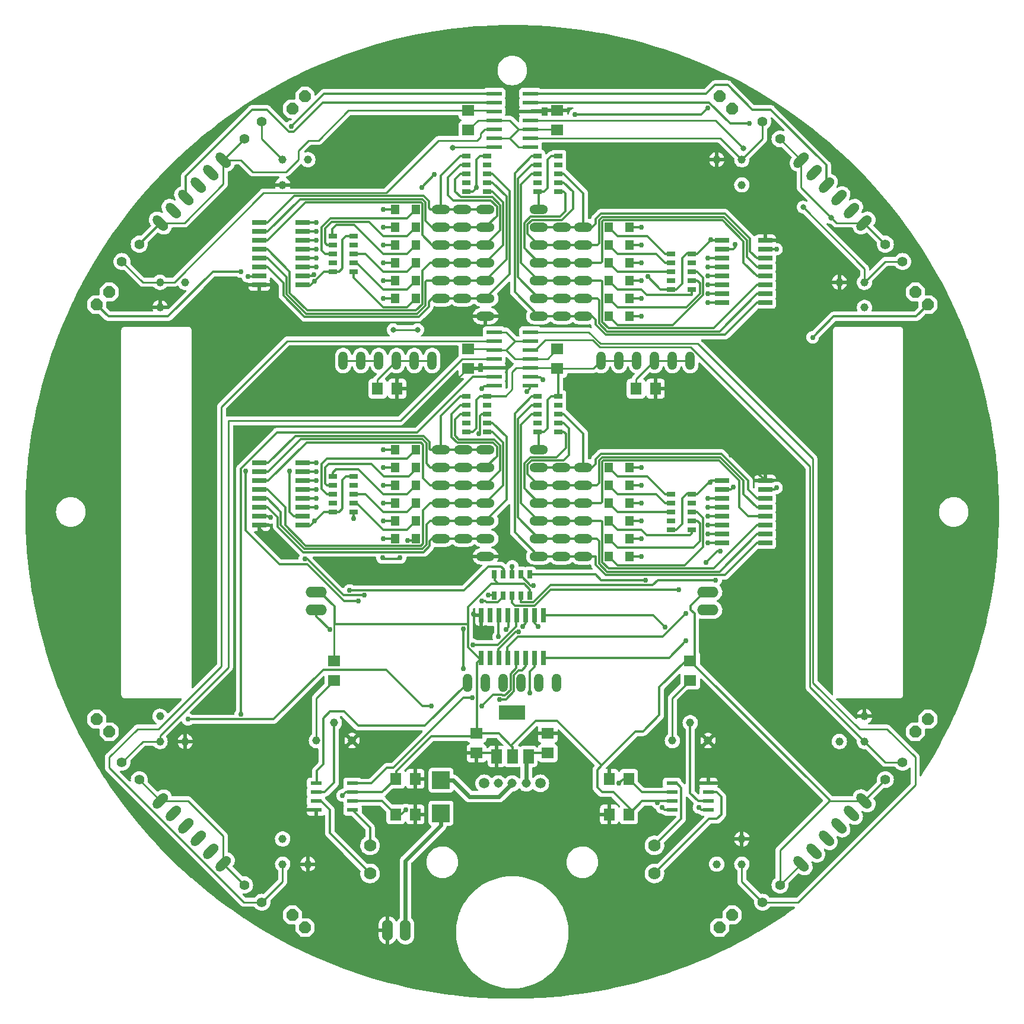
<source format=gtl>
%TF.GenerationSoftware,KiCad,Pcbnew,(6.0.7)*%
%TF.CreationDate,2022-09-06T19:29:11+02:00*%
%TF.ProjectId,BattleBits_V4,42617474-6c65-4426-9974-735f56342e6b,rev?*%
%TF.SameCoordinates,Original*%
%TF.FileFunction,Copper,L1,Top*%
%TF.FilePolarity,Positive*%
%FSLAX46Y46*%
G04 Gerber Fmt 4.6, Leading zero omitted, Abs format (unit mm)*
G04 Created by KiCad (PCBNEW (6.0.7)) date 2022-09-06 19:29:11*
%MOMM*%
%LPD*%
G01*
G04 APERTURE LIST*
G04 Aperture macros list*
%AMHorizOval*
0 Thick line with rounded ends*
0 $1 width*
0 $2 $3 position (X,Y) of the first rounded end (center of the circle)*
0 $4 $5 position (X,Y) of the second rounded end (center of the circle)*
0 Add line between two ends*
20,1,$1,$2,$3,$4,$5,0*
0 Add two circle primitives to create the rounded ends*
1,1,$1,$2,$3*
1,1,$1,$4,$5*%
%AMOutline5P*
0 Free polygon, 5 corners , with rotation*
0 The origin of the aperture is its center*
0 number of corners: always 5*
0 $1 to $10 corner X, Y*
0 $11 Rotation angle, in degrees counterclockwise*
0 create outline with 5 corners*
4,1,5,$1,$2,$3,$4,$5,$6,$7,$8,$9,$10,$1,$2,$11*%
%AMOutline6P*
0 Free polygon, 6 corners , with rotation*
0 The origin of the aperture is its center*
0 number of corners: always 6*
0 $1 to $12 corner X, Y*
0 $13 Rotation angle, in degrees counterclockwise*
0 create outline with 6 corners*
4,1,6,$1,$2,$3,$4,$5,$6,$7,$8,$9,$10,$11,$12,$1,$2,$13*%
%AMOutline7P*
0 Free polygon, 7 corners , with rotation*
0 The origin of the aperture is its center*
0 number of corners: always 7*
0 $1 to $14 corner X, Y*
0 $15 Rotation angle, in degrees counterclockwise*
0 create outline with 7 corners*
4,1,7,$1,$2,$3,$4,$5,$6,$7,$8,$9,$10,$11,$12,$13,$14,$1,$2,$15*%
%AMOutline8P*
0 Free polygon, 8 corners , with rotation*
0 The origin of the aperture is its center*
0 number of corners: always 8*
0 $1 to $16 corner X, Y*
0 $17 Rotation angle, in degrees counterclockwise*
0 create outline with 8 corners*
4,1,8,$1,$2,$3,$4,$5,$6,$7,$8,$9,$10,$11,$12,$13,$14,$15,$16,$1,$2,$17*%
G04 Aperture macros list end*
%TA.AperFunction,ComponentPad*%
%ADD10C,1.778000*%
%TD*%
%TA.AperFunction,SMDPad,CuDef*%
%ADD11R,1.800000X1.600000*%
%TD*%
%TA.AperFunction,SMDPad,CuDef*%
%ADD12R,1.200000X1.400000*%
%TD*%
%TA.AperFunction,ComponentPad*%
%ADD13O,2.641600X1.320800*%
%TD*%
%TA.AperFunction,SMDPad,CuDef*%
%ADD14R,1.600000X0.600000*%
%TD*%
%TA.AperFunction,SMDPad,CuDef*%
%ADD15R,1.600000X1.800000*%
%TD*%
%TA.AperFunction,ComponentPad*%
%ADD16HorizOval,1.320800X0.466973X0.466973X-0.466973X-0.466973X0*%
%TD*%
%TA.AperFunction,ComponentPad*%
%ADD17C,1.168000*%
%TD*%
%TA.AperFunction,ComponentPad*%
%ADD18HorizOval,1.320800X-0.466973X-0.466973X0.466973X0.466973X0*%
%TD*%
%TA.AperFunction,SMDPad,CuDef*%
%ADD19R,1.200000X0.700000*%
%TD*%
%TA.AperFunction,SMDPad,CuDef*%
%ADD20R,2.032000X0.660400*%
%TD*%
%TA.AperFunction,ComponentPad*%
%ADD21O,3.048000X1.524000*%
%TD*%
%TA.AperFunction,ComponentPad*%
%ADD22C,1.400000*%
%TD*%
%TA.AperFunction,ComponentPad*%
%ADD23O,1.320800X2.641600*%
%TD*%
%TA.AperFunction,ComponentPad*%
%ADD24O,1.524000X3.048000*%
%TD*%
%TA.AperFunction,SMDPad,CuDef*%
%ADD25R,1.498600X2.006600*%
%TD*%
%TA.AperFunction,SMDPad,CuDef*%
%ADD26R,3.810000X2.006600*%
%TD*%
%TA.AperFunction,ComponentPad*%
%ADD27HorizOval,1.320800X-0.466973X0.466973X0.466973X-0.466973X0*%
%TD*%
%TA.AperFunction,ComponentPad*%
%ADD28C,1.308000*%
%TD*%
%TA.AperFunction,ComponentPad*%
%ADD29C,1.508000*%
%TD*%
%TA.AperFunction,SMDPad,CuDef*%
%ADD30R,2.200000X0.600000*%
%TD*%
%TA.AperFunction,ComponentPad*%
%ADD31Outline8P,-0.838200X0.347194X-0.347194X0.838200X0.347194X0.838200X0.838200X0.347194X0.838200X-0.347194X0.347194X-0.838200X-0.347194X-0.838200X-0.838200X-0.347194X225.000000*%
%TD*%
%TA.AperFunction,SMDPad,CuDef*%
%ADD32R,2.540000X2.540000*%
%TD*%
%TA.AperFunction,ComponentPad*%
%ADD33Outline8P,-0.838200X0.347194X-0.347194X0.838200X0.347194X0.838200X0.838200X0.347194X0.838200X-0.347194X0.347194X-0.838200X-0.347194X-0.838200X-0.838200X-0.347194X135.000000*%
%TD*%
%TA.AperFunction,ComponentPad*%
%ADD34Outline8P,-0.838200X0.347194X-0.347194X0.838200X0.347194X0.838200X0.838200X0.347194X0.838200X-0.347194X0.347194X-0.838200X-0.347194X-0.838200X-0.838200X-0.347194X45.000000*%
%TD*%
%TA.AperFunction,SMDPad,CuDef*%
%ADD35R,0.660400X2.032000*%
%TD*%
%TA.AperFunction,ComponentPad*%
%ADD36HorizOval,1.320800X0.466973X-0.466973X-0.466973X0.466973X0*%
%TD*%
%TA.AperFunction,ComponentPad*%
%ADD37Outline8P,-0.838200X0.347194X-0.347194X0.838200X0.347194X0.838200X0.838200X0.347194X0.838200X-0.347194X0.347194X-0.838200X-0.347194X-0.838200X-0.838200X-0.347194X315.000000*%
%TD*%
%TA.AperFunction,SMDPad,CuDef*%
%ADD38R,0.700000X1.200000*%
%TD*%
%TA.AperFunction,ViaPad*%
%ADD39C,0.756400*%
%TD*%
%TA.AperFunction,ViaPad*%
%ADD40C,0.800000*%
%TD*%
%TA.AperFunction,Conductor*%
%ADD41C,0.304800*%
%TD*%
%TA.AperFunction,Conductor*%
%ADD42C,0.250000*%
%TD*%
%TA.AperFunction,Conductor*%
%ADD43C,0.609600*%
%TD*%
G04 APERTURE END LIST*
D10*
%TO.P,U$1,P$1,P$1*%
%TO.N,Net-(IC8-Pad7)*%
X168791100Y-156593600D03*
%TO.P,U$1,P$2,P$2*%
%TO.N,Net-(IC8-Pad1)*%
X168791100Y-152593600D03*
%TD*%
%TO.P,U$2,P$1,P$1*%
%TO.N,Net-(IC9-Pad7)*%
X128211100Y-156593600D03*
%TO.P,U$2,P$2,P$2*%
%TO.N,Net-(IC9-Pad1)*%
X128211100Y-152593600D03*
%TD*%
D11*
%TO.P,R17,1,1*%
%TO.N,Net-(IC11-Pad10)*%
X154940000Y-50523600D03*
%TO.P,R17,2,2*%
%TO.N,/GND*%
X154940000Y-47723600D03*
%TD*%
D12*
%TO.P,D16,A,A*%
%TO.N,/RES_D16*%
X134761100Y-106273600D03*
%TO.P,D16,C,C*%
%TO.N,Net-(D16-PadC)*%
X131761100Y-106273600D03*
%TD*%
%TO.P,D10,A,A*%
%TO.N,/RES_D10*%
X162241100Y-71983600D03*
%TO.P,D10,C,C*%
%TO.N,Net-(D10-PadC)*%
X165241100Y-71983600D03*
%TD*%
D13*
%TO.P,SV1,1,1*%
%TO.N,/40XX_CH_B_IN_B*%
X141389100Y-74523600D03*
%TO.P,SV1,2,2*%
%TO.N,/40XX_CH_B_IN_A*%
X141389100Y-71983600D03*
%TO.P,SV1,3,3*%
%TO.N,/40XX_CH_B_OUT*%
X141389100Y-69443600D03*
%TO.P,SV1,4,4*%
%TO.N,/40XX_CH_A_OUT*%
X141389100Y-66903600D03*
%TO.P,SV1,5,5*%
%TO.N,/40XX_CH_A_IN_B*%
X141389100Y-64363600D03*
%TO.P,SV1,6,6*%
%TO.N,/40XX_CH_A_IN_A*%
X141389100Y-61823600D03*
%TD*%
%TO.P,SV4,1,1*%
%TO.N,/40XX_CH_H_IN_B*%
X155486100Y-98653600D03*
%TO.P,SV4,2,2*%
%TO.N,/40XX_CH_H_IN_A*%
X155486100Y-101193600D03*
%TO.P,SV4,3,3*%
%TO.N,/40XX_CH_H_OUT*%
X155486100Y-103733600D03*
%TO.P,SV4,4,4*%
%TO.N,/40XX_CH_G_OUT*%
X155486100Y-106273600D03*
%TO.P,SV4,5,5*%
%TO.N,/40XX_CH_G_IN_B*%
X155486100Y-108813600D03*
%TO.P,SV4,6,6*%
%TO.N,/40XX_CH_G_IN_A*%
X155486100Y-111353600D03*
%TD*%
D14*
%TO.P,IC9,1,OUT1*%
%TO.N,Net-(IC9-Pad1)*%
X125701100Y-147548600D03*
%TO.P,IC9,2,VCC@1*%
%TO.N,/VIN*%
X125701100Y-146278600D03*
%TO.P,IC9,3,VCC@2*%
%TO.N,/VDD*%
X125701100Y-145008600D03*
%TO.P,IC9,4,FIN*%
%TO.N,/MOTOR_B_FWD*%
X125701100Y-143738600D03*
%TO.P,IC9,5,RIN*%
%TO.N,/MOTOR_B_REV*%
X120501100Y-143738600D03*
%TO.P,IC9,6,VREF*%
%TO.N,/MOTOR_B_VREF*%
X120501100Y-145008600D03*
%TO.P,IC9,7,OUT2*%
%TO.N,Net-(IC9-Pad7)*%
X120501100Y-146278600D03*
%TO.P,IC9,8,GND*%
%TO.N,/GND*%
X120501100Y-147548600D03*
%TD*%
D15*
%TO.P,R15,1,1*%
%TO.N,Net-(R15-Pad1)*%
X129280000Y-87413600D03*
%TO.P,R15,2,2*%
%TO.N,/GND*%
X132080000Y-87413600D03*
%TD*%
D16*
%TO.P,SV10,1,1*%
%TO.N,/VDD*%
X189730972Y-54793472D03*
%TO.P,SV10,2,2*%
%TO.N,/LED_CH_C_IN*%
X191527023Y-56589523D03*
%TO.P,SV10,3,3*%
%TO.N,/LDR_CH_C_OUT*%
X193323074Y-58385574D03*
%TO.P,SV10,4,4*%
%TO.N,/LDR_CH_D_OUT*%
X195119126Y-60181626D03*
%TO.P,SV10,5,5*%
%TO.N,/LED_CH_D_IN*%
X196915177Y-61977677D03*
%TO.P,SV10,6,6*%
%TO.N,/VDD*%
X198711228Y-63773728D03*
%TD*%
D15*
%TO.P,R16,1,1*%
%TO.N,Net-(R16-Pad1)*%
X166151100Y-87413600D03*
%TO.P,R16,2,2*%
%TO.N,/GND*%
X168951100Y-87413600D03*
%TD*%
D11*
%TO.P,C2,1,1*%
%TO.N,/GND*%
X143421100Y-139423600D03*
%TO.P,C2,2,2*%
%TO.N,/VDD*%
X143421100Y-136623600D03*
%TD*%
D17*
%TO.P,R10,1,1*%
%TO.N,/GND*%
X101827151Y-137769651D03*
%TO.P,R10,2,2*%
%TO.N,/LDR_CH_H+*%
X98235049Y-137769651D03*
%TO.P,R10,3,3*%
%TO.N,unconnected-(R10-Pad3)*%
X98235049Y-134177549D03*
%TD*%
D11*
%TO.P,C1,1,1*%
%TO.N,/GND*%
X153581100Y-136623600D03*
%TO.P,C1,2,2*%
%TO.N,/VIN*%
X153581100Y-139423600D03*
%TD*%
%TO.P,R18,1,1*%
%TO.N,/VDD*%
X142240000Y-47723600D03*
%TO.P,R18,2,2*%
%TO.N,Net-(IC11-Pad10)*%
X142240000Y-50523600D03*
%TD*%
D18*
%TO.P,SV12,1,1*%
%TO.N,/VDD*%
X107271228Y-155213728D03*
%TO.P,SV12,2,2*%
%TO.N,/LED_CH_G_IN*%
X105475177Y-153417677D03*
%TO.P,SV12,3,3*%
%TO.N,/LDR_CH_G_OUT*%
X103679126Y-151621626D03*
%TO.P,SV12,4,4*%
%TO.N,/LDR_CH_H_OUT*%
X101883074Y-149825574D03*
%TO.P,SV12,5,5*%
%TO.N,/LED_CH_H_IN*%
X100087023Y-148029523D03*
%TO.P,SV12,6,6*%
%TO.N,/VDD*%
X98290972Y-146233472D03*
%TD*%
D11*
%TO.P,R8,1,1*%
%TO.N,/VDD*%
X173901100Y-126243600D03*
%TO.P,R8,2,2*%
%TO.N,Net-(R11-Pad1)*%
X173901100Y-129043600D03*
%TD*%
D13*
%TO.P,SV2,1,1*%
%TO.N,/40XX_CH_D_IN_B*%
X155613100Y-64363600D03*
%TO.P,SV2,2,2*%
%TO.N,/40XX_CH_D_IN_A*%
X155613100Y-66903600D03*
%TO.P,SV2,3,3*%
%TO.N,/40XX_CH_D_OUT*%
X155613100Y-69443600D03*
%TO.P,SV2,4,4*%
%TO.N,/40XX_CH_C_OUT*%
X155613100Y-71983600D03*
%TO.P,SV2,5,5*%
%TO.N,/40XX_CH_C_IN_B*%
X155613100Y-74523600D03*
%TO.P,SV2,6,6*%
%TO.N,/40XX_CH_C_IN_A*%
X155613100Y-77063600D03*
%TD*%
D12*
%TO.P,D21,A,A*%
%TO.N,/RES_D21*%
X162241100Y-98653600D03*
%TO.P,D21,C,C*%
%TO.N,Net-(D21-PadC)*%
X165241100Y-98653600D03*
%TD*%
D19*
%TO.P,U$6,1,1*%
%TO.N,/RES_D18*%
X122871100Y-99923600D03*
%TO.P,U$6,2,2*%
%TO.N,/RES_D19*%
X122871100Y-101193600D03*
%TO.P,U$6,3,3*%
%TO.N,/RES_D20*%
X122871100Y-102463600D03*
%TO.P,U$6,4,4*%
%TO.N,unconnected-(U$6-Pad4)*%
X122871100Y-103733600D03*
%TO.P,U$6,5,5*%
%TO.N,/VDD*%
X122871100Y-105003600D03*
%TO.P,U$6,6,6*%
%TO.N,/RES_D15*%
X125871100Y-105003600D03*
%TO.P,U$6,7,7*%
%TO.N,/RES_D16*%
X125871100Y-103733600D03*
%TO.P,U$6,8,8*%
%TO.N,/RES_D17*%
X125871100Y-102463600D03*
%TO.P,U$6,9,9*%
%TO.N,unconnected-(U$6-Pad9)*%
X125871100Y-101193600D03*
%TO.P,U$6,10,10*%
%TO.N,/VDD*%
X125871100Y-99923600D03*
%TD*%
D20*
%TO.P,IC2,1,I1*%
%TO.N,/40XX_CH_A_IN_A*%
X112407700Y-63728600D03*
%TO.P,IC2,2,I2*%
%TO.N,/40XX_CH_A_IN_B*%
X112407700Y-64998600D03*
%TO.P,IC2,3,I3*%
%TO.N,/40XX_CH_A_OUT*%
X112407700Y-66268600D03*
%TO.P,IC2,4,I4*%
%TO.N,/40XX_CH_B_OUT*%
X112407700Y-67538600D03*
%TO.P,IC2,5,I5*%
%TO.N,/40XX_CH_B_IN_A*%
X112407700Y-68808600D03*
%TO.P,IC2,6,I6*%
%TO.N,/40XX_CH_B_IN_B*%
X112407700Y-70078600D03*
%TO.P,IC2,7,I7*%
%TO.N,/LED_CH_A_IN*%
X112407700Y-71348600D03*
%TO.P,IC2,8,GND*%
%TO.N,/GND*%
X112407700Y-72618600D03*
%TO.P,IC2,9,CD+*%
%TO.N,/VDD*%
X118554500Y-72618600D03*
%TO.P,IC2,10,O7*%
%TO.N,/LED_CH_A_OUT*%
X118554500Y-71348600D03*
%TO.P,IC2,11,O6*%
%TO.N,Net-(D1-PadC)*%
X118554500Y-70078600D03*
%TO.P,IC2,12,O5*%
%TO.N,Net-(D2-PadC)*%
X118554500Y-68808600D03*
%TO.P,IC2,13,O4*%
%TO.N,Net-(D3-PadC)*%
X118554500Y-67538600D03*
%TO.P,IC2,14,O3*%
%TO.N,Net-(D4-PadC)*%
X118554500Y-66268600D03*
%TO.P,IC2,15,O2*%
%TO.N,Net-(D5-PadC)*%
X118554500Y-64998600D03*
%TO.P,IC2,16,O1*%
%TO.N,Net-(D6-PadC)*%
X118554500Y-63728600D03*
%TD*%
D17*
%TO.P,R14,1,1*%
%TO.N,Net-(R14-Pad1)*%
X120561100Y-137643600D03*
%TO.P,R14,2,2*%
%TO.N,/MOTOR_B_VREF*%
X123101100Y-135103600D03*
%TO.P,R14,3,3*%
%TO.N,/GND*%
X125641100Y-137643600D03*
%TD*%
D21*
%TO.P,JP1,1,1*%
%TO.N,/OUTPUT_A_OUT*%
X120561100Y-118973600D03*
%TO.P,JP1,2,2*%
%TO.N,/VDD*%
X120561100Y-116433600D03*
%TD*%
D22*
%TO.P,PH4,1,1*%
%TO.N,/VDD*%
X201733663Y-66796163D03*
%TO.P,PH4,2,2*%
%TO.N,/LDR_CH_D+*%
X204208537Y-69271037D03*
%TD*%
D17*
%TO.P,R2,1,1*%
%TO.N,/GND*%
X115735049Y-58329651D03*
%TO.P,R2,2,2*%
%TO.N,/LDR_CH_B_+*%
X115735049Y-54737549D03*
%TO.P,R2,3,3*%
%TO.N,unconnected-(R2-Pad3)*%
X119327151Y-54737549D03*
%TD*%
D23*
%TO.P,SV13,1,1*%
%TO.N,/MOTOR_A_FWD*%
X154851100Y-129387600D03*
%TO.P,SV13,2,2*%
%TO.N,/MOTOR_A_REV*%
X152311100Y-129387600D03*
%TO.P,SV13,3,3*%
%TO.N,/OUTPUT_B_IN*%
X149771100Y-129387600D03*
%TO.P,SV13,4,4*%
%TO.N,/OUTPUT_A_IN*%
X147231100Y-129387600D03*
%TO.P,SV13,5,5*%
%TO.N,/MOTOR_B_FWD*%
X144691100Y-129387600D03*
%TO.P,SV13,6,6*%
%TO.N,/MOTOR_B_REV*%
X142151100Y-129387600D03*
%TD*%
D11*
%TO.P,R9,1,1*%
%TO.N,/VDD*%
X123101100Y-126243600D03*
%TO.P,R9,2,2*%
%TO.N,Net-(R14-Pad1)*%
X123101100Y-129043600D03*
%TD*%
D19*
%TO.P,U$3,1,1*%
%TO.N,/40XX_CH_A_IN_A*%
X141921100Y-54203600D03*
%TO.P,U$3,2,2*%
%TO.N,/40XX_CH_A_IN_B*%
X141921100Y-55473600D03*
%TO.P,U$3,3,3*%
%TO.N,/40XX_CH_A_OUT*%
X141921100Y-56743600D03*
%TO.P,U$3,4,4*%
%TO.N,unconnected-(U$3-Pad4)*%
X141921100Y-58013600D03*
%TO.P,U$3,5,5*%
%TO.N,/VDD*%
X141921100Y-59283600D03*
%TO.P,U$3,6,6*%
%TO.N,/40XX_CH_B_OUT*%
X144921100Y-59283600D03*
%TO.P,U$3,7,7*%
%TO.N,/40XX_CH_B_IN_A*%
X144921100Y-58013600D03*
%TO.P,U$3,8,8*%
%TO.N,/40XX_CH_B_IN_B*%
X144921100Y-56743600D03*
%TO.P,U$3,9,9*%
%TO.N,unconnected-(U$3-Pad9)*%
X144921100Y-55473600D03*
%TO.P,U$3,10,10*%
%TO.N,/VDD*%
X144921100Y-54203600D03*
%TD*%
%TO.P,U$19,1,1*%
%TO.N,/RES_D4*%
X122871100Y-65633600D03*
%TO.P,U$19,2,2*%
%TO.N,/RES_D5*%
X122871100Y-66903600D03*
%TO.P,U$19,3,3*%
%TO.N,/RES_D6*%
X122871100Y-68173600D03*
%TO.P,U$19,4,4*%
%TO.N,unconnected-(U$19-Pad4)*%
X122871100Y-69443600D03*
%TO.P,U$19,5,5*%
%TO.N,/VDD*%
X122871100Y-70713600D03*
%TO.P,U$19,6,6*%
%TO.N,/RES_D1*%
X125871100Y-70713600D03*
%TO.P,U$19,7,7*%
%TO.N,/RES_D2*%
X125871100Y-69443600D03*
%TO.P,U$19,8,8*%
%TO.N,/RES_D3*%
X125871100Y-68173600D03*
%TO.P,U$19,9,9*%
%TO.N,unconnected-(U$19-Pad9)*%
X125871100Y-66903600D03*
%TO.P,U$19,10,10*%
%TO.N,/VDD*%
X125871100Y-65633600D03*
%TD*%
D12*
%TO.P,D18,A,A*%
%TO.N,/RES_D18*%
X134761100Y-101193600D03*
%TO.P,D18,C,C*%
%TO.N,Net-(D18-PadC)*%
X131761100Y-101193600D03*
%TD*%
D20*
%TO.P,IC5,1,I1*%
%TO.N,/40XX_CH_E_IN_A*%
X112407700Y-98018600D03*
%TO.P,IC5,2,I2*%
%TO.N,/40XX_CH_E_IN_B*%
X112407700Y-99288600D03*
%TO.P,IC5,3,I3*%
%TO.N,/40XX_CH_E_OUT*%
X112407700Y-100558600D03*
%TO.P,IC5,4,I4*%
%TO.N,/40XX_CH_F_OUT*%
X112407700Y-101828600D03*
%TO.P,IC5,5,I5*%
%TO.N,/40XX_CH_F_IN_A*%
X112407700Y-103098600D03*
%TO.P,IC5,6,I6*%
%TO.N,/40XX_CH_F_IN_B*%
X112407700Y-104368600D03*
%TO.P,IC5,7,I7*%
%TO.N,/LED_CH_C_IN*%
X112407700Y-105638600D03*
%TO.P,IC5,8,GND*%
%TO.N,/GND*%
X112407700Y-106908600D03*
%TO.P,IC5,9,CD+*%
%TO.N,/VDD*%
X118554500Y-106908600D03*
%TO.P,IC5,10,O7*%
%TO.N,/LED_CH_C_OUT*%
X118554500Y-105638600D03*
%TO.P,IC5,11,O6*%
%TO.N,Net-(D15-PadC)*%
X118554500Y-104368600D03*
%TO.P,IC5,12,O5*%
%TO.N,Net-(D16-PadC)*%
X118554500Y-103098600D03*
%TO.P,IC5,13,O4*%
%TO.N,Net-(D17-PadC)*%
X118554500Y-101828600D03*
%TO.P,IC5,14,O3*%
%TO.N,Net-(D18-PadC)*%
X118554500Y-100558600D03*
%TO.P,IC5,15,O2*%
%TO.N,Net-(D19-PadC)*%
X118554500Y-99288600D03*
%TO.P,IC5,16,O1*%
%TO.N,Net-(D20-PadC)*%
X118554500Y-98018600D03*
%TD*%
D17*
%TO.P,R5,1,1*%
%TO.N,/GND*%
X198767151Y-134177549D03*
%TO.P,R5,2,2*%
%TO.N,/LDR_CH_E+*%
X198767151Y-137769651D03*
%TO.P,R5,3,3*%
%TO.N,unconnected-(R5-Pad3)*%
X195175049Y-137769651D03*
%TD*%
D24*
%TO.P,JP8,1,1*%
%TO.N,Net-(D13-PadA)*%
X133261100Y-164693600D03*
%TO.P,JP8,2,2*%
%TO.N,/GND*%
X130721100Y-164693600D03*
%TD*%
D25*
%TO.P,IC10,1,GND*%
%TO.N,/GND*%
X146240500Y-139903200D03*
%TO.P,IC10,2,VOUT*%
%TO.N,/VDD*%
X148526500Y-139903200D03*
%TO.P,IC10,3,VIN*%
%TO.N,/VIN*%
X150812500Y-139903200D03*
D26*
%TO.P,IC10,4*%
%TO.N,N/C*%
X148501100Y-133604000D03*
%TD*%
D12*
%TO.P,D3,A,A*%
%TO.N,/RES_D3*%
X134761100Y-69443600D03*
%TO.P,D3,C,C*%
%TO.N,Net-(D3-PadC)*%
X131761100Y-69443600D03*
%TD*%
D13*
%TO.P,IC1,1,I0*%
%TO.N,/40XX_CH_A_IN_A*%
X144691100Y-61823600D03*
%TO.P,IC1,2,I1*%
%TO.N,/40XX_CH_A_IN_B*%
X144691100Y-64363600D03*
%TO.P,IC1,3,O*%
%TO.N,/40XX_CH_A_OUT*%
X144691100Y-66903600D03*
%TO.P,IC1,4,O*%
%TO.N,/40XX_CH_B_OUT*%
X144691100Y-69443600D03*
%TO.P,IC1,5,I0*%
%TO.N,/40XX_CH_B_IN_A*%
X144691100Y-71983600D03*
%TO.P,IC1,6,I1*%
%TO.N,/40XX_CH_B_IN_B*%
X144691100Y-74523600D03*
%TO.P,IC1,7,VSS*%
%TO.N,/GND*%
X144691100Y-77063600D03*
%TO.P,IC1,8,I0*%
%TO.N,/40XX_CH_C_IN_A*%
X152311100Y-77063600D03*
%TO.P,IC1,9,I1*%
%TO.N,/40XX_CH_C_IN_B*%
X152311100Y-74523600D03*
%TO.P,IC1,10,O*%
%TO.N,/40XX_CH_C_OUT*%
X152311100Y-71983600D03*
%TO.P,IC1,11,O*%
%TO.N,/40XX_CH_D_OUT*%
X152311100Y-69443600D03*
%TO.P,IC1,12,I0*%
%TO.N,/40XX_CH_D_IN_A*%
X152311100Y-66903600D03*
%TO.P,IC1,13,I1*%
%TO.N,/40XX_CH_D_IN_B*%
X152311100Y-64363600D03*
%TO.P,IC1,14,VDD*%
%TO.N,/VDD*%
X152311100Y-61823600D03*
%TD*%
D19*
%TO.P,U$9,1,1*%
%TO.N,/RES_D24*%
X174131100Y-107543600D03*
%TO.P,U$9,2,2*%
%TO.N,/RES_D25*%
X174131100Y-106273600D03*
%TO.P,U$9,3,3*%
%TO.N,/RES_D26*%
X174131100Y-105003600D03*
%TO.P,U$9,4,4*%
%TO.N,unconnected-(U$9-Pad4)*%
X174131100Y-103733600D03*
%TO.P,U$9,5,5*%
%TO.N,/VDD*%
X174131100Y-102463600D03*
%TO.P,U$9,6,6*%
%TO.N,/RES_D21*%
X171131100Y-102463600D03*
%TO.P,U$9,7,7*%
%TO.N,/RES_D22*%
X171131100Y-103733600D03*
%TO.P,U$9,8,8*%
%TO.N,/RES_D23*%
X171131100Y-105003600D03*
%TO.P,U$9,9,9*%
%TO.N,unconnected-(U$9-Pad9)*%
X171131100Y-106273600D03*
%TO.P,U$9,10,10*%
%TO.N,/VDD*%
X171131100Y-107543600D03*
%TD*%
D12*
%TO.P,D25,A,A*%
%TO.N,/RES_D25*%
X162241100Y-108813600D03*
%TO.P,D25,C,C*%
%TO.N,Net-(D25-PadC)*%
X165241100Y-108813600D03*
%TD*%
D17*
%TO.P,R4,1,1*%
%TO.N,/GND*%
X195175049Y-72237549D03*
%TO.P,R4,2,2*%
%TO.N,/LDR_CH_D+*%
X198767151Y-72237549D03*
%TO.P,R4,3,3*%
%TO.N,unconnected-(R4-Pad3)*%
X198767151Y-75829651D03*
%TD*%
D22*
%TO.P,PH1,1,1*%
%TO.N,/VDD*%
X95268537Y-66796163D03*
%TO.P,PH1,2,2*%
%TO.N,/LDR_CH_A_+*%
X92793663Y-69271037D03*
%TD*%
D19*
%TO.P,U$11,1,1*%
%TO.N,/40XX_CH_E_IN_A*%
X141921100Y-88493600D03*
%TO.P,U$11,2,2*%
%TO.N,/40XX_CH_E_IN_B*%
X141921100Y-89763600D03*
%TO.P,U$11,3,3*%
%TO.N,/40XX_CH_E_OUT*%
X141921100Y-91033600D03*
%TO.P,U$11,4,4*%
%TO.N,unconnected-(U$11-Pad4)*%
X141921100Y-92303600D03*
%TO.P,U$11,5,5*%
%TO.N,/VDD*%
X141921100Y-93573600D03*
%TO.P,U$11,6,6*%
%TO.N,/40XX_CH_F_OUT*%
X144921100Y-93573600D03*
%TO.P,U$11,7,7*%
%TO.N,/40XX_CH_F_IN_A*%
X144921100Y-92303600D03*
%TO.P,U$11,8,8*%
%TO.N,/40XX_CH_F_IN_B*%
X144921100Y-91033600D03*
%TO.P,U$11,9,9*%
%TO.N,unconnected-(U$11-Pad9)*%
X144921100Y-89763600D03*
%TO.P,U$11,10,10*%
%TO.N,/VDD*%
X144921100Y-88493600D03*
%TD*%
D22*
%TO.P,PH7,1,1*%
%TO.N,/VDD*%
X110293663Y-158236163D03*
%TO.P,PH7,2,2*%
%TO.N,/LDR_CH_G+*%
X112768537Y-160711037D03*
%TD*%
D12*
%TO.P,D4,A,A*%
%TO.N,/RES_D4*%
X134761100Y-66903600D03*
%TO.P,D4,C,C*%
%TO.N,Net-(D4-PadC)*%
X131761100Y-66903600D03*
%TD*%
D13*
%TO.P,SV7,1,1*%
%TO.N,/40XX_CH_F_IN_B*%
X138341100Y-108813600D03*
%TO.P,SV7,2,2*%
%TO.N,/40XX_CH_F_IN_A*%
X138341100Y-106273600D03*
%TO.P,SV7,3,3*%
%TO.N,/40XX_CH_F_OUT*%
X138341100Y-103733600D03*
%TO.P,SV7,4,4*%
%TO.N,/40XX_CH_E_OUT*%
X138341100Y-101193600D03*
%TO.P,SV7,5,5*%
%TO.N,/40XX_CH_E_IN_B*%
X138341100Y-98653600D03*
%TO.P,SV7,6,6*%
%TO.N,/40XX_CH_E_IN_A*%
X138341100Y-96113600D03*
%TD*%
D12*
%TO.P,D22,A,A*%
%TO.N,/RES_D22*%
X162241100Y-101193600D03*
%TO.P,D22,C,C*%
%TO.N,Net-(D22-PadC)*%
X165241100Y-101193600D03*
%TD*%
D21*
%TO.P,JP2,1,1*%
%TO.N,/OUTPUT_B_OUT*%
X176441100Y-118973600D03*
%TO.P,JP2,2,2*%
%TO.N,/VDD*%
X176441100Y-116433600D03*
%TD*%
D13*
%TO.P,SV3,1,1*%
%TO.N,/40XX_CH_F_IN_B*%
X141516100Y-108813600D03*
%TO.P,SV3,2,2*%
%TO.N,/40XX_CH_F_IN_A*%
X141516100Y-106273600D03*
%TO.P,SV3,3,3*%
%TO.N,/40XX_CH_F_OUT*%
X141516100Y-103733600D03*
%TO.P,SV3,4,4*%
%TO.N,/40XX_CH_E_OUT*%
X141516100Y-101193600D03*
%TO.P,SV3,5,5*%
%TO.N,/40XX_CH_E_IN_B*%
X141516100Y-98653600D03*
%TO.P,SV3,6,6*%
%TO.N,/40XX_CH_E_IN_A*%
X141516100Y-96113600D03*
%TD*%
D27*
%TO.P,SV9,1,1*%
%TO.N,/VDD*%
X98290972Y-63773728D03*
%TO.P,SV9,2,2*%
%TO.N,/LED_CH_A_IN*%
X100087023Y-61977677D03*
%TO.P,SV9,3,3*%
%TO.N,/LDR_CH_A_OUT*%
X101883074Y-60181626D03*
%TO.P,SV9,4,4*%
%TO.N,/LDR_CH_B_OUT*%
X103679126Y-58385574D03*
%TO.P,SV9,5,5*%
%TO.N,/LED_CH_B_IN*%
X105475177Y-56589523D03*
%TO.P,SV9,6,6*%
%TO.N,/VDD*%
X107271228Y-54793472D03*
%TD*%
D13*
%TO.P,IC3,1,I0*%
%TO.N,/40XX_CH_E_IN_A*%
X144691100Y-96113600D03*
%TO.P,IC3,2,I1*%
%TO.N,/40XX_CH_E_IN_B*%
X144691100Y-98653600D03*
%TO.P,IC3,3,O*%
%TO.N,/40XX_CH_E_OUT*%
X144691100Y-101193600D03*
%TO.P,IC3,4,O*%
%TO.N,/40XX_CH_F_OUT*%
X144691100Y-103733600D03*
%TO.P,IC3,5,I0*%
%TO.N,/40XX_CH_F_IN_A*%
X144691100Y-106273600D03*
%TO.P,IC3,6,I1*%
%TO.N,/40XX_CH_F_IN_B*%
X144691100Y-108813600D03*
%TO.P,IC3,7,VSS*%
%TO.N,/GND*%
X144691100Y-111353600D03*
%TO.P,IC3,8,I0*%
%TO.N,/40XX_CH_G_IN_A*%
X152311100Y-111353600D03*
%TO.P,IC3,9,I1*%
%TO.N,/40XX_CH_G_IN_B*%
X152311100Y-108813600D03*
%TO.P,IC3,10,O*%
%TO.N,/40XX_CH_G_OUT*%
X152311100Y-106273600D03*
%TO.P,IC3,11,O*%
%TO.N,/40XX_CH_H_OUT*%
X152311100Y-103733600D03*
%TO.P,IC3,12,I0*%
%TO.N,/40XX_CH_H_IN_A*%
X152311100Y-101193600D03*
%TO.P,IC3,13,I1*%
%TO.N,/40XX_CH_H_IN_B*%
X152311100Y-98653600D03*
%TO.P,IC3,14,VDD*%
%TO.N,/VDD*%
X152311100Y-96113600D03*
%TD*%
D12*
%TO.P,D2,A,A*%
%TO.N,/RES_D2*%
X134761100Y-71983600D03*
%TO.P,D2,C,C*%
%TO.N,Net-(D2-PadC)*%
X131761100Y-71983600D03*
%TD*%
D11*
%TO.P,R13,1,1*%
%TO.N,Net-(IC12-Pad10)*%
X142240000Y-81759600D03*
%TO.P,R13,2,2*%
%TO.N,/GND*%
X142240000Y-84559600D03*
%TD*%
D22*
%TO.P,PH2,1,1*%
%TO.N,/VDD*%
X110293663Y-51771037D03*
%TO.P,PH2,2,2*%
%TO.N,/LDR_CH_B_+*%
X112768537Y-49296163D03*
%TD*%
D28*
%TO.P,U$7,COM,COM*%
%TO.N,Net-(D13-PadC)*%
X148501100Y-143749600D03*
D29*
%TO.P,U$7,N.C.0*%
%TO.N,N/C*%
X152501100Y-143749600D03*
%TO.P,U$7,N.C.1*%
X144501100Y-143749600D03*
D28*
%TO.P,U$7,NC,NC*%
%TO.N,/VIN*%
X150501100Y-143749600D03*
%TO.P,U$7,NO,NO*%
%TO.N,unconnected-(U$7-PadNO)*%
X146501100Y-143749600D03*
%TD*%
D12*
%TO.P,D26,A,A*%
%TO.N,/RES_D26*%
X162241100Y-111353600D03*
%TO.P,D26,C,C*%
%TO.N,Net-(D26-PadC)*%
X165241100Y-111353600D03*
%TD*%
D14*
%TO.P,IC8,1,OUT1*%
%TO.N,Net-(IC8-Pad1)*%
X171301100Y-143738600D03*
%TO.P,IC8,2,VCC@1*%
%TO.N,/VIN*%
X171301100Y-145008600D03*
%TO.P,IC8,3,VCC@2*%
%TO.N,/VDD*%
X171301100Y-146278600D03*
%TO.P,IC8,4,FIN*%
%TO.N,/MOTOR_A_FWD*%
X171301100Y-147548600D03*
%TO.P,IC8,5,RIN*%
%TO.N,/MOTOR_A_REV*%
X176501100Y-147548600D03*
%TO.P,IC8,6,VREF*%
%TO.N,/MOTOR_A_VREF*%
X176501100Y-146278600D03*
%TO.P,IC8,7,OUT2*%
%TO.N,Net-(IC8-Pad7)*%
X176501100Y-145008600D03*
%TO.P,IC8,8,GND*%
%TO.N,/GND*%
X176501100Y-143738600D03*
%TD*%
D23*
%TO.P,SV14,1,1*%
%TO.N,/VDD*%
X124371100Y-83413600D03*
%TO.P,SV14,2,2*%
X126911100Y-83413600D03*
%TO.P,SV14,3,3*%
X129451100Y-83413600D03*
%TO.P,SV14,4,4*%
%TO.N,Net-(R15-Pad1)*%
X131991100Y-83413600D03*
%TO.P,SV14,5,5*%
X134531100Y-83413600D03*
%TO.P,SV14,6,6*%
X137071100Y-83413600D03*
%TD*%
D11*
%TO.P,R12,1,1*%
%TO.N,/VDD*%
X154940000Y-84559600D03*
%TO.P,R12,2,2*%
%TO.N,Net-(IC12-Pad10)*%
X154940000Y-81759600D03*
%TD*%
D12*
%TO.P,D20,A,A*%
%TO.N,/RES_D20*%
X134761100Y-96113600D03*
%TO.P,D20,C,C*%
%TO.N,Net-(D20-PadC)*%
X131761100Y-96113600D03*
%TD*%
D30*
%TO.P,IC12,1,OUT*%
%TO.N,/LDR_CH_F_OUT*%
X151101100Y-86969600D03*
%TO.P,IC12,2,OUT*%
%TO.N,/LDR_CH_E_OUT*%
X151101100Y-85699600D03*
%TO.P,IC12,3,V+*%
%TO.N,/VDD*%
X151101100Y-84429600D03*
%TO.P,IC12,4,-IN*%
%TO.N,Net-(IC12-Pad10)*%
X151101100Y-83159600D03*
%TO.P,IC12,5,+IN*%
%TO.N,/LDR_CH_E+*%
X151101100Y-81889600D03*
%TO.P,IC12,6,-IN*%
%TO.N,Net-(IC12-Pad10)*%
X151101100Y-80619600D03*
%TO.P,IC12,7,+IN*%
%TO.N,/LDR_CH_F+*%
X151101100Y-79349600D03*
%TO.P,IC12,8,-IN*%
%TO.N,Net-(IC12-Pad10)*%
X145901100Y-79349600D03*
%TO.P,IC12,9,+IN*%
%TO.N,/LDR_CH_G+*%
X145901100Y-80619600D03*
%TO.P,IC12,10,-IN*%
%TO.N,Net-(IC12-Pad10)*%
X145901100Y-81889600D03*
%TO.P,IC12,11,+IN*%
%TO.N,/LDR_CH_H+*%
X145901100Y-83159600D03*
%TO.P,IC12,12,V-*%
%TO.N,/GND*%
X145901100Y-84429600D03*
%TO.P,IC12,13,OUT*%
%TO.N,/LDR_CH_H_OUT*%
X145901100Y-85699600D03*
%TO.P,IC12,14,OUT*%
%TO.N,/LDR_CH_G_OUT*%
X145901100Y-86969600D03*
%TD*%
%TO.P,IC11,1,OUT*%
%TO.N,/LDR_CH_B_OUT*%
X145901100Y-45313600D03*
%TO.P,IC11,2,OUT*%
%TO.N,/LDR_CH_A_OUT*%
X145901100Y-46583600D03*
%TO.P,IC11,3,V+*%
%TO.N,/VDD*%
X145901100Y-47853600D03*
%TO.P,IC11,4,-IN*%
%TO.N,Net-(IC11-Pad10)*%
X145901100Y-49123600D03*
%TO.P,IC11,5,+IN*%
%TO.N,/LDR_CH_A_+*%
X145901100Y-50393600D03*
%TO.P,IC11,6,-IN*%
%TO.N,Net-(IC11-Pad10)*%
X145901100Y-51663600D03*
%TO.P,IC11,7,+IN*%
%TO.N,/LDR_CH_B_+*%
X145901100Y-52933600D03*
%TO.P,IC11,8,-IN*%
%TO.N,Net-(IC11-Pad10)*%
X151101100Y-52933600D03*
%TO.P,IC11,9,+IN*%
%TO.N,/LDR_CH_C+*%
X151101100Y-51663600D03*
%TO.P,IC11,10,-IN*%
%TO.N,Net-(IC11-Pad10)*%
X151101100Y-50393600D03*
%TO.P,IC11,11,+IN*%
%TO.N,/LDR_CH_D+*%
X151101100Y-49123600D03*
%TO.P,IC11,12,V-*%
%TO.N,/GND*%
X151101100Y-47853600D03*
%TO.P,IC11,13,OUT*%
%TO.N,/LDR_CH_D_OUT*%
X151101100Y-46583600D03*
%TO.P,IC11,14,OUT*%
%TO.N,/LDR_CH_C_OUT*%
X151101100Y-45313600D03*
%TD*%
D22*
%TO.P,PH3,1,1*%
%TO.N,/VDD*%
X186708537Y-51771037D03*
%TO.P,PH3,2,2*%
%TO.N,/LDR_CH_C+*%
X184233663Y-49296163D03*
%TD*%
D12*
%TO.P,D11,A,A*%
%TO.N,/RES_D11*%
X162241100Y-74523600D03*
%TO.P,D11,C,C*%
%TO.N,Net-(D11-PadC)*%
X165241100Y-74523600D03*
%TD*%
D13*
%TO.P,SV8,1,1*%
%TO.N,/40XX_CH_H_IN_B*%
X158661100Y-98653600D03*
%TO.P,SV8,2,2*%
%TO.N,/40XX_CH_H_IN_A*%
X158661100Y-101193600D03*
%TO.P,SV8,3,3*%
%TO.N,/40XX_CH_H_OUT*%
X158661100Y-103733600D03*
%TO.P,SV8,4,4*%
%TO.N,/40XX_CH_G_OUT*%
X158661100Y-106273600D03*
%TO.P,SV8,5,5*%
%TO.N,/40XX_CH_G_IN_B*%
X158661100Y-108813600D03*
%TO.P,SV8,6,6*%
%TO.N,/40XX_CH_G_IN_A*%
X158661100Y-111353600D03*
%TD*%
D20*
%TO.P,IC6,1,I1*%
%TO.N,/40XX_CH_G_IN_A*%
X184594500Y-109448600D03*
%TO.P,IC6,2,I2*%
%TO.N,/40XX_CH_G_IN_B*%
X184594500Y-108178600D03*
%TO.P,IC6,3,I3*%
%TO.N,/40XX_CH_G_OUT*%
X184594500Y-106908600D03*
%TO.P,IC6,4,I4*%
%TO.N,/40XX_CH_H_OUT*%
X184594500Y-105638600D03*
%TO.P,IC6,5,I5*%
%TO.N,/40XX_CH_H_IN_A*%
X184594500Y-104368600D03*
%TO.P,IC6,6,I6*%
%TO.N,/40XX_CH_H_IN_B*%
X184594500Y-103098600D03*
%TO.P,IC6,7,I7*%
%TO.N,/LED_CH_D_IN*%
X184594500Y-101828600D03*
%TO.P,IC6,8,GND*%
%TO.N,/GND*%
X184594500Y-100558600D03*
%TO.P,IC6,9,CD+*%
%TO.N,/VDD*%
X178447700Y-100558600D03*
%TO.P,IC6,10,O7*%
%TO.N,/LED_CH_D_OUT*%
X178447700Y-101828600D03*
%TO.P,IC6,11,O6*%
%TO.N,Net-(D21-PadC)*%
X178447700Y-103098600D03*
%TO.P,IC6,12,O5*%
%TO.N,Net-(D22-PadC)*%
X178447700Y-104368600D03*
%TO.P,IC6,13,O4*%
%TO.N,Net-(D23-PadC)*%
X178447700Y-105638600D03*
%TO.P,IC6,14,O3*%
%TO.N,Net-(D24-PadC)*%
X178447700Y-106908600D03*
%TO.P,IC6,15,O2*%
%TO.N,Net-(D25-PadC)*%
X178447700Y-108178600D03*
%TO.P,IC6,16,O1*%
%TO.N,Net-(D26-PadC)*%
X178447700Y-109448600D03*
%TD*%
D31*
%TO.P,LED_F0,A,A*%
%TO.N,Net-(LED_F0-PadA)*%
X179879126Y-162525574D03*
%TO.P,LED_F0,K,C*%
%TO.N,Net-(IC7-Pad15)*%
X178083074Y-164321626D03*
%TD*%
D20*
%TO.P,IC4,1,I1*%
%TO.N,/40XX_CH_C_IN_A*%
X184594500Y-75158600D03*
%TO.P,IC4,2,I2*%
%TO.N,/40XX_CH_C_IN_B*%
X184594500Y-73888600D03*
%TO.P,IC4,3,I3*%
%TO.N,/40XX_CH_C_OUT*%
X184594500Y-72618600D03*
%TO.P,IC4,4,I4*%
%TO.N,/40XX_CH_D_OUT*%
X184594500Y-71348600D03*
%TO.P,IC4,5,I5*%
%TO.N,/40XX_CH_D_IN_A*%
X184594500Y-70078600D03*
%TO.P,IC4,6,I6*%
%TO.N,/40XX_CH_D_IN_B*%
X184594500Y-68808600D03*
%TO.P,IC4,7,I7*%
%TO.N,/LED_CH_B_IN*%
X184594500Y-67538600D03*
%TO.P,IC4,8,GND*%
%TO.N,/GND*%
X184594500Y-66268600D03*
%TO.P,IC4,9,CD+*%
%TO.N,/VDD*%
X178447700Y-66268600D03*
%TO.P,IC4,10,O7*%
%TO.N,/LED_CH_B_OUT*%
X178447700Y-67538600D03*
%TO.P,IC4,11,O6*%
%TO.N,Net-(D7-PadC)*%
X178447700Y-68808600D03*
%TO.P,IC4,12,O5*%
%TO.N,Net-(D8-PadC)*%
X178447700Y-70078600D03*
%TO.P,IC4,13,O4*%
%TO.N,Net-(D9-PadC)*%
X178447700Y-71348600D03*
%TO.P,IC4,14,O3*%
%TO.N,Net-(D10-PadC)*%
X178447700Y-72618600D03*
%TO.P,IC4,15,O2*%
%TO.N,Net-(D11-PadC)*%
X178447700Y-73888600D03*
%TO.P,IC4,16,O1*%
%TO.N,Net-(D12-PadC)*%
X178447700Y-75158600D03*
%TD*%
D31*
%TO.P,LED_A0,A,A*%
%TO.N,Net-(LED_A0-PadA)*%
X90979126Y-73625574D03*
%TO.P,LED_A0,K,C*%
%TO.N,/LED_CH_A_OUT*%
X89183074Y-75421626D03*
%TD*%
D12*
%TO.P,D8,A,A*%
%TO.N,/RES_D8*%
X162241100Y-66903600D03*
%TO.P,D8,C,C*%
%TO.N,Net-(D8-PadC)*%
X165241100Y-66903600D03*
%TD*%
D13*
%TO.P,SV5,1,1*%
%TO.N,/40XX_CH_B_IN_B*%
X138341100Y-74523600D03*
%TO.P,SV5,2,2*%
%TO.N,/40XX_CH_B_IN_A*%
X138341100Y-71983600D03*
%TO.P,SV5,3,3*%
%TO.N,/40XX_CH_B_OUT*%
X138341100Y-69443600D03*
%TO.P,SV5,4,4*%
%TO.N,/40XX_CH_A_OUT*%
X138341100Y-66903600D03*
%TO.P,SV5,5,5*%
%TO.N,/40XX_CH_A_IN_B*%
X138341100Y-64363600D03*
%TO.P,SV5,6,6*%
%TO.N,/40XX_CH_A_IN_A*%
X138341100Y-61823600D03*
%TD*%
D32*
%TO.P,D13,A,A*%
%TO.N,Net-(D13-PadA)*%
X138341100Y-147993100D03*
%TO.P,D13,C,C*%
%TO.N,Net-(D13-PadC)*%
X138341100Y-143294100D03*
%TD*%
D12*
%TO.P,D17,A,A*%
%TO.N,/RES_D17*%
X134761100Y-103733600D03*
%TO.P,D17,C,C*%
%TO.N,Net-(D17-PadC)*%
X131761100Y-103733600D03*
%TD*%
D22*
%TO.P,PH8,1,1*%
%TO.N,/VDD*%
X95268537Y-143211037D03*
%TO.P,PH8,2,2*%
%TO.N,/LDR_CH_H+*%
X92793663Y-140736163D03*
%TD*%
D33*
%TO.P,LED_H0,A,A*%
%TO.N,Net-(LED_H0-PadA)*%
X90979126Y-136381626D03*
%TO.P,LED_H0,K,C*%
%TO.N,Net-(IC7-Pad13)*%
X89183074Y-134585574D03*
%TD*%
D15*
%TO.P,C4,1,1*%
%TO.N,/VDD*%
X131861100Y-143103600D03*
%TO.P,C4,2,2*%
%TO.N,/GND*%
X134661100Y-143103600D03*
%TD*%
%TO.P,C3,1,1*%
%TO.N,/VIN*%
X131861100Y-148183600D03*
%TO.P,C3,2,2*%
%TO.N,/GND*%
X134661100Y-148183600D03*
%TD*%
%TO.P,C6,1,1*%
%TO.N,/VDD*%
X165141100Y-148183600D03*
%TO.P,C6,2,2*%
%TO.N,/GND*%
X162341100Y-148183600D03*
%TD*%
%TO.P,C5,1,1*%
%TO.N,/VIN*%
X165141100Y-143103600D03*
%TO.P,C5,2,2*%
%TO.N,/GND*%
X162341100Y-143103600D03*
%TD*%
D12*
%TO.P,D23,A,A*%
%TO.N,/RES_D23*%
X162241100Y-103733600D03*
%TO.P,D23,C,C*%
%TO.N,Net-(D23-PadC)*%
X165241100Y-103733600D03*
%TD*%
%TO.P,D19,A,A*%
%TO.N,/RES_D19*%
X134761100Y-98653600D03*
%TO.P,D19,C,C*%
%TO.N,Net-(D19-PadC)*%
X131761100Y-98653600D03*
%TD*%
D19*
%TO.P,U$20,1,1*%
%TO.N,/40XX_CH_G_IN_A*%
X152081100Y-88493600D03*
%TO.P,U$20,2,2*%
%TO.N,/40XX_CH_G_IN_B*%
X152081100Y-89763600D03*
%TO.P,U$20,3,3*%
%TO.N,/40XX_CH_G_OUT*%
X152081100Y-91033600D03*
%TO.P,U$20,4,4*%
%TO.N,unconnected-(U$20-Pad4)*%
X152081100Y-92303600D03*
%TO.P,U$20,5,5*%
%TO.N,/VDD*%
X152081100Y-93573600D03*
%TO.P,U$20,6,6*%
%TO.N,/40XX_CH_H_OUT*%
X155081100Y-93573600D03*
%TO.P,U$20,7,7*%
%TO.N,/40XX_CH_H_IN_A*%
X155081100Y-92303600D03*
%TO.P,U$20,8,8*%
%TO.N,/40XX_CH_H_IN_B*%
X155081100Y-91033600D03*
%TO.P,U$20,9,9*%
%TO.N,unconnected-(U$20-Pad9)*%
X155081100Y-89763600D03*
%TO.P,U$20,10,10*%
%TO.N,/VDD*%
X155081100Y-88493600D03*
%TD*%
D12*
%TO.P,D9,A,A*%
%TO.N,/RES_D9*%
X162241100Y-69443600D03*
%TO.P,D9,C,C*%
%TO.N,Net-(D9-PadC)*%
X165241100Y-69443600D03*
%TD*%
D34*
%TO.P,LED_E0,A,A*%
%TO.N,Net-(LED_E0-PadA)*%
X206023074Y-136381626D03*
%TO.P,LED_E0,K,C*%
%TO.N,Net-(IC7-Pad16)*%
X207819126Y-134585574D03*
%TD*%
D35*
%TO.P,IC7,1,I1*%
%TO.N,/LED_CH_E_IN*%
X152946100Y-119710200D03*
%TO.P,IC7,2,I2*%
%TO.N,/LED_CH_F_IN*%
X151676100Y-119710200D03*
%TO.P,IC7,3,I3*%
%TO.N,/LED_CH_G_IN*%
X150406100Y-119710200D03*
%TO.P,IC7,4,I4*%
%TO.N,/LED_CH_H_IN*%
X149136100Y-119710200D03*
%TO.P,IC7,5,I5*%
%TO.N,/OUTPUT_B_IN*%
X147866100Y-119710200D03*
%TO.P,IC7,6,I6*%
%TO.N,/OUTPUT_A_IN*%
X146596100Y-119710200D03*
%TO.P,IC7,7,I7*%
%TO.N,unconnected-(IC7-Pad7)*%
X145326100Y-119710200D03*
%TO.P,IC7,8,GND*%
%TO.N,/GND*%
X144056100Y-119710200D03*
%TO.P,IC7,9,CD+*%
%TO.N,/VDD*%
X144056100Y-125857000D03*
%TO.P,IC7,10,O7*%
%TO.N,unconnected-(IC7-Pad10)*%
X145326100Y-125857000D03*
%TO.P,IC7,11,O6*%
%TO.N,/OUTPUT_A_OUT*%
X146596100Y-125857000D03*
%TO.P,IC7,12,O5*%
%TO.N,/OUTPUT_B_OUT*%
X147866100Y-125857000D03*
%TO.P,IC7,13,O4*%
%TO.N,Net-(IC7-Pad13)*%
X149136100Y-125857000D03*
%TO.P,IC7,14,O3*%
%TO.N,Net-(IC7-Pad14)*%
X150406100Y-125857000D03*
%TO.P,IC7,15,O2*%
%TO.N,Net-(IC7-Pad15)*%
X151676100Y-125857000D03*
%TO.P,IC7,16,O1*%
%TO.N,Net-(IC7-Pad16)*%
X152946100Y-125857000D03*
%TD*%
D12*
%TO.P,D12,A,A*%
%TO.N,/RES_D12*%
X162241100Y-77063600D03*
%TO.P,D12,C,C*%
%TO.N,Net-(D12-PadC)*%
X165241100Y-77063600D03*
%TD*%
D17*
%TO.P,R6,1,1*%
%TO.N,/GND*%
X181267151Y-151677549D03*
%TO.P,R6,2,2*%
%TO.N,/LDR_CH_F+*%
X181267151Y-155269651D03*
%TO.P,R6,3,3*%
%TO.N,unconnected-(R6-Pad3)*%
X177675049Y-155269651D03*
%TD*%
D12*
%TO.P,D15,A,A*%
%TO.N,/RES_D15*%
X134761100Y-108813600D03*
%TO.P,D15,C,C*%
%TO.N,Net-(D15-PadC)*%
X131761100Y-108813600D03*
%TD*%
D34*
%TO.P,LED_B0,A,A*%
%TO.N,Net-(LED_B0-PadA)*%
X117123074Y-47481626D03*
%TO.P,LED_B0,K,C*%
%TO.N,/LED_CH_B_OUT*%
X118919126Y-45685574D03*
%TD*%
D12*
%TO.P,D5,A,A*%
%TO.N,/RES_D5*%
X134761100Y-64363600D03*
%TO.P,D5,C,C*%
%TO.N,Net-(D5-PadC)*%
X131761100Y-64363600D03*
%TD*%
D23*
%TO.P,SV15,1,1*%
%TO.N,/VDD*%
X161201100Y-83413600D03*
%TO.P,SV15,2,2*%
X163741100Y-83413600D03*
%TO.P,SV15,3,3*%
X166281100Y-83413600D03*
%TO.P,SV15,4,4*%
%TO.N,Net-(R16-Pad1)*%
X168821100Y-83413600D03*
%TO.P,SV15,5,5*%
X171361100Y-83413600D03*
%TO.P,SV15,6,6*%
X173901100Y-83413600D03*
%TD*%
D19*
%TO.P,U$5,1,1*%
%TO.N,/RES_D10*%
X174131100Y-73253600D03*
%TO.P,U$5,2,2*%
%TO.N,/RES_D11*%
X174131100Y-71983600D03*
%TO.P,U$5,3,3*%
%TO.N,/RES_D12*%
X174131100Y-70713600D03*
%TO.P,U$5,4,4*%
%TO.N,unconnected-(U$5-Pad4)*%
X174131100Y-69443600D03*
%TO.P,U$5,5,5*%
%TO.N,/VDD*%
X174131100Y-68173600D03*
%TO.P,U$5,6,6*%
%TO.N,/RES_D7*%
X171131100Y-68173600D03*
%TO.P,U$5,7,7*%
%TO.N,/RES_D8*%
X171131100Y-69443600D03*
%TO.P,U$5,8,8*%
%TO.N,/RES_D9*%
X171131100Y-70713600D03*
%TO.P,U$5,9,9*%
%TO.N,unconnected-(U$5-Pad9)*%
X171131100Y-71983600D03*
%TO.P,U$5,10,10*%
%TO.N,/VDD*%
X171131100Y-73253600D03*
%TD*%
D12*
%TO.P,D7,A,A*%
%TO.N,/RES_D7*%
X162241100Y-64363600D03*
%TO.P,D7,C,C*%
%TO.N,Net-(D7-PadC)*%
X165241100Y-64363600D03*
%TD*%
D36*
%TO.P,SV11,1,1*%
%TO.N,/VDD*%
X198711228Y-146233472D03*
%TO.P,SV11,2,2*%
%TO.N,/LED_CH_E_IN*%
X196915177Y-148029523D03*
%TO.P,SV11,3,3*%
%TO.N,/LDR_CH_E_OUT*%
X195119126Y-149825574D03*
%TO.P,SV11,4,4*%
%TO.N,/LDR_CH_F_OUT*%
X193323074Y-151621626D03*
%TO.P,SV11,5,5*%
%TO.N,/LED_CH_F_IN*%
X191527023Y-153417677D03*
%TO.P,SV11,6,6*%
%TO.N,/VDD*%
X189730972Y-155213728D03*
%TD*%
D19*
%TO.P,U$10,1,1*%
%TO.N,/40XX_CH_C_IN_A*%
X152081100Y-54203600D03*
%TO.P,U$10,2,2*%
%TO.N,/40XX_CH_C_IN_B*%
X152081100Y-55473600D03*
%TO.P,U$10,3,3*%
%TO.N,/40XX_CH_C_OUT*%
X152081100Y-56743600D03*
%TO.P,U$10,4,4*%
%TO.N,unconnected-(U$10-Pad4)*%
X152081100Y-58013600D03*
%TO.P,U$10,5,5*%
%TO.N,/VDD*%
X152081100Y-59283600D03*
%TO.P,U$10,6,6*%
%TO.N,/40XX_CH_D_OUT*%
X155081100Y-59283600D03*
%TO.P,U$10,7,7*%
%TO.N,/40XX_CH_D_IN_A*%
X155081100Y-58013600D03*
%TO.P,U$10,8,8*%
%TO.N,/40XX_CH_D_IN_B*%
X155081100Y-56743600D03*
%TO.P,U$10,9,9*%
%TO.N,unconnected-(U$10-Pad9)*%
X155081100Y-55473600D03*
%TO.P,U$10,10,10*%
%TO.N,/VDD*%
X155081100Y-54203600D03*
%TD*%
D12*
%TO.P,D24,A,A*%
%TO.N,/RES_D24*%
X162241100Y-106273600D03*
%TO.P,D24,C,C*%
%TO.N,Net-(D24-PadC)*%
X165241100Y-106273600D03*
%TD*%
D17*
%TO.P,R11,1,1*%
%TO.N,Net-(R11-Pad1)*%
X171361100Y-137643600D03*
%TO.P,R11,2,2*%
%TO.N,/MOTOR_A_VREF*%
X173901100Y-135103600D03*
%TO.P,R11,3,3*%
%TO.N,/GND*%
X176441100Y-137643600D03*
%TD*%
D12*
%TO.P,D1,A,A*%
%TO.N,/RES_D1*%
X134761100Y-74523600D03*
%TO.P,D1,C,C*%
%TO.N,Net-(D1-PadC)*%
X131761100Y-74523600D03*
%TD*%
D17*
%TO.P,R1,1,1*%
%TO.N,/GND*%
X98235049Y-75829651D03*
%TO.P,R1,2,2*%
%TO.N,/LDR_CH_A_+*%
X98235049Y-72237549D03*
%TO.P,R1,3,3*%
%TO.N,unconnected-(R1-Pad3)*%
X101827151Y-72237549D03*
%TD*%
D13*
%TO.P,SV6,1,1*%
%TO.N,/40XX_CH_D_IN_B*%
X158661100Y-64363600D03*
%TO.P,SV6,2,2*%
%TO.N,/40XX_CH_D_IN_A*%
X158661100Y-66903600D03*
%TO.P,SV6,3,3*%
%TO.N,/40XX_CH_D_OUT*%
X158661100Y-69443600D03*
%TO.P,SV6,4,4*%
%TO.N,/40XX_CH_C_OUT*%
X158661100Y-71983600D03*
%TO.P,SV6,5,5*%
%TO.N,/40XX_CH_C_IN_B*%
X158661100Y-74523600D03*
%TO.P,SV6,6,6*%
%TO.N,/40XX_CH_C_IN_A*%
X158661100Y-77063600D03*
%TD*%
D33*
%TO.P,LED_C0,A,A*%
%TO.N,Net-(LED_C0-PadA)*%
X179879126Y-47481626D03*
%TO.P,LED_C0,K,C*%
%TO.N,/LED_CH_C_OUT*%
X178083074Y-45685574D03*
%TD*%
D22*
%TO.P,PH5,1,1*%
%TO.N,/VDD*%
X201733663Y-143211037D03*
%TO.P,PH5,2,2*%
%TO.N,/LDR_CH_E+*%
X204208537Y-140736163D03*
%TD*%
D17*
%TO.P,R7,1,1*%
%TO.N,/GND*%
X119327151Y-155269651D03*
%TO.P,R7,2,2*%
%TO.N,/LDR_CH_G+*%
X115735049Y-155269651D03*
%TO.P,R7,3,3*%
%TO.N,unconnected-(R7-Pad3)*%
X115735049Y-151677549D03*
%TD*%
D22*
%TO.P,PH6,1,1*%
%TO.N,/VDD*%
X186708537Y-158236163D03*
%TO.P,PH6,2,2*%
%TO.N,/LDR_CH_F+*%
X184233663Y-160711037D03*
%TD*%
D37*
%TO.P,LED_D0,A,A*%
%TO.N,Net-(LED_D0-PadA)*%
X206023074Y-73625574D03*
%TO.P,LED_D0,K,C*%
%TO.N,/LED_CH_D_OUT*%
X207819126Y-75421626D03*
%TD*%
D12*
%TO.P,D6,A,A*%
%TO.N,/RES_D6*%
X134761100Y-61823600D03*
%TO.P,D6,C,C*%
%TO.N,Net-(D6-PadC)*%
X131761100Y-61823600D03*
%TD*%
D38*
%TO.P,U$4,1,1*%
%TO.N,Net-(LED_A0-PadA)*%
X145961100Y-116917600D03*
%TO.P,U$4,2,2*%
%TO.N,Net-(LED_B0-PadA)*%
X147231100Y-116917600D03*
%TO.P,U$4,3,3*%
%TO.N,Net-(LED_C0-PadA)*%
X148501100Y-116917600D03*
%TO.P,U$4,4,4*%
%TO.N,Net-(LED_D0-PadA)*%
X149771100Y-116917600D03*
%TO.P,U$4,5,5*%
%TO.N,/VDD*%
X151041100Y-116917600D03*
%TO.P,U$4,6,6*%
%TO.N,Net-(LED_E0-PadA)*%
X151041100Y-113917600D03*
%TO.P,U$4,7,7*%
%TO.N,Net-(LED_F0-PadA)*%
X149771100Y-113917600D03*
%TO.P,U$4,8,8*%
%TO.N,Net-(LED_G0-PadA)*%
X148501100Y-113917600D03*
%TO.P,U$4,9,9*%
%TO.N,Net-(LED_H0-PadA)*%
X147231100Y-113917600D03*
%TO.P,U$4,10,10*%
%TO.N,/VDD*%
X145961100Y-113917600D03*
%TD*%
D37*
%TO.P,LED_G0,A,A*%
%TO.N,Net-(LED_G0-PadA)*%
X117123074Y-162525574D03*
%TO.P,LED_G0,K,C*%
%TO.N,Net-(IC7-Pad14)*%
X118919126Y-164321626D03*
%TD*%
D17*
%TO.P,R3,1,1*%
%TO.N,/GND*%
X177675049Y-54737549D03*
%TO.P,R3,2,2*%
%TO.N,/LDR_CH_C+*%
X181267151Y-54737549D03*
%TO.P,R3,3,3*%
%TO.N,unconnected-(R3-Pad3)*%
X181267151Y-58329651D03*
%TD*%
D39*
%TO.N,/GND*%
X113449100Y-108305600D03*
X179743100Y-96885500D03*
X143675100Y-122275600D03*
D40*
X139900000Y-86800000D03*
X134800000Y-87000000D03*
D39*
X142989657Y-119558156D03*
D40*
X139300000Y-83400000D03*
X101600000Y-77470000D03*
D39*
%TO.N,/VIN*%
X163703000Y-143751300D03*
X133299200Y-147523200D03*
%TO.N,Net-(D1-PadC)*%
X130086100Y-74523600D03*
X120561100Y-70078600D03*
%TO.N,Net-(D2-PadC)*%
X120561100Y-68808600D03*
X130086100Y-71983600D03*
%TO.N,Net-(D3-PadC)*%
X120561100Y-67538600D03*
X130086100Y-69443600D03*
%TO.N,Net-(D4-PadC)*%
X130086100Y-66903600D03*
X120561100Y-66268600D03*
%TO.N,Net-(D5-PadC)*%
X120561100Y-64998600D03*
X130086100Y-64363600D03*
%TO.N,Net-(D6-PadC)*%
X120561100Y-63728600D03*
X130086100Y-61823600D03*
%TO.N,Net-(D7-PadC)*%
X176441100Y-68808600D03*
X166916100Y-64363600D03*
%TO.N,Net-(D8-PadC)*%
X176441100Y-70078600D03*
X166916100Y-66903600D03*
%TO.N,Net-(D9-PadC)*%
X166916100Y-69443600D03*
X176441100Y-71348600D03*
%TO.N,Net-(D10-PadC)*%
X166916100Y-71983600D03*
X176441100Y-72618600D03*
%TO.N,Net-(D11-PadC)*%
X166916100Y-74523600D03*
X176441100Y-73888600D03*
%TO.N,Net-(D12-PadC)*%
X166916100Y-77063600D03*
X176441100Y-75158600D03*
%TO.N,/RES_D15*%
X132499100Y-111518700D03*
X125869700Y-105918000D03*
X133527800Y-109118400D03*
X129984500Y-111518700D03*
%TO.N,Net-(D15-PadC)*%
X120561100Y-104368600D03*
X130086100Y-108813600D03*
%TO.N,Net-(D16-PadC)*%
X120561100Y-103098600D03*
X130086100Y-106273600D03*
%TO.N,Net-(D17-PadC)*%
X130086100Y-103733600D03*
X120561100Y-101828600D03*
%TO.N,Net-(D18-PadC)*%
X130086100Y-101193600D03*
X120561100Y-100558600D03*
%TO.N,Net-(D19-PadC)*%
X120561100Y-99288600D03*
X130086100Y-98653600D03*
%TO.N,Net-(D20-PadC)*%
X120561100Y-98018600D03*
X130086100Y-96113600D03*
%TO.N,Net-(D21-PadC)*%
X176441100Y-103098600D03*
X166916100Y-98653600D03*
%TO.N,Net-(D22-PadC)*%
X166916100Y-101193600D03*
X176441100Y-104368600D03*
%TO.N,Net-(D23-PadC)*%
X166916100Y-103733600D03*
X176441100Y-105638600D03*
%TO.N,Net-(D24-PadC)*%
X166916100Y-106273600D03*
X176441100Y-106908600D03*
%TO.N,Net-(D25-PadC)*%
X166916100Y-108813600D03*
X176441100Y-108178600D03*
%TO.N,Net-(D26-PadC)*%
X166916100Y-111353600D03*
X176441100Y-109448600D03*
%TO.N,/LED_CH_A_IN*%
X110782100Y-71399400D03*
%TO.N,/LED_CH_A_OUT*%
X109753400Y-70713600D03*
X120154700Y-71170800D03*
%TO.N,/40XX_CH_F_IN_B*%
X143700500Y-93802200D03*
%TO.N,/LED_CH_B_IN*%
X186220100Y-67513200D03*
%TO.N,/LED_CH_B_OUT*%
X180276500Y-66827400D03*
%TO.N,/LED_CH_C_IN*%
X113982500Y-105803700D03*
%TO.N,/LED_CH_C_OUT*%
X157480000Y-48310800D03*
X135585200Y-58712100D03*
X137414000Y-56883300D03*
X116725700Y-99174300D03*
X176390300Y-47396400D03*
%TO.N,/LED_CH_D_IN*%
X186220100Y-101574600D03*
%TO.N,/LED_CH_D_OUT*%
X180047900Y-101460300D03*
X191363600Y-80086200D03*
%TO.N,/LED_CH_E_IN*%
X170332400Y-121462800D03*
%TO.N,/LED_CH_F_IN*%
X152158700Y-121348500D03*
%TO.N,/LED_CH_G_IN*%
X149987000Y-121348500D03*
%TO.N,/LED_CH_H_IN*%
X142900400Y-123977400D03*
%TO.N,/OUTPUT_B_IN*%
X147586700Y-121805700D03*
%TO.N,/OUTPUT_A_IN*%
X146558000Y-122834400D03*
%TO.N,/OUTPUT_A_OUT*%
X149415500Y-122148600D03*
X122440700Y-121805700D03*
%TO.N,/OUTPUT_B_OUT*%
X173304200Y-119519700D03*
%TO.N,Net-(IC7-Pad13)*%
X136956800Y-132664200D03*
X144157700Y-132664200D03*
X102209600Y-134607300D03*
%TO.N,Net-(IC7-Pad14)*%
X146672300Y-131749800D03*
%TO.N,Net-(IC7-Pad15)*%
X151015700Y-130835400D03*
%TO.N,Net-(IC7-Pad16)*%
X173304200Y-123405900D03*
%TO.N,/MOTOR_A_FWD*%
X169875200Y-147180300D03*
%TO.N,/MOTOR_A_REV*%
X175133000Y-147180300D03*
%TO.N,/MOTOR_B_FWD*%
X142786100Y-131521200D03*
%TO.N,/LDR_CH_B_OUT*%
X116954300Y-50025300D03*
D40*
%TO.N,/LDR_CH_B_+*%
X140000000Y-53000000D03*
%TO.N,/LDR_CH_D+*%
X190000000Y-61500000D03*
X181500000Y-53129900D03*
D39*
%TO.N,/LDR_CH_D_OUT*%
X182333900Y-49568100D03*
%TO.N,/LDR_CH_F_OUT*%
X150558500Y-87858600D03*
%TO.N,/LDR_CH_E_OUT*%
X152844500Y-86144100D03*
%TO.N,/LDR_CH_H_OUT*%
X109753400Y-133921500D03*
%TO.N,/LDR_CH_G_OUT*%
X144157700Y-87401400D03*
%TO.N,Net-(LED_A0-PadA)*%
X145072100Y-116890800D03*
X118897400Y-111747300D03*
X127355600Y-116890800D03*
%TO.N,Net-(LED_B0-PadA)*%
X126555500Y-117690900D03*
X144157700Y-117690900D03*
X110439200Y-99174300D03*
%TO.N,Net-(LED_C0-PadA)*%
X176161700Y-112204500D03*
X178219100Y-110604300D03*
X172275500Y-116090700D03*
%TO.N,Net-(LED_D0-PadA)*%
X177533300Y-114719100D03*
%TO.N,Net-(LED_E0-PadA)*%
X167474900Y-114719100D03*
%TO.N,Net-(LED_F0-PadA)*%
X151472900Y-115519200D03*
%TO.N,Net-(LED_G0-PadA)*%
X141528800Y-127406400D03*
X141528800Y-121691400D03*
X148501100Y-112776000D03*
%TO.N,Net-(LED_H0-PadA)*%
X125298200Y-116205000D03*
%TO.N,/VDD*%
X167817800Y-71399400D03*
X176847500Y-66141600D03*
D40*
X131500000Y-79000000D03*
X135000000Y-79000000D03*
D39*
X169189400Y-146494500D03*
X124269500Y-145465800D03*
X143357600Y-58712100D03*
X120269000Y-106260900D03*
X176733200Y-100774500D03*
D40*
X194000000Y-63000000D03*
D39*
X120269000Y-72085200D03*
%TD*%
D41*
%TO.N,/GND*%
X130721100Y-164693600D02*
X130721100Y-154533600D01*
X180921400Y-96885500D02*
X179743100Y-96885500D01*
D42*
X151299500Y-47655200D02*
X154871600Y-47655200D01*
X142140400Y-84559600D02*
X139900000Y-86800000D01*
X134386400Y-87413600D02*
X132080000Y-87413600D01*
D41*
X144056100Y-121894600D02*
X143675100Y-122275600D01*
D42*
X136100000Y-87000000D02*
X134800000Y-87000000D01*
D41*
X134661100Y-150593600D02*
X134661100Y-143103600D01*
X143141700Y-119710200D02*
X142989657Y-119558156D01*
D42*
X112407700Y-72618600D02*
X106451400Y-72618600D01*
D41*
X112407700Y-106908600D02*
X112407700Y-107264200D01*
X130721100Y-154533600D02*
X134661100Y-150593600D01*
X134661100Y-143103600D02*
X134661100Y-148183600D01*
D42*
X139300000Y-83800000D02*
X136100000Y-87000000D01*
D41*
X144056100Y-119710200D02*
X144056100Y-121894600D01*
D42*
X145901100Y-84429600D02*
X142370000Y-84429600D01*
X151101100Y-47853600D02*
X151299500Y-47655200D01*
X106451400Y-72618600D02*
X101600000Y-77470000D01*
D41*
X146240500Y-139903200D02*
X145760900Y-139423600D01*
D42*
X154871600Y-47655200D02*
X154940000Y-47723600D01*
X142370000Y-84429600D02*
X142240000Y-84559600D01*
D41*
X184594500Y-100558600D02*
X180921400Y-96885500D01*
D42*
X142240000Y-84559600D02*
X142140400Y-84559600D01*
D41*
X144056100Y-119710200D02*
X143141700Y-119710200D01*
X145760900Y-139423600D02*
X143421100Y-139423600D01*
X112407700Y-107264200D02*
X113449100Y-108305600D01*
D42*
X139300000Y-83400000D02*
X139300000Y-83800000D01*
X134800000Y-87000000D02*
X134386400Y-87413600D01*
D43*
%TO.N,/VIN*%
X150501100Y-140214600D02*
X150812500Y-139903200D01*
D41*
X164274500Y-143179800D02*
X165074600Y-143179800D01*
X151292100Y-139423600D02*
X153581100Y-139423600D01*
X129956100Y-146278600D02*
X131861100Y-148183600D01*
X150812500Y-139903200D02*
X151292100Y-139423600D01*
X125701100Y-146278600D02*
X129956100Y-146278600D01*
D43*
X150501100Y-143749600D02*
X150501100Y-140214600D01*
D41*
X163703000Y-143751300D02*
X164274500Y-143179800D01*
X131927600Y-148094700D02*
X131861100Y-148183600D01*
X132727700Y-148094700D02*
X131927600Y-148094700D01*
X167046100Y-145008600D02*
X171301100Y-145008600D01*
X165141100Y-143103600D02*
X167046100Y-145008600D01*
X165074600Y-143179800D02*
X165141100Y-143103600D01*
X133299200Y-147523200D02*
X132727700Y-148094700D01*
%TO.N,/RES_D1*%
X134761100Y-74523600D02*
X133491100Y-75793600D01*
X133491100Y-75793600D02*
X130086100Y-75793600D01*
X130086100Y-75793600D02*
X125871100Y-71578600D01*
X125871100Y-71578600D02*
X125871100Y-70713600D01*
%TO.N,Net-(D1-PadC)*%
X118554500Y-70078600D02*
X120561100Y-70078600D01*
X131761100Y-74523600D02*
X130086100Y-74523600D01*
%TO.N,/RES_D2*%
X126276100Y-69443600D02*
X125871100Y-69443600D01*
X133491100Y-73253600D02*
X130086100Y-73253600D01*
X134761100Y-71983600D02*
X133491100Y-73253600D01*
X130086100Y-73253600D02*
X126276100Y-69443600D01*
%TO.N,Net-(D2-PadC)*%
X131761100Y-71983600D02*
X130086100Y-71983600D01*
X118554500Y-68808600D02*
X120561100Y-68808600D01*
%TO.N,/RES_D3*%
X134761100Y-69443600D02*
X133491100Y-70713600D01*
X133491100Y-70713600D02*
X130086100Y-70713600D01*
X127546100Y-68173600D02*
X125871100Y-68173600D01*
X130086100Y-70713600D02*
X127546100Y-68173600D01*
%TO.N,Net-(D3-PadC)*%
X131761100Y-69443600D02*
X130086100Y-69443600D01*
X118554500Y-67538600D02*
X120561100Y-67538600D01*
%TO.N,/RES_D4*%
X122847100Y-64617600D02*
X123405900Y-64058800D01*
X134761100Y-66903600D02*
X133491100Y-68173600D01*
X130086100Y-68173600D02*
X133491100Y-68173600D01*
X125971300Y-64058800D02*
X130086100Y-68173600D01*
X122847100Y-65609600D02*
X122847100Y-64617600D01*
X122871100Y-65633600D02*
X122847100Y-65609600D01*
X123405900Y-64058800D02*
X125971300Y-64058800D01*
%TO.N,Net-(D4-PadC)*%
X131761100Y-66903600D02*
X130086100Y-66903600D01*
X118554500Y-66268600D02*
X120561100Y-66268600D01*
%TO.N,/RES_D5*%
X122871100Y-66903600D02*
X122085100Y-66903600D01*
X122085100Y-66903600D02*
X121780300Y-66598800D01*
X134761100Y-64363600D02*
X133491100Y-65633600D01*
X121780300Y-66598800D02*
X121780300Y-64552982D01*
X121780300Y-64552982D02*
X122731682Y-63601600D01*
X122731682Y-63601600D02*
X128054100Y-63601600D01*
X130086100Y-65633600D02*
X128054100Y-63601600D01*
X133491100Y-65633600D02*
X130086100Y-65633600D01*
%TO.N,Net-(D5-PadC)*%
X131761100Y-64363600D02*
X130086100Y-64363600D01*
X118554500Y-64998600D02*
X120561100Y-64998600D01*
%TO.N,/RES_D6*%
X122871100Y-68173600D02*
X121831100Y-68173600D01*
X122593100Y-63093600D02*
X133491100Y-63093600D01*
X121323100Y-64363600D02*
X122593100Y-63093600D01*
X121831100Y-68173600D02*
X121323100Y-67665600D01*
X133491100Y-63093600D02*
X134761100Y-61823600D01*
X121323100Y-67665600D02*
X121323100Y-64363600D01*
%TO.N,Net-(D6-PadC)*%
X118554500Y-63728600D02*
X120561100Y-63728600D01*
X131761100Y-61823600D02*
X130086100Y-61823600D01*
%TO.N,/RES_D7*%
X167805100Y-65633600D02*
X163511100Y-65633600D01*
X171131100Y-68173600D02*
X170345100Y-68173600D01*
X170345100Y-68173600D02*
X167805100Y-65633600D01*
X163511100Y-65633600D02*
X162241100Y-64363600D01*
%TO.N,Net-(D7-PadC)*%
X165241100Y-64363600D02*
X166916100Y-64363600D01*
X178447700Y-68808600D02*
X176441100Y-68808600D01*
%TO.N,/RES_D8*%
X162241100Y-66903600D02*
X163511100Y-68173600D01*
X171131100Y-69443600D02*
X170345100Y-69443600D01*
X163511100Y-68173600D02*
X169075100Y-68173600D01*
X170345100Y-69443600D02*
X169075100Y-68173600D01*
%TO.N,Net-(D8-PadC)*%
X178447700Y-70078600D02*
X176441100Y-70078600D01*
X165241100Y-66903600D02*
X166916100Y-66903600D01*
%TO.N,/RES_D9*%
X162241100Y-69443600D02*
X163511100Y-70713600D01*
X171131100Y-70713600D02*
X163511100Y-70713600D01*
%TO.N,Net-(D9-PadC)*%
X178447700Y-71348600D02*
X176441100Y-71348600D01*
X165241100Y-69443600D02*
X166916100Y-69443600D01*
%TO.N,/RES_D10*%
X174155100Y-73277600D02*
X174155100Y-74015600D01*
X162241100Y-71983600D02*
X163511100Y-73253600D01*
X174131100Y-73253600D02*
X174155100Y-73277600D01*
X166916100Y-73253600D02*
X163511100Y-73253600D01*
X167678100Y-74015600D02*
X166916100Y-73253600D01*
X174155100Y-74015600D02*
X167678100Y-74015600D01*
%TO.N,Net-(D10-PadC)*%
X178447700Y-72618600D02*
X176441100Y-72618600D01*
X165241100Y-71983600D02*
X166916100Y-71983600D01*
%TO.N,/RES_D11*%
X174917100Y-71983600D02*
X175300900Y-72367400D01*
X175300900Y-72367400D02*
X175300900Y-73826219D01*
X173333518Y-75793600D02*
X163511100Y-75793600D01*
X174131100Y-71983600D02*
X174917100Y-71983600D01*
X175300900Y-73826219D02*
X173333518Y-75793600D01*
X163511100Y-75793600D02*
X162241100Y-74523600D01*
%TO.N,Net-(D11-PadC)*%
X165241100Y-74523600D02*
X166916100Y-74523600D01*
X178447700Y-73888600D02*
X176441100Y-73888600D01*
%TO.N,/RES_D12*%
X175758100Y-71554600D02*
X175758100Y-74015600D01*
X163511100Y-78333600D02*
X162241100Y-77063600D01*
X174131100Y-70713600D02*
X174917100Y-70713600D01*
X171440100Y-78333600D02*
X163511100Y-78333600D01*
X174917100Y-70713600D02*
X175758100Y-71554600D01*
X175758100Y-74015600D02*
X171440100Y-78333600D01*
%TO.N,Net-(D12-PadC)*%
X165241100Y-77063600D02*
X166916100Y-77063600D01*
X178447700Y-75158600D02*
X176441100Y-75158600D01*
D43*
%TO.N,Net-(D13-PadA)*%
X133261100Y-154787600D02*
X138341100Y-149707600D01*
X138341100Y-149707600D02*
X138341100Y-147993100D01*
X133261100Y-164693600D02*
X133261100Y-154787600D01*
%TO.N,Net-(D13-PadC)*%
X142405100Y-145643600D02*
X146607100Y-145643600D01*
X140055600Y-143294100D02*
X142405100Y-145643600D01*
X146607100Y-145643600D02*
X148501100Y-143749600D01*
X138341100Y-143294100D02*
X140055600Y-143294100D01*
D41*
%TO.N,/RES_D15*%
X130213100Y-111747300D02*
X129984500Y-111518700D01*
X132499100Y-111518700D02*
X132270500Y-111747300D01*
X134670800Y-108889800D02*
X134761100Y-108813600D01*
X134442200Y-109118400D02*
X133527800Y-109118400D01*
X125869700Y-105003600D02*
X125871100Y-105003600D01*
X134670800Y-108889800D02*
X134442200Y-109118400D01*
X132270500Y-111747300D02*
X130213100Y-111747300D01*
X125869700Y-105918000D02*
X125869700Y-105003600D01*
%TO.N,Net-(D15-PadC)*%
X118554500Y-104368600D02*
X120561100Y-104368600D01*
X131761100Y-108813600D02*
X130086100Y-108813600D01*
%TO.N,/RES_D16*%
X130086100Y-107543600D02*
X126276100Y-103733600D01*
X134761100Y-106273600D02*
X133491100Y-107543600D01*
X133491100Y-107543600D02*
X130086100Y-107543600D01*
X126276100Y-103733600D02*
X125871100Y-103733600D01*
%TO.N,Net-(D16-PadC)*%
X118554500Y-103098600D02*
X120561100Y-103098600D01*
X131761100Y-106273600D02*
X130086100Y-106273600D01*
%TO.N,/RES_D17*%
X133491100Y-105003600D02*
X130086100Y-105003600D01*
X130086100Y-105003600D02*
X127546100Y-102463600D01*
X134761100Y-103733600D02*
X133491100Y-105003600D01*
X127546100Y-102463600D02*
X125871100Y-102463600D01*
%TO.N,Net-(D17-PadC)*%
X131761100Y-103733600D02*
X130086100Y-103733600D01*
X118554500Y-101828600D02*
X120561100Y-101828600D01*
%TO.N,/RES_D18*%
X126530100Y-98907600D02*
X123355100Y-98907600D01*
X123355100Y-98907600D02*
X122871100Y-99391600D01*
X133491100Y-102463600D02*
X130086100Y-102463600D01*
X134761100Y-101193600D02*
X133491100Y-102463600D01*
X122871100Y-99391600D02*
X122871100Y-99923600D01*
X130086100Y-102463600D02*
X126530100Y-98907600D01*
%TO.N,Net-(D18-PadC)*%
X131761100Y-101193600D02*
X130086100Y-101193600D01*
X118554500Y-100558600D02*
X120561100Y-100558600D01*
%TO.N,/RES_D19*%
X122871100Y-101193600D02*
X122085100Y-101193600D01*
X128435100Y-98145600D02*
X130213100Y-99923600D01*
X130213100Y-99923600D02*
X133769100Y-99923600D01*
X133769100Y-99923600D02*
X134761100Y-98931600D01*
X122085100Y-101193600D02*
X121831100Y-100939600D01*
X121831100Y-98653600D02*
X122339100Y-98145600D01*
X134761100Y-98931600D02*
X134761100Y-98653600D01*
X121831100Y-100939600D02*
X121831100Y-98653600D01*
X122339100Y-98145600D02*
X128435100Y-98145600D01*
%TO.N,Net-(D19-PadC)*%
X131761100Y-98653600D02*
X130086100Y-98653600D01*
X118554500Y-99288600D02*
X120561100Y-99288600D01*
%TO.N,/RES_D20*%
X121323100Y-98145600D02*
X122085100Y-97383600D01*
X122085100Y-102463600D02*
X121323100Y-101701600D01*
X121323100Y-101701600D02*
X121323100Y-98145600D01*
X122871100Y-102463600D02*
X122085100Y-102463600D01*
X134761100Y-96113600D02*
X133491100Y-97383600D01*
X133491100Y-97383600D02*
X122085100Y-97383600D01*
%TO.N,Net-(D20-PadC)*%
X131761100Y-96113600D02*
X130086100Y-96113600D01*
X118554500Y-98018600D02*
X120561100Y-98018600D01*
%TO.N,/RES_D21*%
X171131100Y-102463600D02*
X170345100Y-102463600D01*
X162241100Y-98653600D02*
X163511100Y-99923600D01*
X163511100Y-99923600D02*
X167805100Y-99923600D01*
X170345100Y-102463600D02*
X167805100Y-99923600D01*
%TO.N,Net-(D21-PadC)*%
X178447700Y-103098600D02*
X176441100Y-103098600D01*
X165241100Y-98653600D02*
X166916100Y-98653600D01*
%TO.N,/RES_D22*%
X162241100Y-101193600D02*
X163511100Y-102463600D01*
X170345100Y-103733600D02*
X169075100Y-102463600D01*
X163511100Y-102463600D02*
X169075100Y-102463600D01*
X171131100Y-103733600D02*
X170345100Y-103733600D01*
%TO.N,Net-(D22-PadC)*%
X178447700Y-104368600D02*
X176441100Y-104368600D01*
X165241100Y-101193600D02*
X166916100Y-101193600D01*
%TO.N,/RES_D23*%
X163511100Y-105003600D02*
X162241100Y-103733600D01*
X171131100Y-105003600D02*
X163511100Y-105003600D01*
%TO.N,Net-(D23-PadC)*%
X165241100Y-103733600D02*
X166916100Y-103733600D01*
X178447700Y-105638600D02*
X176441100Y-105638600D01*
%TO.N,/RES_D24*%
X167678100Y-108305600D02*
X166916100Y-107543600D01*
X173901100Y-108305600D02*
X167678100Y-108305600D01*
X174131100Y-107543600D02*
X174131100Y-108075600D01*
X162241100Y-106273600D02*
X163511100Y-107543600D01*
X174131100Y-108075600D02*
X173901100Y-108305600D01*
X166916100Y-107543600D02*
X163511100Y-107543600D01*
%TO.N,Net-(D24-PadC)*%
X165241100Y-106273600D02*
X166916100Y-106273600D01*
X178447700Y-106908600D02*
X176441100Y-106908600D01*
%TO.N,/RES_D25*%
X174917100Y-106273600D02*
X175300900Y-106657400D01*
X163511100Y-110083600D02*
X174409100Y-110083600D01*
X162241100Y-108813600D02*
X163511100Y-110083600D01*
X175300900Y-106657400D02*
X175300900Y-109191800D01*
X174131100Y-106273600D02*
X174917100Y-106273600D01*
X175300900Y-109191800D02*
X174409100Y-110083600D01*
%TO.N,Net-(D25-PadC)*%
X178447700Y-108178600D02*
X176441100Y-108178600D01*
X165241100Y-108813600D02*
X166916100Y-108813600D01*
%TO.N,/RES_D26*%
X175758100Y-105844600D02*
X175758100Y-110004600D01*
X163511100Y-112623600D02*
X162241100Y-111353600D01*
X174131100Y-105003600D02*
X174917100Y-105003600D01*
X173139100Y-112623600D02*
X163511100Y-112623600D01*
X174917100Y-105003600D02*
X175758100Y-105844600D01*
X175758100Y-110004600D02*
X173139100Y-112623600D01*
%TO.N,Net-(D26-PadC)*%
X178447700Y-109448600D02*
X176441100Y-109448600D01*
X165241100Y-111353600D02*
X166916100Y-111353600D01*
%TO.N,/40XX_CH_A_IN_A*%
X141921100Y-54203600D02*
X141135100Y-54203600D01*
X136817100Y-61823600D02*
X136580300Y-61586800D01*
X138341100Y-61823600D02*
X136817100Y-61823600D01*
X113576100Y-63728600D02*
X112407700Y-63728600D01*
X117400300Y-59904400D02*
X113576100Y-63728600D01*
X135866113Y-59904400D02*
X117400300Y-59904400D01*
X141389100Y-61823600D02*
X144691100Y-61823600D01*
X138341100Y-56997600D02*
X138341100Y-61823600D01*
X136580300Y-60618588D02*
X135866113Y-59904400D01*
X138341100Y-61823600D02*
X141389100Y-61823600D01*
X136580300Y-61586800D02*
X136580300Y-60618588D01*
X141135100Y-54203600D02*
X138341100Y-56997600D01*
%TO.N,/40XX_CH_A_IN_B*%
X136123100Y-63415600D02*
X136123100Y-60807969D01*
X135676732Y-60361600D02*
X118213100Y-60361600D01*
X141921100Y-55473600D02*
X141135100Y-55473600D01*
X141389100Y-64363600D02*
X144691100Y-64363600D01*
X139357100Y-59791600D02*
X140119100Y-60553600D01*
X146316700Y-62738000D02*
X144691100Y-64363600D01*
X113576100Y-64998600D02*
X112407700Y-64998600D01*
X139357100Y-57251600D02*
X139357100Y-59791600D01*
X146316700Y-61423800D02*
X146316700Y-62738000D01*
X136123100Y-60807969D02*
X135676732Y-60361600D01*
X141135100Y-55473600D02*
X139357100Y-57251600D01*
X140119100Y-60553600D02*
X145446500Y-60553600D01*
X138341100Y-64363600D02*
X141389100Y-64363600D01*
X118213100Y-60361600D02*
X113576100Y-64998600D01*
X138341100Y-64363600D02*
X137071100Y-64363600D01*
X145446500Y-60553600D02*
X146316700Y-61423800D01*
X137071100Y-64363600D02*
X136123100Y-63415600D01*
%TO.N,/40XX_CH_A_OUT*%
X137071100Y-66903600D02*
X135665900Y-65498400D01*
X146773900Y-64820800D02*
X144691100Y-66903600D01*
X141185900Y-60096400D02*
X145635882Y-60096400D01*
X135665900Y-60997350D02*
X135487350Y-60818800D01*
X146773900Y-61234419D02*
X146773900Y-64820800D01*
X135665900Y-65498400D02*
X135665900Y-60997350D01*
X144691100Y-66903600D02*
X141389100Y-66903600D01*
X141135100Y-56743600D02*
X140373100Y-57505600D01*
X138341100Y-66903600D02*
X137071100Y-66903600D01*
X141921100Y-56743600D02*
X141135100Y-56743600D01*
X113576100Y-66268600D02*
X112407700Y-66268600D01*
X141389100Y-66903600D02*
X138341100Y-66903600D01*
X119025900Y-60818800D02*
X113576100Y-66268600D01*
X145635882Y-60096400D02*
X146773900Y-61234419D01*
X140373100Y-57505600D02*
X140373100Y-59283600D01*
X140373100Y-59283600D02*
X141185900Y-60096400D01*
X135487350Y-60818800D02*
X119025900Y-60818800D01*
%TO.N,/40XX_CH_B_OUT*%
X138341100Y-69443600D02*
X136817100Y-69443600D01*
X147231100Y-66903600D02*
X144691100Y-69443600D01*
X138341100Y-69443600D02*
X141389100Y-69443600D01*
X116751100Y-70713600D02*
X113576100Y-67538600D01*
X119240300Y-76250800D02*
X116751100Y-73761600D01*
X145707100Y-59283600D02*
X147231100Y-60807600D01*
X116751100Y-73761600D02*
X116751100Y-70713600D01*
X136817100Y-69443600D02*
X135665900Y-70594800D01*
X135665900Y-75349850D02*
X134764950Y-76250800D01*
X134764950Y-76250800D02*
X119240300Y-76250800D01*
X147231100Y-60807600D02*
X147231100Y-66903600D01*
X144921100Y-59283600D02*
X145707100Y-59283600D01*
X113576100Y-67538600D02*
X112407700Y-67538600D01*
X135665900Y-70594800D02*
X135665900Y-75349850D01*
X141389100Y-69443600D02*
X144691100Y-69443600D01*
%TO.N,/40XX_CH_B_IN_A*%
X116293900Y-73950982D02*
X116293900Y-71526400D01*
X119050919Y-76708000D02*
X116293900Y-73950982D01*
X136309100Y-71983600D02*
X136123100Y-72169600D01*
X136123100Y-75539232D02*
X134954332Y-76708000D01*
X141389100Y-71983600D02*
X138341100Y-71983600D01*
X138341100Y-71983600D02*
X136309100Y-71983600D01*
X113576100Y-68808600D02*
X112407700Y-68808600D01*
X147688300Y-68986400D02*
X144691100Y-71983600D01*
X147688300Y-59994800D02*
X147688300Y-68986400D01*
X144921100Y-58013600D02*
X145707100Y-58013600D01*
X136123100Y-72169600D02*
X136123100Y-75539232D01*
X144691100Y-71983600D02*
X141389100Y-71983600D01*
X134954332Y-76708000D02*
X119050919Y-76708000D01*
X116293900Y-71526400D02*
X113576100Y-68808600D01*
X145707100Y-58013600D02*
X147688300Y-59994800D01*
%TO.N,/40XX_CH_B_IN_B*%
X145707100Y-56743600D02*
X148145500Y-59182000D01*
X136580300Y-75014400D02*
X137071100Y-74523600D01*
X148145500Y-59182000D02*
X148145500Y-71069200D01*
X148145500Y-71069200D02*
X144691100Y-74523600D01*
X113576100Y-70078600D02*
X115836700Y-72339200D01*
X137071100Y-74523600D02*
X138341100Y-74523600D01*
X115836700Y-72339200D02*
X115836700Y-74140363D01*
X115836700Y-74140363D02*
X118861538Y-77165200D01*
X138341100Y-74523600D02*
X141389100Y-74523600D01*
X144921100Y-56743600D02*
X145707100Y-56743600D01*
X135143713Y-77165200D02*
X136580300Y-75728613D01*
X118861538Y-77165200D02*
X135143713Y-77165200D01*
X112407700Y-70078600D02*
X113576100Y-70078600D01*
X141389100Y-74523600D02*
X144691100Y-74523600D01*
X136580300Y-75728613D02*
X136580300Y-75014400D01*
%TO.N,/40XX_CH_C_IN_A*%
X155613100Y-77063600D02*
X158661100Y-77063600D01*
X158661100Y-77063600D02*
X159931100Y-77063600D01*
X148856700Y-56642000D02*
X148856700Y-73609200D01*
X183426100Y-75158600D02*
X184594500Y-75158600D01*
X159931100Y-77063600D02*
X160421900Y-77554400D01*
X160421900Y-77554400D02*
X160421900Y-78268613D01*
X152311100Y-77063600D02*
X155613100Y-77063600D01*
X151295100Y-54203600D02*
X148856700Y-56642000D01*
X160421900Y-78268613D02*
X161858487Y-79705200D01*
X148856700Y-73609200D02*
X152311100Y-77063600D01*
X161858487Y-79705200D02*
X178879500Y-79705200D01*
X178879500Y-79705200D02*
X183426100Y-75158600D01*
X152081100Y-54203600D02*
X151295100Y-54203600D01*
%TO.N,/40XX_CH_C_IN_B*%
X183426100Y-73888600D02*
X178066700Y-79248000D01*
X160625100Y-74523600D02*
X160879100Y-74777600D01*
X149313900Y-71526400D02*
X152311100Y-74523600D01*
X158661100Y-74523600D02*
X155613100Y-74523600D01*
X162047868Y-79248000D02*
X160879100Y-78079232D01*
X152081100Y-55473600D02*
X151295100Y-55473600D01*
X152311100Y-74523600D02*
X155613100Y-74523600D01*
X160879100Y-74777600D02*
X160879100Y-78079232D01*
X184594500Y-73888600D02*
X183426100Y-73888600D01*
X178066700Y-79248000D02*
X162047868Y-79248000D01*
X151295100Y-55473600D02*
X149313900Y-57454800D01*
X149313900Y-57454800D02*
X149313900Y-71526400D01*
X158661100Y-74523600D02*
X160625100Y-74523600D01*
%TO.N,/40XX_CH_C_OUT*%
X161336300Y-72118800D02*
X161336300Y-77889850D01*
X158661100Y-71983600D02*
X161201100Y-71983600D01*
X161201100Y-71983600D02*
X161336300Y-72118800D01*
X152081100Y-56743600D02*
X151295100Y-56743600D01*
X149771100Y-69443600D02*
X152311100Y-71983600D01*
X184594500Y-72618600D02*
X183426100Y-72618600D01*
X177253900Y-78790800D02*
X162237250Y-78790800D01*
X162237250Y-78790800D02*
X161336300Y-77889850D01*
X155613100Y-71983600D02*
X152311100Y-71983600D01*
X158661100Y-71983600D02*
X155613100Y-71983600D01*
X183426100Y-72618600D02*
X177253900Y-78790800D01*
X151295100Y-56743600D02*
X149771100Y-58267600D01*
X149771100Y-58267600D02*
X149771100Y-69443600D01*
%TO.N,/40XX_CH_D_OUT*%
X155081100Y-59283600D02*
X155867100Y-59283600D01*
X151112318Y-62890400D02*
X150228300Y-63774419D01*
X152311100Y-69443600D02*
X155613100Y-69443600D01*
X150228300Y-67360800D02*
X152311100Y-69443600D01*
X156121100Y-59537600D02*
X156121100Y-62077600D01*
X161514850Y-63358800D02*
X178484300Y-63358800D01*
X156121100Y-62077600D02*
X155308300Y-62890400D01*
X155308300Y-62890400D02*
X151112318Y-62890400D01*
X155867100Y-59283600D02*
X156121100Y-59537600D01*
X158661100Y-69443600D02*
X161201100Y-69443600D01*
X183426100Y-71348600D02*
X181521100Y-69443600D01*
X161336300Y-63537350D02*
X161514850Y-63358800D01*
X181521100Y-66395600D02*
X178484300Y-63358800D01*
X155613100Y-69443600D02*
X158661100Y-69443600D01*
X161336300Y-69308400D02*
X161336300Y-63537350D01*
X184594500Y-71348600D02*
X183426100Y-71348600D01*
X161201100Y-69443600D02*
X161336300Y-69308400D01*
X150228300Y-63774419D02*
X150228300Y-67360800D01*
X181521100Y-69443600D02*
X181521100Y-66395600D01*
%TO.N,/40XX_CH_D_IN_A*%
X181978300Y-68630800D02*
X181978300Y-66206219D01*
X151301700Y-63347600D02*
X150685500Y-63963800D01*
X160879100Y-63347969D02*
X161325468Y-62901600D01*
X150685500Y-63963800D02*
X150685500Y-65278000D01*
X184594500Y-70078600D02*
X183426100Y-70078600D01*
X160879100Y-66649600D02*
X160879100Y-63347969D01*
X155613100Y-63347600D02*
X151301700Y-63347600D01*
X150685500Y-65278000D02*
X152311100Y-66903600D01*
X157176750Y-61783950D02*
X155613100Y-63347600D01*
X183426100Y-70078600D02*
X181978300Y-68630800D01*
X158661100Y-66903600D02*
X155613100Y-66903600D01*
X155867100Y-58013600D02*
X157176750Y-59323250D01*
X155613100Y-66903600D02*
X152311100Y-66903600D01*
X155081100Y-58013600D02*
X155867100Y-58013600D01*
X158661100Y-66903600D02*
X160625100Y-66903600D01*
X157176750Y-59323250D02*
X157176750Y-61783950D01*
X181978300Y-66206219D02*
X178673681Y-62901600D01*
X161325468Y-62901600D02*
X178673681Y-62901600D01*
X160625100Y-66903600D02*
X160879100Y-66649600D01*
%TO.N,/40XX_CH_D_IN_B*%
X160421900Y-63855600D02*
X159913900Y-64363600D01*
X160421900Y-63158588D02*
X160421900Y-63855600D01*
X182435500Y-66016838D02*
X178863062Y-62444400D01*
X183426100Y-68808600D02*
X182435500Y-67818000D01*
X158661100Y-59537600D02*
X158661100Y-64363600D01*
X155081100Y-56743600D02*
X155867100Y-56743600D01*
X152311100Y-64363600D02*
X155613100Y-64363600D01*
X155867100Y-56743600D02*
X158661100Y-59537600D01*
X182435500Y-67818000D02*
X182435500Y-66016838D01*
X161136087Y-62444400D02*
X160421900Y-63158588D01*
X159913900Y-64363600D02*
X158661100Y-64363600D01*
X155613100Y-64363600D02*
X158661100Y-64363600D01*
X178863062Y-62444400D02*
X161136087Y-62444400D01*
X184594500Y-68808600D02*
X183426100Y-68808600D01*
%TO.N,/LED_CH_A_IN*%
X112382300Y-71399400D02*
X112407700Y-71348600D01*
X110782100Y-71399400D02*
X112382300Y-71399400D01*
%TO.N,/LED_CH_A_OUT*%
X118554500Y-71285100D02*
X118554500Y-71348600D01*
X90879500Y-77100000D02*
X99366500Y-77100000D01*
X99366500Y-77100000D02*
X105752900Y-70713600D01*
X105752900Y-70713600D02*
X109753400Y-70713600D01*
X89293700Y-75514200D02*
X90879500Y-77100000D01*
X120154700Y-71170800D02*
X120040400Y-71285100D01*
X89183075Y-75421629D02*
X89293700Y-75514200D01*
X120040400Y-71285100D02*
X118554500Y-71285100D01*
%TO.N,/40XX_CH_E_IN_A*%
X117538500Y-94183200D02*
X135854913Y-94183200D01*
X136715500Y-96012000D02*
X136715500Y-95043788D01*
X141135100Y-88493600D02*
X138341100Y-91287600D01*
X141921100Y-88493600D02*
X141135100Y-88493600D01*
X138341100Y-96113600D02*
X136817100Y-96113600D01*
X138341100Y-91287600D02*
X138341100Y-96113600D01*
X135854913Y-94183200D02*
X136715500Y-95043788D01*
X138341100Y-96113600D02*
X141516100Y-96113600D01*
X112407700Y-98018600D02*
X113703100Y-98018600D01*
X136817100Y-96113600D02*
X136715500Y-96012000D01*
X113703100Y-98018600D02*
X117538500Y-94183200D01*
X141516100Y-96113600D02*
X144691100Y-96113600D01*
%TO.N,/40XX_CH_E_IN_B*%
X141921100Y-89763600D02*
X141135100Y-89763600D01*
X146316700Y-95713800D02*
X146316700Y-97028000D01*
X140677900Y-95148400D02*
X145751300Y-95148400D01*
X139865100Y-94335600D02*
X140677900Y-95148400D01*
X136817100Y-98653600D02*
X136258300Y-98094800D01*
X138341100Y-98653600D02*
X136817100Y-98653600D01*
X113691519Y-99288600D02*
X118339719Y-94640400D01*
X146316700Y-97028000D02*
X144691100Y-98653600D01*
X135665532Y-94640400D02*
X136258300Y-95233169D01*
X139865100Y-91033600D02*
X139865100Y-94335600D01*
X136258300Y-98094800D02*
X136258300Y-95233169D01*
X141516100Y-98653600D02*
X144691100Y-98653600D01*
X145751300Y-95148400D02*
X146316700Y-95713800D01*
X118339719Y-94640400D02*
X135665532Y-94640400D01*
X138341100Y-98653600D02*
X141516100Y-98653600D01*
X112407700Y-99288600D02*
X113691519Y-99288600D01*
X141135100Y-89763600D02*
X139865100Y-91033600D01*
%TO.N,/40XX_CH_E_OUT*%
X141135100Y-91033600D02*
X140322300Y-91846400D01*
X141921100Y-91033600D02*
X141135100Y-91033600D01*
X145940682Y-94691200D02*
X146773900Y-95524419D01*
X135476150Y-95097600D02*
X119164100Y-95097600D01*
X140881100Y-94691200D02*
X145940682Y-94691200D01*
X141516100Y-101193600D02*
X138341100Y-101193600D01*
X136817100Y-101193600D02*
X135801100Y-100177600D01*
X138341100Y-101193600D02*
X136817100Y-101193600D01*
X140322300Y-91846400D02*
X140322300Y-94132400D01*
X135801100Y-95422550D02*
X135476150Y-95097600D01*
X144691100Y-101193600D02*
X141516100Y-101193600D01*
X146773900Y-99110800D02*
X144691100Y-101193600D01*
X112407700Y-100558600D02*
X113703100Y-100558600D01*
X113703100Y-100558600D02*
X119164100Y-95097600D01*
X146773900Y-95524419D02*
X146773900Y-99110800D01*
X140322300Y-94132400D02*
X140881100Y-94691200D01*
X135801100Y-100177600D02*
X135801100Y-95422550D01*
%TO.N,/40XX_CH_F_OUT*%
X135801100Y-109504650D02*
X135487350Y-109818400D01*
X147231100Y-95097600D02*
X147231100Y-101193600D01*
X141516100Y-103733600D02*
X144691100Y-103733600D01*
X134531100Y-109829600D02*
X119037100Y-109829600D01*
X119037100Y-109829600D02*
X116116100Y-106908600D01*
X112407700Y-101828600D02*
X113576100Y-101828600D01*
X144921100Y-93573600D02*
X145707100Y-93573600D01*
X134542300Y-109818400D02*
X134531100Y-109829600D01*
X113576100Y-101828600D02*
X116116100Y-104368600D01*
X138341100Y-103733600D02*
X141516100Y-103733600D01*
X136817100Y-103733600D02*
X135801100Y-104749600D01*
X116116100Y-106908600D02*
X116116100Y-104368600D01*
X138341100Y-103733600D02*
X136817100Y-103733600D01*
X135487350Y-109818400D02*
X134542300Y-109818400D01*
X135801100Y-104749600D02*
X135801100Y-109504650D01*
X147231100Y-101193600D02*
X144691100Y-103733600D01*
X145707100Y-93573600D02*
X147231100Y-95097600D01*
%TO.N,/40XX_CH_F_IN_A*%
X136258300Y-109694031D02*
X135665532Y-110286800D01*
X118847719Y-110286800D02*
X115481100Y-106920181D01*
X144691100Y-106273600D02*
X141516100Y-106273600D01*
X136817100Y-106273600D02*
X136258300Y-106832400D01*
X115481100Y-106920181D02*
X115481100Y-105003600D01*
X147688300Y-103276400D02*
X144691100Y-106273600D01*
X145707100Y-92303600D02*
X147688300Y-94284800D01*
X135665532Y-110286800D02*
X118847719Y-110286800D01*
X141516100Y-106273600D02*
X138341100Y-106273600D01*
X138341100Y-106273600D02*
X136817100Y-106273600D01*
X112407700Y-103098600D02*
X113576100Y-103098600D01*
X144921100Y-92303600D02*
X145707100Y-92303600D01*
X136258300Y-106832400D02*
X136258300Y-109694031D01*
X113576100Y-103098600D02*
X115481100Y-105003600D01*
X147688300Y-94284800D02*
X147688300Y-103276400D01*
%TO.N,/40XX_CH_F_IN_B*%
X115023900Y-105816400D02*
X115023900Y-107109562D01*
X143929100Y-93573600D02*
X143929100Y-91287600D01*
X136715500Y-109169200D02*
X137071100Y-108813600D01*
X141516100Y-108813600D02*
X144691100Y-108813600D01*
X144183100Y-91033600D02*
X144921100Y-91033600D01*
X118658338Y-110744000D02*
X135854913Y-110744000D01*
X137071100Y-108813600D02*
X138341100Y-108813600D01*
X115023900Y-107109562D02*
X118658338Y-110744000D01*
X136715500Y-109883412D02*
X136715500Y-109169200D01*
X143700500Y-93802200D02*
X143929100Y-93573600D01*
X112407700Y-104368600D02*
X113576100Y-104368600D01*
X135854913Y-110744000D02*
X136715500Y-109883412D01*
X143929100Y-91287600D02*
X144183100Y-91033600D01*
X113576100Y-104368600D02*
X115023900Y-105816400D01*
X138341100Y-108813600D02*
X141516100Y-108813600D01*
%TO.N,/40XX_CH_G_IN_A*%
X151295100Y-88493600D02*
X148856700Y-90932000D01*
X155486100Y-111353600D02*
X158661100Y-111353600D01*
X152081100Y-88493600D02*
X151295100Y-88493600D01*
X152311100Y-111353600D02*
X155486100Y-111353600D01*
X148856700Y-90932000D02*
X148856700Y-107899200D01*
X160421900Y-112558612D02*
X161858487Y-113995200D01*
X161858487Y-113995200D02*
X178879500Y-113995200D01*
X160421900Y-111353600D02*
X160421900Y-112558612D01*
X148856700Y-107899200D02*
X152311100Y-111353600D01*
X158661100Y-111353600D02*
X160421900Y-111353600D01*
X183426100Y-109448600D02*
X184594500Y-109448600D01*
X178879500Y-113995200D02*
X183426100Y-109448600D01*
%TO.N,/40XX_CH_G_IN_B*%
X162047868Y-113538000D02*
X178066700Y-113538000D01*
X149313900Y-91744800D02*
X149313900Y-105816400D01*
X155486100Y-108813600D02*
X152311100Y-108813600D01*
X160566100Y-108813600D02*
X160879100Y-109126600D01*
X149313900Y-105816400D02*
X152311100Y-108813600D01*
X152081100Y-89763600D02*
X151295100Y-89763600D01*
X151295100Y-89763600D02*
X149313900Y-91744800D01*
X183426100Y-108178600D02*
X184594500Y-108178600D01*
X158661100Y-108813600D02*
X155486100Y-108813600D01*
X178066700Y-113538000D02*
X183426100Y-108178600D01*
X160879100Y-112369231D02*
X162047868Y-113538000D01*
X160879100Y-109126600D02*
X160879100Y-112369231D01*
X158661100Y-108813600D02*
X160566100Y-108813600D01*
%TO.N,/40XX_CH_G_OUT*%
X177253900Y-113080800D02*
X162237250Y-113080800D01*
X161336300Y-112179850D02*
X162237250Y-113080800D01*
X149771100Y-103733600D02*
X152311100Y-106273600D01*
X177253900Y-113080800D02*
X183426100Y-106908600D01*
X161336300Y-106408800D02*
X161336300Y-112179850D01*
X152081100Y-91033600D02*
X151295100Y-91033600D01*
X161201100Y-106273600D02*
X161336300Y-106408800D01*
X152311100Y-106273600D02*
X155486100Y-106273600D01*
X149771100Y-92557600D02*
X149771100Y-103733600D01*
X151295100Y-91033600D02*
X149771100Y-92557600D01*
X183426100Y-106908600D02*
X184594500Y-106908600D01*
X155486100Y-106273600D02*
X158661100Y-106273600D01*
X158661100Y-106273600D02*
X161201100Y-106273600D01*
%TO.N,/40XX_CH_H_OUT*%
X180886100Y-100558600D02*
X180886100Y-104368600D01*
X161201100Y-103733600D02*
X161336300Y-103598400D01*
X155867100Y-93573600D02*
X156171900Y-93878400D01*
X161514850Y-97648800D02*
X177976300Y-97648800D01*
X151061518Y-97231200D02*
X150228300Y-98064419D01*
X156171900Y-95859600D02*
X154800300Y-97231200D01*
X161336300Y-97827350D02*
X161514850Y-97648800D01*
X155486100Y-103733600D02*
X152311100Y-103733600D01*
X158661100Y-103733600D02*
X161201100Y-103733600D01*
X158661100Y-103733600D02*
X155486100Y-103733600D01*
X150228300Y-98064419D02*
X150228300Y-101650800D01*
X150228300Y-101650800D02*
X152311100Y-103733600D01*
X155081100Y-93573600D02*
X155867100Y-93573600D01*
X161336300Y-103598400D02*
X161336300Y-97827350D01*
X156171900Y-93878400D02*
X156171900Y-95859600D01*
X154800300Y-97231200D02*
X151061518Y-97231200D01*
X180886100Y-104368600D02*
X182156100Y-105638600D01*
X182156100Y-105638600D02*
X184594500Y-105638600D01*
X177976300Y-97648800D02*
X180886100Y-100558600D01*
%TO.N,/40XX_CH_H_IN_A*%
X178165681Y-97191600D02*
X161325468Y-97191600D01*
X161325468Y-97191600D02*
X160879100Y-97637969D01*
X150685500Y-99568000D02*
X152311100Y-101193600D01*
X183426100Y-104368600D02*
X181521100Y-102463600D01*
X155081100Y-92303600D02*
X155867100Y-92303600D01*
X151250900Y-97688400D02*
X150685500Y-98253800D01*
X160879100Y-97637969D02*
X160879100Y-100880600D01*
X155816300Y-97688400D02*
X151250900Y-97688400D01*
X184594500Y-104368600D02*
X183426100Y-104368600D01*
X160566100Y-101193600D02*
X158661100Y-101193600D01*
X156629100Y-96875600D02*
X155816300Y-97688400D01*
X155486100Y-101193600D02*
X158661100Y-101193600D01*
X181521100Y-100547019D02*
X178165681Y-97191600D01*
X156629100Y-93065600D02*
X156629100Y-96875600D01*
X152311100Y-101193600D02*
X155486100Y-101193600D01*
X155867100Y-92303600D02*
X156629100Y-93065600D01*
X181521100Y-102463600D02*
X181521100Y-100547019D01*
X160879100Y-100880600D02*
X160566100Y-101193600D01*
X150685500Y-98253800D02*
X150685500Y-99568000D01*
%TO.N,/40XX_CH_H_IN_B*%
X158661100Y-93827600D02*
X158661100Y-98653600D01*
X182156100Y-101828600D02*
X183426100Y-103098600D01*
X158661100Y-98653600D02*
X155486100Y-98653600D01*
X158661100Y-98653600D02*
X159931100Y-98653600D01*
X160421900Y-97448588D02*
X161136087Y-96734400D01*
X160421900Y-98162800D02*
X160421900Y-97448588D01*
X159931100Y-98653600D02*
X160421900Y-98162800D01*
X155081100Y-91033600D02*
X155867100Y-91033600D01*
X155867100Y-91033600D02*
X158661100Y-93827600D01*
X155486100Y-98653600D02*
X152311100Y-98653600D01*
X182156100Y-100535438D02*
X182156100Y-101828600D01*
X178355062Y-96734400D02*
X182156100Y-100535438D01*
X183426100Y-103098600D02*
X184594500Y-103098600D01*
X161136087Y-96734400D02*
X178355062Y-96734400D01*
%TO.N,/LED_CH_B_IN*%
X184619900Y-67513200D02*
X184594500Y-67538600D01*
X186220100Y-67513200D02*
X184619900Y-67513200D01*
%TO.N,/LED_CH_B_OUT*%
X180047900Y-67513200D02*
X178447700Y-67513200D01*
X180276500Y-67284600D02*
X180047900Y-67513200D01*
X178447700Y-67513200D02*
X178447700Y-67538600D01*
X180276500Y-66827400D02*
X180276500Y-67284600D01*
%TO.N,/LED_CH_C_IN*%
X112407700Y-105638600D02*
X113576100Y-105638600D01*
X113982500Y-105803700D02*
X113868200Y-105689400D01*
X113868200Y-105689400D02*
X113639600Y-105689400D01*
X113639600Y-105689400D02*
X113576100Y-105638600D01*
%TO.N,/LED_CH_C_OUT*%
X116725700Y-99174300D02*
X116725700Y-105003600D01*
X116725700Y-105003600D02*
X117297200Y-105575100D01*
X118554500Y-105575100D02*
X118554500Y-105638600D01*
X175475900Y-48310800D02*
X176390300Y-47396400D01*
X157480000Y-48310800D02*
X175475900Y-48310800D01*
X117297200Y-105575100D02*
X118554500Y-105575100D01*
X137414000Y-56883300D02*
X135585200Y-58712100D01*
%TO.N,/LED_CH_D_IN*%
X184734200Y-101803200D02*
X184594500Y-101828600D01*
X186220100Y-101574600D02*
X185991500Y-101803200D01*
X185991500Y-101803200D02*
X184734200Y-101803200D01*
%TO.N,/LED_CH_D_OUT*%
X179705000Y-101803200D02*
X178447700Y-101803200D01*
X207708500Y-75514200D02*
X206122700Y-77100000D01*
X206122700Y-77100000D02*
X194349800Y-77100000D01*
X207819125Y-75421629D02*
X207708500Y-75514200D01*
X194349800Y-77100000D02*
X191363600Y-80086200D01*
X178447700Y-101803200D02*
X178447700Y-101828600D01*
X180047900Y-101460300D02*
X179705000Y-101803200D01*
%TO.N,/LED_CH_E_IN*%
X168617900Y-119748300D02*
X152958800Y-119748300D01*
X170332400Y-121462800D02*
X168617900Y-119748300D01*
X152958800Y-119748300D02*
X152946100Y-119710200D01*
%TO.N,/LED_CH_F_IN*%
X151701500Y-119748300D02*
X151676100Y-119710200D01*
X151701500Y-120891300D02*
X151701500Y-119748300D01*
X152158700Y-121348500D02*
X151701500Y-120891300D01*
%TO.N,/LED_CH_G_IN*%
X150444200Y-119748300D02*
X150406100Y-119710200D01*
X149987000Y-121348500D02*
X150444200Y-120891300D01*
X150444200Y-120891300D02*
X150444200Y-119748300D01*
%TO.N,/LED_CH_H_IN*%
X146443700Y-123977400D02*
X149072600Y-121348500D01*
X149072600Y-121348500D02*
X149072600Y-119748300D01*
X142900400Y-123977400D02*
X146443700Y-123977400D01*
X149072600Y-119748300D02*
X149136100Y-119710200D01*
%TO.N,/OUTPUT_B_IN*%
X147586700Y-121805700D02*
X147929600Y-121462800D01*
X147929600Y-121462800D02*
X147929600Y-119748300D01*
X147929600Y-119748300D02*
X147866100Y-119710200D01*
%TO.N,/OUTPUT_A_IN*%
X146558000Y-119748300D02*
X146596100Y-119710200D01*
X146558000Y-122834400D02*
X146558000Y-119748300D01*
%TO.N,/OUTPUT_A_OUT*%
X146558000Y-124548900D02*
X146558000Y-125806200D01*
X148958300Y-122148600D02*
X146558000Y-124548900D01*
X146558000Y-125806200D02*
X146596100Y-125857000D01*
X120561100Y-118973600D02*
X120561100Y-119926100D01*
X149415500Y-122148600D02*
X148958300Y-122148600D01*
X120561100Y-119926100D02*
X122440700Y-121805700D01*
%TO.N,/OUTPUT_B_OUT*%
X169989500Y-122834400D02*
X149301200Y-122834400D01*
X147815300Y-125806200D02*
X147866100Y-125857000D01*
X173304200Y-119519700D02*
X169989500Y-122834400D01*
X149301200Y-122834400D02*
X147815300Y-124320300D01*
X147815300Y-124320300D02*
X147815300Y-125806200D01*
%TO.N,Net-(IC7-Pad13)*%
X147015200Y-131064000D02*
X147129500Y-131178300D01*
X102209600Y-134607300D02*
X114392700Y-134607300D01*
X147129500Y-131178300D02*
X147472400Y-131178300D01*
X130500000Y-127500000D02*
X135664200Y-132664200D01*
X149072600Y-125920500D02*
X149136100Y-125857000D01*
X145757900Y-131064000D02*
X147015200Y-131064000D01*
X145757900Y-131064000D02*
X144157700Y-132664200D01*
X149072600Y-127292100D02*
X149072600Y-125920500D01*
X135664200Y-132664200D02*
X136956800Y-132664200D01*
X148272500Y-128092200D02*
X149072600Y-127292100D01*
X147472400Y-131178300D02*
X148272500Y-130378200D01*
X121500000Y-127500000D02*
X130500000Y-127500000D01*
X114392700Y-134607300D02*
X121500000Y-127500000D01*
X148272500Y-130378200D02*
X148272500Y-128092200D01*
%TO.N,Net-(IC7-Pad14)*%
X150444200Y-127063500D02*
X150444200Y-125920500D01*
X149415500Y-127635000D02*
X149872700Y-127635000D01*
X150444200Y-125920500D02*
X150406100Y-125857000D01*
X149872700Y-127635000D02*
X150444200Y-127063500D01*
X147586700Y-131749800D02*
X148729700Y-130606800D01*
X148729700Y-128320800D02*
X149415500Y-127635000D01*
X148729700Y-130606800D02*
X148729700Y-128320800D01*
X146672300Y-131749800D02*
X147586700Y-131749800D01*
%TO.N,Net-(IC7-Pad15)*%
X151701500Y-127101600D02*
X151015700Y-127787400D01*
X151015700Y-127787400D02*
X151015700Y-130835400D01*
X151701500Y-125920500D02*
X151676100Y-125857000D01*
X151701500Y-125920500D02*
X151701500Y-127101600D01*
%TO.N,Net-(IC7-Pad16)*%
X152958800Y-125806200D02*
X152946100Y-125857000D01*
X170903900Y-125806200D02*
X152958800Y-125806200D01*
X173304200Y-123405900D02*
X170903900Y-125806200D01*
%TO.N,Net-(IC8-Pad1)*%
X171996100Y-143738600D02*
X171301100Y-143738600D01*
X168791100Y-152593600D02*
X172631100Y-148753600D01*
X172631100Y-148753600D02*
X172631100Y-144373600D01*
X172631100Y-144373600D02*
X171996100Y-143738600D01*
%TO.N,/MOTOR_A_FWD*%
X171301100Y-147548600D02*
X170243500Y-147548600D01*
X170243500Y-147548600D02*
X169875200Y-147180300D01*
%TO.N,/MOTOR_A_REV*%
X176501100Y-147548600D02*
X175501300Y-147548600D01*
X175501300Y-147548600D02*
X175133000Y-147180300D01*
%TO.N,/MOTOR_A_VREF*%
X173901100Y-145135600D02*
X173901100Y-135103600D01*
X175044100Y-146278600D02*
X176501100Y-146278600D01*
X173901100Y-145135600D02*
X175044100Y-146278600D01*
%TO.N,Net-(IC8-Pad7)*%
X178346100Y-145643600D02*
X177711100Y-145008600D01*
X176566100Y-148818600D02*
X177711100Y-148818600D01*
X178346100Y-148183600D02*
X178346100Y-145643600D01*
X177711100Y-145008600D02*
X176501100Y-145008600D01*
X168791100Y-156593600D02*
X176566100Y-148818600D01*
X177711100Y-148818600D02*
X178346100Y-148183600D01*
%TO.N,Net-(IC9-Pad1)*%
X128211100Y-150058600D02*
X128211100Y-152593600D01*
X125701100Y-147548600D02*
X128211100Y-150058600D01*
%TO.N,/MOTOR_B_FWD*%
X125701100Y-143738600D02*
X128397000Y-143738600D01*
X131500000Y-141500000D02*
X141478800Y-131521200D01*
X141478800Y-131521200D02*
X142786100Y-131521200D01*
X130635600Y-141500000D02*
X131500000Y-141500000D01*
X128397000Y-143738600D02*
X130635600Y-141500000D01*
%TO.N,/MOTOR_B_REV*%
X124500000Y-133500000D02*
X126532050Y-135532050D01*
X121500000Y-141034400D02*
X121500000Y-134500000D01*
X121500000Y-134500000D02*
X122500000Y-133500000D01*
X136032050Y-135532050D02*
X142100300Y-129463800D01*
X120501100Y-143738600D02*
X120611900Y-143637000D01*
X122500000Y-133500000D02*
X124500000Y-133500000D01*
X120611900Y-143637000D02*
X120611900Y-141922500D01*
X120611900Y-141922500D02*
X121500000Y-141034400D01*
X126532050Y-135532050D02*
X136032050Y-135532050D01*
X142100300Y-129463800D02*
X142151100Y-129387600D01*
%TO.N,/MOTOR_B_VREF*%
X121704100Y-145008600D02*
X120501100Y-145008600D01*
X123101100Y-143611600D02*
X123101100Y-135103600D01*
X123101100Y-143611600D02*
X121704100Y-145008600D01*
%TO.N,Net-(IC9-Pad7)*%
X121196100Y-146278600D02*
X120501100Y-146278600D01*
X122466100Y-147548600D02*
X121196100Y-146278600D01*
X122466100Y-150848600D02*
X122466100Y-147548600D01*
X128211100Y-156593600D02*
X122466100Y-150848600D01*
%TO.N,/LDR_CH_B_OUT*%
X121666000Y-45313600D02*
X116954300Y-50025300D01*
X145901100Y-45313600D02*
X121666000Y-45313600D01*
%TO.N,/LDR_CH_A_OUT*%
X117297200Y-50711100D02*
X116611400Y-50711100D01*
X121424700Y-46583600D02*
X117297200Y-50711100D01*
X113525300Y-47625000D02*
X116611400Y-50711100D01*
X111353600Y-47625000D02*
X113525300Y-47625000D01*
X101883075Y-57095525D02*
X111353600Y-47625000D01*
X145901100Y-46583600D02*
X121424700Y-46583600D01*
X101883075Y-60181629D02*
X101883075Y-57095525D01*
D42*
%TO.N,/LDR_CH_A_+*%
X144000000Y-51000000D02*
X144606400Y-50393600D01*
X144000000Y-51500000D02*
X144000000Y-51000000D01*
X130525400Y-59474600D02*
X138000000Y-52000000D01*
X100262451Y-72237549D02*
X113025400Y-59474600D01*
X95760175Y-72237549D02*
X98235049Y-72237549D01*
X143500000Y-52000000D02*
X144000000Y-51500000D01*
X113025400Y-59474600D02*
X130525400Y-59474600D01*
X138000000Y-52000000D02*
X143500000Y-52000000D01*
X98235049Y-72237549D02*
X100262451Y-72237549D01*
X92793663Y-69271037D02*
X95760175Y-72237549D01*
X144606400Y-50393600D02*
X145901100Y-50393600D01*
%TO.N,/LDR_CH_B_+*%
X140000000Y-53000000D02*
X140066400Y-52933600D01*
X112768537Y-51771037D02*
X115735049Y-54737549D01*
X140066400Y-52933600D02*
X145901100Y-52933600D01*
X112768537Y-49296163D02*
X112768537Y-51771037D01*
%TO.N,/LDR_CH_C+*%
X178193202Y-51663600D02*
X181267151Y-54737549D01*
X184233663Y-49296163D02*
X184233663Y-51771037D01*
X184233663Y-51771037D02*
X181267151Y-54737549D01*
X151101100Y-51663600D02*
X178193202Y-51663600D01*
%TO.N,/LDR_CH_D+*%
X198767151Y-70267151D02*
X198767151Y-72237549D01*
X151101100Y-49123600D02*
X177493700Y-49123600D01*
X190000000Y-61500000D02*
X198767151Y-70267151D01*
X177493700Y-49123600D02*
X181500000Y-53129900D01*
X201733663Y-69271037D02*
X198767151Y-72237549D01*
X204208537Y-69271037D02*
X201733663Y-69271037D01*
D41*
%TO.N,/LDR_CH_D_OUT*%
X179590700Y-49568100D02*
X182333900Y-49568100D01*
X151101100Y-46583600D02*
X176606200Y-46583600D01*
X176606200Y-46583600D02*
X179590700Y-49568100D01*
%TO.N,/LDR_CH_C_OUT*%
X177419000Y-44081700D02*
X179247800Y-44081700D01*
X182791100Y-47625000D02*
X179247800Y-44081700D01*
X151101100Y-45313600D02*
X176187100Y-45313600D01*
X193323071Y-55528072D02*
X185420000Y-47625000D01*
X193323071Y-58385575D02*
X193323071Y-55528072D01*
X185420000Y-47625000D02*
X182791100Y-47625000D01*
X176187100Y-45313600D02*
X177419000Y-44081700D01*
%TO.N,/LDR_CH_F_OUT*%
X150558500Y-87858600D02*
X151015700Y-87401400D01*
X151015700Y-87058500D02*
X151101100Y-86969600D01*
X151015700Y-87401400D02*
X151015700Y-87058500D01*
%TO.N,/LDR_CH_E_OUT*%
X151130000Y-85801200D02*
X151101100Y-85699600D01*
X152501600Y-85801200D02*
X151130000Y-85801200D01*
X152844500Y-86144100D02*
X152501600Y-85801200D01*
D42*
%TO.N,Net-(IC12-Pad10)*%
X145901100Y-79349600D02*
X147610400Y-79349600D01*
X145901100Y-81889600D02*
X147610400Y-81889600D01*
X153540000Y-83159600D02*
X154940000Y-81759600D01*
X148880400Y-83159600D02*
X147610400Y-81889600D01*
X147610400Y-81889600D02*
X148880400Y-80619600D01*
X151101100Y-83159600D02*
X148880400Y-83159600D01*
X147610400Y-79349600D02*
X148880400Y-80619600D01*
X148880400Y-80619600D02*
X151101100Y-80619600D01*
X145771100Y-81759600D02*
X145901100Y-81889600D01*
X151101100Y-83159600D02*
X153540000Y-83159600D01*
X142240000Y-81759600D02*
X145771100Y-81759600D01*
%TO.N,/LDR_CH_E+*%
X191000000Y-98525851D02*
X173987074Y-81512926D01*
X160000000Y-80500000D02*
X153175500Y-80500000D01*
X198767151Y-137769651D02*
X191000000Y-130002500D01*
X191000000Y-130002500D02*
X191000000Y-98525851D01*
X201733663Y-140736163D02*
X198767151Y-137769651D01*
X161012926Y-81512926D02*
X173987074Y-81512926D01*
X204208537Y-140736163D02*
X201733663Y-140736163D01*
X160000000Y-80500000D02*
X161012926Y-81512926D01*
X151785900Y-81889600D02*
X151101100Y-81889600D01*
X153175500Y-80500000D02*
X151785900Y-81889600D01*
%TO.N,/LDR_CH_F+*%
X181267151Y-157744525D02*
X181267151Y-155269651D01*
X161069080Y-81000000D02*
X175000000Y-81000000D01*
X191402400Y-129365400D02*
X198037000Y-136000000D01*
X202000000Y-136000000D02*
X206000000Y-140000000D01*
X198037000Y-136000000D02*
X202000000Y-136000000D01*
X189288963Y-160711037D02*
X206000000Y-144000000D01*
X151101100Y-79349600D02*
X159418680Y-79349600D01*
X191402400Y-97402400D02*
X191402400Y-129365400D01*
X184233663Y-160711037D02*
X189288963Y-160711037D01*
X175000000Y-81000000D02*
X191402400Y-97402400D01*
X159418680Y-79349600D02*
X161069080Y-81000000D01*
X184233663Y-160711037D02*
X181267151Y-157744525D01*
X206000000Y-144000000D02*
X206000000Y-140000000D01*
%TO.N,/LDR_CH_G+*%
X95000000Y-136000000D02*
X98000000Y-136000000D01*
X115735049Y-157744525D02*
X115735049Y-155269651D01*
X107000000Y-90000000D02*
X116380400Y-80619600D01*
X112768537Y-160711037D02*
X115735049Y-157744525D01*
X91000000Y-140000000D02*
X95000000Y-136000000D01*
X110211037Y-160711037D02*
X91000000Y-141500000D01*
X107000000Y-127000000D02*
X107000000Y-90000000D01*
X91000000Y-141500000D02*
X91000000Y-140000000D01*
X98000000Y-136000000D02*
X107000000Y-127000000D01*
X116380400Y-80619600D02*
X145901100Y-80619600D01*
X112768537Y-160711037D02*
X110211037Y-160711037D01*
%TO.N,/LDR_CH_H+*%
X108000000Y-127178800D02*
X108000000Y-92000000D01*
X132544800Y-92000000D02*
X141385200Y-83159600D01*
X141385200Y-83159600D02*
X145901100Y-83159600D01*
X98235049Y-136943751D02*
X108000000Y-127178800D01*
X95760175Y-137769651D02*
X98235049Y-137769651D01*
X108000000Y-92000000D02*
X132544800Y-92000000D01*
X98235049Y-137769651D02*
X98235049Y-136943751D01*
X92793663Y-140736163D02*
X95760175Y-137769651D01*
D41*
%TO.N,/LDR_CH_H_OUT*%
X109753400Y-133921500D02*
X109753400Y-98831400D01*
X114896900Y-93687900D02*
X134912100Y-93687900D01*
X142900400Y-85699600D02*
X145901100Y-85699600D01*
X109753400Y-98831400D02*
X114896900Y-93687900D01*
X134912100Y-93687900D02*
X142900400Y-85699600D01*
%TO.N,/LDR_CH_G_OUT*%
X144500600Y-87058500D02*
X145872200Y-87058500D01*
X144157700Y-87401400D02*
X144500600Y-87058500D01*
X145872200Y-87058500D02*
X145901100Y-86969600D01*
%TO.N,Net-(LED_A0-PadA)*%
X119240300Y-111747300D02*
X124383800Y-116890800D01*
X145072100Y-116890800D02*
X145872200Y-116890800D01*
X145872200Y-116890800D02*
X145961100Y-116917600D01*
X124383800Y-116890800D02*
X127355600Y-116890800D01*
X118897400Y-111747300D02*
X119240300Y-111747300D01*
%TO.N,Net-(LED_B0-PadA)*%
X147129500Y-117233700D02*
X147129500Y-117005100D01*
X124498100Y-117690900D02*
X126555500Y-117690900D01*
X146443700Y-117919500D02*
X147129500Y-117233700D01*
X110439200Y-107632500D02*
X115239800Y-112433100D01*
X119240300Y-112433100D02*
X124498100Y-117690900D01*
X144157700Y-117690900D02*
X144614900Y-117690900D01*
X110439200Y-99174300D02*
X110439200Y-107632500D01*
X144614900Y-117690900D02*
X144843500Y-117919500D01*
X115239800Y-112433100D02*
X119240300Y-112433100D01*
X144843500Y-117919500D02*
X146443700Y-117919500D01*
X147129500Y-117005100D02*
X147231100Y-116917600D01*
%TO.N,Net-(LED_C0-PadA)*%
X151701500Y-118376700D02*
X153987500Y-116090700D01*
X148501100Y-116917600D02*
X148501100Y-117957600D01*
X148501100Y-117957600D02*
X148920200Y-118376700D01*
X177761900Y-110604300D02*
X176161700Y-112204500D01*
X178219100Y-110604300D02*
X177761900Y-110604300D01*
X148920200Y-118376700D02*
X151701500Y-118376700D01*
X172275500Y-116090700D02*
X153987500Y-116090700D01*
%TO.N,Net-(LED_D0-PadA)*%
X149771100Y-117919500D02*
X151472900Y-117919500D01*
X151472900Y-117919500D02*
X153987500Y-115404900D01*
X168567100Y-115404900D02*
X169252900Y-114719100D01*
X153987500Y-115404900D02*
X168567100Y-115404900D01*
X169252900Y-114719100D02*
X177533300Y-114719100D01*
X149771100Y-116917600D02*
X149771100Y-117919500D01*
%TO.N,Net-(LED_E0-PadA)*%
X160388300Y-113919000D02*
X151130000Y-113919000D01*
X167474900Y-114719100D02*
X161188400Y-114719100D01*
X161188400Y-114719100D02*
X160388300Y-113919000D01*
X151130000Y-113919000D02*
X151041100Y-113917600D01*
%TO.N,Net-(LED_F0-PadA)*%
X149872700Y-113919000D02*
X149771100Y-113917600D01*
X151130000Y-115519200D02*
X149872700Y-114261900D01*
X151472900Y-115519200D02*
X151130000Y-115519200D01*
X149872700Y-114261900D02*
X149872700Y-113919000D01*
%TO.N,Net-(LED_G0-PadA)*%
X141528800Y-127406400D02*
X141528800Y-121691400D01*
X148501100Y-112776000D02*
X148501100Y-113917600D01*
%TO.N,Net-(LED_H0-PadA)*%
X147243800Y-113804700D02*
X147231100Y-113917600D01*
X147243800Y-113131600D02*
X147243800Y-113804700D01*
X145072100Y-112776000D02*
X146888200Y-112776000D01*
X141643100Y-116205000D02*
X145072100Y-112776000D01*
X146888200Y-112776000D02*
X147243800Y-113131600D01*
X125298200Y-116205000D02*
X141643100Y-116205000D01*
D42*
%TO.N,Net-(R11-Pad1)*%
X171361100Y-131583600D02*
X173901100Y-129043600D01*
X171361100Y-137643600D02*
X171361100Y-131583600D01*
%TO.N,Net-(R14-Pad1)*%
X123101100Y-129043600D02*
X120561100Y-131583600D01*
X120561100Y-131583600D02*
X120561100Y-137643600D01*
%TO.N,Net-(R15-Pad1)*%
X129280000Y-86124700D02*
X131991100Y-83413600D01*
X131991100Y-83413600D02*
X134531100Y-83413600D01*
X129280000Y-87413600D02*
X129280000Y-86124700D01*
X134531100Y-83413600D02*
X137071100Y-83413600D01*
%TO.N,Net-(R16-Pad1)*%
X171361100Y-83413600D02*
X168821100Y-83413600D01*
X166151100Y-87413600D02*
X166151100Y-86083600D01*
X166151100Y-86083600D02*
X168821100Y-83413600D01*
X173901100Y-83413600D02*
X171361100Y-83413600D01*
D41*
%TO.N,/VDD*%
X172732700Y-72428100D02*
X171932600Y-73228200D01*
D42*
X111500000Y-56500000D02*
X109793472Y-54793472D01*
D41*
X146215100Y-115290600D02*
X145529300Y-115290600D01*
X174104300Y-68084700D02*
X173418500Y-68084700D01*
X150215600Y-115290600D02*
X151015700Y-116090700D01*
X120561100Y-116433600D02*
X121069100Y-116433600D01*
D42*
X101726272Y-63773728D02*
X107271228Y-58228772D01*
D41*
X171132500Y-107518200D02*
X171131100Y-107543600D01*
X143421100Y-58775600D02*
X143421100Y-58712100D01*
X161302700Y-145008600D02*
X162902900Y-145008600D01*
X143929100Y-88493600D02*
X144921100Y-88493600D01*
X153073100Y-59283600D02*
X152081100Y-59283600D01*
D42*
X98290972Y-63773728D02*
X101726272Y-63773728D01*
D41*
X169189400Y-146278600D02*
X171301100Y-146278600D01*
X131861100Y-143103600D02*
X129956100Y-145008600D01*
X174104300Y-102374700D02*
X173418500Y-102374700D01*
D42*
X186708537Y-153291463D02*
X193766528Y-146233472D01*
D41*
X169189400Y-146278600D02*
X169189400Y-146494500D01*
X143421100Y-54711600D02*
X143929100Y-54203600D01*
X120269000Y-72085200D02*
X121640600Y-70713600D01*
D42*
X189730972Y-58730972D02*
X194000000Y-63000000D01*
X160055100Y-84559600D02*
X161201100Y-83413600D01*
D41*
X125869700Y-99974400D02*
X125871100Y-99923600D01*
X123812300Y-70713600D02*
X124269500Y-70256400D01*
X167046100Y-146278600D02*
X169189400Y-146278600D01*
X146386550Y-115119150D02*
X146558000Y-115290600D01*
X121640600Y-70713600D02*
X122871100Y-70713600D01*
X119697500Y-106946700D02*
X120326150Y-106318050D01*
X171132500Y-73228200D02*
X171131100Y-73253600D01*
X175933100Y-116433600D02*
X173990000Y-118376700D01*
X123812300Y-105003600D02*
X124269500Y-104546400D01*
X120269000Y-106260900D02*
X120326150Y-106318050D01*
X171932600Y-73228200D02*
X171132500Y-73228200D01*
D42*
X123101100Y-121031000D02*
X123126500Y-121005600D01*
D41*
X148310600Y-138341100D02*
X146593100Y-136623600D01*
D42*
X102233472Y-146233472D02*
X107271228Y-151271228D01*
X109793472Y-54793472D02*
X107271228Y-54793472D01*
X107271228Y-151271228D02*
X107271228Y-155213728D01*
D41*
X143357600Y-136664700D02*
X143421100Y-136623600D01*
D42*
X116220000Y-56500000D02*
X111500000Y-56500000D01*
D41*
X143421100Y-89001600D02*
X143421100Y-93065600D01*
X143929100Y-54203600D02*
X144921100Y-54203600D01*
X122871100Y-70713600D02*
X123812300Y-70713600D01*
X154901900Y-134835900D02*
X161245550Y-141179550D01*
X165141100Y-148183600D02*
X167046100Y-146278600D01*
X176733200Y-100774500D02*
X176676050Y-100717350D01*
D42*
X124371100Y-83413600D02*
X126911100Y-83413600D01*
X107271228Y-54793472D02*
X110293663Y-51771037D01*
D41*
X146386550Y-115119150D02*
X146215100Y-115290600D01*
X169500000Y-134000000D02*
X169500000Y-130000000D01*
X162902900Y-145008600D02*
X165531800Y-147637500D01*
X144056100Y-125857000D02*
X143751300Y-125857000D01*
X125701100Y-145008600D02*
X124726700Y-145008600D01*
X144043400Y-125920500D02*
X144056100Y-125857000D01*
X174218600Y-68199000D02*
X174131100Y-68173600D01*
X124726700Y-99974400D02*
X125869700Y-99974400D01*
X176847500Y-66141600D02*
X176847500Y-66255900D01*
D42*
X161201100Y-83413600D02*
X163741100Y-83413600D01*
D41*
X151015700Y-116090700D02*
X151015700Y-116890800D01*
D42*
X201733663Y-143211037D02*
X198711228Y-146233472D01*
D41*
X118554500Y-72656700D02*
X119697500Y-72656700D01*
X152273000Y-93687900D02*
X152081100Y-93573600D01*
X167817800Y-71399400D02*
X169646600Y-73228200D01*
X148526500Y-139903200D02*
X148526500Y-138557000D01*
X143471900Y-126492000D02*
X144043400Y-125920500D01*
X121640600Y-105003600D02*
X122871100Y-105003600D01*
X142913100Y-93573600D02*
X141921100Y-93573600D01*
X143014700Y-137007600D02*
X136956800Y-137007600D01*
D42*
X186708537Y-51771037D02*
X189730972Y-54793472D01*
D41*
X174104300Y-68084700D02*
X174131100Y-68173600D01*
X176847500Y-66255900D02*
X178447700Y-66255900D01*
D42*
X194000000Y-63000000D02*
X194773728Y-63773728D01*
D41*
X151815800Y-134835900D02*
X154901900Y-134835900D01*
X146386700Y-88493600D02*
X146393100Y-88500000D01*
X153581100Y-93065600D02*
X153581100Y-89001600D01*
X124269500Y-100431600D02*
X124726700Y-99974400D01*
X169500000Y-130000000D02*
X173256400Y-126243600D01*
X118554500Y-106946700D02*
X119697500Y-106946700D01*
X142214600Y-118605300D02*
X142214600Y-121005600D01*
X152081100Y-93573600D02*
X153073100Y-93573600D01*
X145529300Y-115290600D02*
X142214600Y-118605300D01*
D42*
X107271228Y-58228772D02*
X107271228Y-54793472D01*
X98290972Y-146233472D02*
X95268537Y-143211037D01*
X118000000Y-53450000D02*
X118000000Y-54720000D01*
D41*
X129956100Y-145008600D02*
X125701100Y-145008600D01*
X173901100Y-126243600D02*
X174500000Y-125644700D01*
D42*
X189730972Y-54793472D02*
X189730972Y-58730972D01*
X154940000Y-84559600D02*
X160055100Y-84559600D01*
D41*
X176441100Y-116433600D02*
X175933100Y-116433600D01*
D42*
X149070400Y-84429600D02*
X148500000Y-85000000D01*
D41*
X154089100Y-54203600D02*
X153581100Y-54711600D01*
X172732700Y-68770500D02*
X172732700Y-72428100D01*
D42*
X131500000Y-79000000D02*
X135000000Y-79000000D01*
D41*
X161245550Y-141179550D02*
X160616900Y-141808200D01*
X151015700Y-116890800D02*
X151041100Y-116917600D01*
X145986500Y-113919000D02*
X145961100Y-113917600D01*
X165531800Y-147637500D02*
X165141100Y-148183600D01*
D42*
X186708537Y-158236163D02*
X189730972Y-155213728D01*
X148500000Y-85000000D02*
X148500000Y-87500000D01*
D41*
X155081100Y-54203600D02*
X154089100Y-54203600D01*
X143357600Y-58712100D02*
X143421100Y-58712100D01*
D42*
X142240000Y-47723600D02*
X125122896Y-47723600D01*
D41*
X174904400Y-102489000D02*
X176676050Y-100717350D01*
X173901100Y-126243600D02*
X193766528Y-146109028D01*
X172732700Y-106718100D02*
X171932600Y-107518200D01*
X143421100Y-89001600D02*
X143929100Y-88493600D01*
X124269500Y-66141600D02*
X124726700Y-65684400D01*
X173990000Y-118990000D02*
X174500000Y-119500000D01*
X173418500Y-68084700D02*
X172732700Y-68770500D01*
X148310600Y-138341100D02*
X151815800Y-134835900D01*
D42*
X194773728Y-63773728D02*
X198711228Y-63773728D01*
X148500000Y-87500000D02*
X147500000Y-88500000D01*
D41*
X118554500Y-106946700D02*
X118554500Y-106908600D01*
X174500000Y-125644700D02*
X174500000Y-119500000D01*
X95128538Y-66936166D02*
X98290975Y-63773729D01*
X148526500Y-138557000D02*
X148310600Y-138341100D01*
D42*
X123101100Y-126243600D02*
X123101100Y-121031000D01*
D41*
X171932600Y-107518200D02*
X171132500Y-107518200D01*
X178447700Y-66255900D02*
X178447700Y-66268600D01*
X143357600Y-136664700D02*
X143014700Y-137007600D01*
X146215100Y-115290600D02*
X146558000Y-115290600D01*
X142214600Y-124320300D02*
X142214600Y-121005600D01*
X120326150Y-106318050D02*
X121640600Y-105003600D01*
X118554500Y-72656700D02*
X118554500Y-72618600D01*
D42*
X120846496Y-52000000D02*
X119450000Y-52000000D01*
X125122896Y-47723600D02*
X120846496Y-52000000D01*
D41*
X145986500Y-114719100D02*
X146386550Y-115119150D01*
D42*
X154810000Y-84429600D02*
X154940000Y-84559600D01*
D41*
X160616900Y-144322800D02*
X161302700Y-145008600D01*
X152311100Y-61823600D02*
X152311100Y-59513600D01*
D42*
X193766528Y-146233472D02*
X198711228Y-146233472D01*
D41*
X124726700Y-65684400D02*
X125869700Y-65684400D01*
X173418500Y-102374700D02*
X172732700Y-103060500D01*
X152311100Y-59513600D02*
X152081100Y-59283600D01*
X143421100Y-93065600D02*
X142913100Y-93573600D01*
X173990000Y-118376700D02*
X173990000Y-118990000D01*
X136956800Y-137007600D02*
X131927600Y-142036800D01*
X146593100Y-136623600D02*
X143421100Y-136623600D01*
X153581100Y-58775600D02*
X153073100Y-59283600D01*
X155081100Y-88493600D02*
X155081100Y-84700700D01*
D42*
X186708537Y-158236163D02*
X186708537Y-153291463D01*
X95268537Y-66796163D02*
X98290972Y-63773728D01*
D41*
X154089100Y-88493600D02*
X155081100Y-88493600D01*
X172732700Y-103060500D02*
X172732700Y-106718100D01*
X178447700Y-100545900D02*
X178447700Y-100558600D01*
D42*
X151101100Y-84429600D02*
X154810000Y-84429600D01*
X98290972Y-146233472D02*
X102233472Y-146233472D01*
D41*
X153581100Y-54711600D02*
X153581100Y-58775600D01*
X193766528Y-146109028D02*
X193766528Y-146233472D01*
X152273000Y-96088200D02*
X152311100Y-96113600D01*
X153073100Y-93573600D02*
X153581100Y-93065600D01*
D42*
X142240000Y-47723600D02*
X145771100Y-47723600D01*
D41*
X131927600Y-143065500D02*
X131861100Y-143103600D01*
X155081100Y-84700700D02*
X154940000Y-84559600D01*
X174218600Y-102489000D02*
X174131100Y-102463600D01*
X173256400Y-126243600D02*
X173901100Y-126243600D01*
X131927600Y-142036800D02*
X131927600Y-143065500D01*
X169646600Y-73228200D02*
X171018200Y-73228200D01*
X171018200Y-73228200D02*
X171131100Y-73253600D01*
X124269500Y-70256400D02*
X124269500Y-66141600D01*
X160616900Y-141808200D02*
X160616900Y-144322800D01*
D42*
X116220000Y-56500000D02*
X118000000Y-54720000D01*
D41*
X124269500Y-104546400D02*
X124269500Y-100431600D01*
X174218600Y-102489000D02*
X174904400Y-102489000D01*
X141921100Y-59283600D02*
X142913100Y-59283600D01*
X152273000Y-93687900D02*
X152273000Y-96088200D01*
D42*
X151101100Y-84429600D02*
X149070400Y-84429600D01*
D41*
X174218600Y-68199000D02*
X174904400Y-68199000D01*
X143421100Y-58712100D02*
X143421100Y-54711600D01*
X161245550Y-141179550D02*
X166103300Y-136321800D01*
X153581100Y-89001600D02*
X154089100Y-88493600D01*
X174104300Y-102374700D02*
X174131100Y-102463600D01*
X166103300Y-136321800D02*
X167178200Y-136321800D01*
D42*
X198711228Y-63773728D02*
X201733663Y-66796163D01*
D41*
X125869700Y-65684400D02*
X125871100Y-65633600D01*
D42*
X145771100Y-47723600D02*
X145901100Y-47853600D01*
D41*
X143421100Y-136623600D02*
X143471900Y-136550400D01*
X143751300Y-125857000D02*
X142214600Y-124320300D01*
X119697500Y-72656700D02*
X120269000Y-72085200D01*
X142214600Y-121005600D02*
X123126500Y-121005600D01*
X174904400Y-68199000D02*
X176847500Y-66255900D01*
D42*
X126911100Y-83413600D02*
X129451100Y-83413600D01*
D41*
X146393100Y-88500000D02*
X147500000Y-88500000D01*
X145986500Y-113919000D02*
X145986500Y-114719100D01*
X176676050Y-100717350D02*
X176847500Y-100545900D01*
X122871100Y-105003600D02*
X123812300Y-105003600D01*
D42*
X107271228Y-155213728D02*
X110293663Y-158236163D01*
D41*
X167178200Y-136321800D02*
X169500000Y-134000000D01*
X123126500Y-118491000D02*
X123126500Y-121005600D01*
X143471900Y-136550400D02*
X143471900Y-126492000D01*
X121069100Y-116433600D02*
X123126500Y-118491000D01*
X144921100Y-88493600D02*
X146386700Y-88493600D01*
D42*
X163741100Y-83413600D02*
X166281100Y-83413600D01*
D41*
X176847500Y-100545900D02*
X178447700Y-100545900D01*
D42*
X118000000Y-53450000D02*
X119450000Y-52000000D01*
D41*
X124726700Y-145008600D02*
X124269500Y-145465800D01*
X146558000Y-115290600D02*
X150215600Y-115290600D01*
X142913100Y-59283600D02*
X143421100Y-58775600D01*
D42*
%TO.N,Net-(IC11-Pad10)*%
X145901100Y-49123600D02*
X148163600Y-49123600D01*
X145901100Y-49123600D02*
X143640000Y-49123600D01*
X154810000Y-50393600D02*
X154940000Y-50523600D01*
X151101100Y-50393600D02*
X154810000Y-50393600D01*
X143640000Y-49123600D02*
X142240000Y-50523600D01*
X149433600Y-52933600D02*
X151101100Y-52933600D01*
X148163600Y-51663600D02*
X149433600Y-52933600D01*
X145901100Y-51663600D02*
X148163600Y-51663600D01*
X151101100Y-50393600D02*
X149433600Y-50393600D01*
X148163600Y-49123600D02*
X149433600Y-50393600D01*
X149433600Y-50393600D02*
X148163600Y-51663600D01*
%TD*%
%TA.AperFunction,Conductor*%
%TO.N,/GND*%
G36*
X148855286Y-35499477D02*
G01*
X149472249Y-35509707D01*
X150428932Y-35525571D01*
X150431716Y-35525649D01*
X151165592Y-35554483D01*
X152004367Y-35587439D01*
X152007222Y-35587584D01*
X153577989Y-35685032D01*
X153580840Y-35685241D01*
X155149039Y-35818304D01*
X155151885Y-35818578D01*
X156716674Y-35987187D01*
X156719512Y-35987526D01*
X157330710Y-36067449D01*
X158280023Y-36191586D01*
X158282772Y-36191976D01*
X159093490Y-36316758D01*
X159838360Y-36431405D01*
X159841180Y-36431872D01*
X160652516Y-36575662D01*
X161390874Y-36706519D01*
X161393644Y-36707042D01*
X161953074Y-36819335D01*
X162936723Y-37016781D01*
X162939519Y-37017376D01*
X164475080Y-37362021D01*
X164477862Y-37362678D01*
X166005301Y-37742096D01*
X166008068Y-37742817D01*
X167526473Y-38156782D01*
X167529186Y-38157555D01*
X169037810Y-38605862D01*
X169040541Y-38606707D01*
X170538613Y-39089128D01*
X170541324Y-39090035D01*
X170870048Y-39204187D01*
X172028115Y-39606336D01*
X172030727Y-39607277D01*
X172995838Y-39967157D01*
X173505374Y-40157158D01*
X173508041Y-40158187D01*
X174969811Y-40741374D01*
X174972454Y-40742463D01*
X176420630Y-41358670D01*
X176423248Y-41359819D01*
X177857104Y-42008736D01*
X177859695Y-42009945D01*
X179278368Y-42691182D01*
X179280929Y-42692447D01*
X180027433Y-43071990D01*
X180683889Y-43405750D01*
X180686423Y-43407075D01*
X181963814Y-44093442D01*
X182072734Y-44151967D01*
X182075232Y-44153345D01*
X182514563Y-44402413D01*
X183444362Y-44929540D01*
X183446833Y-44930978D01*
X184798001Y-45738035D01*
X184800438Y-45739529D01*
X186132917Y-46577013D01*
X186135320Y-46578562D01*
X187448444Y-47446052D01*
X187450778Y-47447631D01*
X188744025Y-48344789D01*
X188746258Y-48346377D01*
X190018734Y-49272582D01*
X190020961Y-49274242D01*
X190690130Y-49784936D01*
X191272096Y-50229079D01*
X191274349Y-50230839D01*
X192503484Y-51213801D01*
X192505696Y-51215612D01*
X193712161Y-52226164D01*
X193714332Y-52228024D01*
X194897625Y-53265744D01*
X194899752Y-53267653D01*
X195453122Y-53775612D01*
X196049862Y-54323382D01*
X196059152Y-54331910D01*
X196061216Y-54333849D01*
X196343614Y-54605131D01*
X197196211Y-55424172D01*
X197198250Y-55426176D01*
X197594692Y-55824699D01*
X198308230Y-56541983D01*
X198310156Y-56543964D01*
X199007409Y-57277432D01*
X199394517Y-57684647D01*
X199396463Y-57686741D01*
X199788349Y-58118174D01*
X200446315Y-58842537D01*
X200454624Y-58851685D01*
X200456523Y-58853823D01*
X201488024Y-60042523D01*
X201489872Y-60044703D01*
X202494133Y-61256490D01*
X202495933Y-61258712D01*
X203465740Y-62484500D01*
X203472429Y-62492955D01*
X203474162Y-62495198D01*
X203819897Y-62953171D01*
X204422425Y-63751303D01*
X204424121Y-63753604D01*
X204874245Y-64378865D01*
X205343521Y-65030730D01*
X205343599Y-65030839D01*
X205345228Y-65033156D01*
X206224058Y-66314253D01*
X206235561Y-66331022D01*
X206237133Y-66333371D01*
X206597826Y-66885619D01*
X207097734Y-67651015D01*
X207099271Y-67653426D01*
X207496587Y-68292985D01*
X207929681Y-68990134D01*
X207929806Y-68990336D01*
X207931275Y-68992763D01*
X208699956Y-70295123D01*
X208731238Y-70348124D01*
X208732658Y-70350595D01*
X208952559Y-70743256D01*
X209501646Y-71723721D01*
X209503015Y-71726231D01*
X209804680Y-72294776D01*
X210238759Y-73112881D01*
X210240674Y-73116491D01*
X210241980Y-73119022D01*
X210946875Y-74523600D01*
X210947905Y-74525653D01*
X210949158Y-74528223D01*
X211622983Y-75950497D01*
X211624176Y-75953090D01*
X212234822Y-77321406D01*
X212265565Y-77390295D01*
X212266698Y-77392914D01*
X212875323Y-78844322D01*
X212876365Y-78846888D01*
X213441512Y-80285277D01*
X213451921Y-80311769D01*
X213452934Y-80314437D01*
X213982165Y-81756724D01*
X213995079Y-81791919D01*
X213996021Y-81794580D01*
X214504521Y-83284024D01*
X214505407Y-83286720D01*
X214666251Y-83795302D01*
X214979979Y-84787304D01*
X214980810Y-84790039D01*
X215421211Y-86300983D01*
X215421980Y-86303737D01*
X215827989Y-87824290D01*
X215828695Y-87827060D01*
X215843909Y-87889709D01*
X216189103Y-89311140D01*
X216200102Y-89356433D01*
X216200738Y-89359187D01*
X216477772Y-90624476D01*
X216537353Y-90896596D01*
X216537933Y-90899395D01*
X216837112Y-92431395D01*
X216839584Y-92444055D01*
X216840097Y-92446850D01*
X216967538Y-93188511D01*
X217106626Y-93997957D01*
X217107078Y-94000780D01*
X217134754Y-94187079D01*
X217338350Y-95557548D01*
X217338726Y-95560293D01*
X217434572Y-96324352D01*
X217534619Y-97121907D01*
X217534943Y-97124747D01*
X217573978Y-97505728D01*
X217692260Y-98660165D01*
X217695356Y-98690387D01*
X217695613Y-98693210D01*
X217777386Y-99720771D01*
X217820465Y-100262109D01*
X217820659Y-100264961D01*
X217909881Y-101836216D01*
X217910011Y-101839071D01*
X217963565Y-103411989D01*
X217963630Y-103414848D01*
X217964951Y-103531260D01*
X217981361Y-104977700D01*
X217981485Y-104988635D01*
X217981486Y-104991338D01*
X217973029Y-105798831D01*
X217966273Y-106443956D01*
X217966214Y-106446704D01*
X217915406Y-108019718D01*
X217915282Y-108022574D01*
X217828798Y-109594071D01*
X217828608Y-109596923D01*
X217823022Y-109668699D01*
X217708687Y-111137864D01*
X217706500Y-111165965D01*
X217706250Y-111168771D01*
X217548565Y-112734735D01*
X217548248Y-112737557D01*
X217395170Y-113975355D01*
X217355085Y-114299481D01*
X217354707Y-114302280D01*
X217272623Y-114861527D01*
X217126152Y-115859447D01*
X217125705Y-115862270D01*
X216861888Y-117413816D01*
X216861377Y-117416629D01*
X216562503Y-118961400D01*
X216562423Y-118961813D01*
X216561857Y-118964571D01*
X216320974Y-120074013D01*
X216227924Y-120502575D01*
X216227286Y-120505362D01*
X216172631Y-120732145D01*
X215864407Y-122011076D01*
X215858549Y-122035381D01*
X215857854Y-122038127D01*
X215470584Y-123498725D01*
X215454493Y-123559413D01*
X215453736Y-123562143D01*
X215190155Y-124472358D01*
X215015958Y-125073906D01*
X215015131Y-125076643D01*
X214543193Y-126578005D01*
X214542305Y-126580722D01*
X214242719Y-127463273D01*
X214101145Y-127880339D01*
X214036427Y-128070991D01*
X214035483Y-128073673D01*
X213507912Y-129519240D01*
X213495891Y-129552177D01*
X213494888Y-129554830D01*
X212921902Y-131020682D01*
X212920865Y-131023249D01*
X212314743Y-132475789D01*
X212313647Y-132478334D01*
X211946373Y-133305186D01*
X211674767Y-133916657D01*
X211673577Y-133919257D01*
X211487120Y-134314603D01*
X211002216Y-135342746D01*
X211001008Y-135345234D01*
X210298372Y-136751431D01*
X210297516Y-136753145D01*
X210296224Y-136755658D01*
X209881002Y-137541534D01*
X209560985Y-138147217D01*
X209559621Y-138149729D01*
X208793017Y-139524221D01*
X208791596Y-139526702D01*
X207994003Y-140883452D01*
X207992526Y-140885900D01*
X207164385Y-142224162D01*
X207162854Y-142226576D01*
X206883956Y-142655223D01*
X206865113Y-142684183D01*
X206811196Y-142730373D01*
X206740866Y-142740081D01*
X206676453Y-142710224D01*
X206638406Y-142650283D01*
X206633500Y-142615466D01*
X206633500Y-140078767D01*
X206634027Y-140067584D01*
X206635702Y-140060091D01*
X206633562Y-139992014D01*
X206633500Y-139988055D01*
X206633500Y-139960144D01*
X206632995Y-139956144D01*
X206632062Y-139944301D01*
X206631547Y-139927899D01*
X206630673Y-139900110D01*
X206625022Y-139880658D01*
X206621014Y-139861306D01*
X206619467Y-139849063D01*
X206618474Y-139841203D01*
X206610814Y-139821855D01*
X206602200Y-139800097D01*
X206598355Y-139788870D01*
X206597103Y-139784562D01*
X206586018Y-139746407D01*
X206581984Y-139739585D01*
X206581981Y-139739579D01*
X206575706Y-139728968D01*
X206567010Y-139711218D01*
X206562472Y-139699756D01*
X206562469Y-139699751D01*
X206559552Y-139692383D01*
X206542345Y-139668699D01*
X206533573Y-139656625D01*
X206527057Y-139646707D01*
X206514029Y-139624679D01*
X206504542Y-139608637D01*
X206490218Y-139594313D01*
X206477376Y-139579278D01*
X206465472Y-139562893D01*
X206431406Y-139534711D01*
X206422627Y-139526722D01*
X203666408Y-136770503D01*
X204676374Y-136770503D01*
X204687285Y-136856579D01*
X204743143Y-136991100D01*
X204748313Y-136997753D01*
X204777641Y-137035494D01*
X204795836Y-137058909D01*
X205345789Y-137608864D01*
X205414371Y-137662014D01*
X205548990Y-137717638D01*
X205583121Y-137721919D01*
X205630289Y-137727836D01*
X205630296Y-137727836D01*
X205634199Y-137728326D01*
X206411951Y-137728326D01*
X206498027Y-137717415D01*
X206632548Y-137661557D01*
X206685180Y-137620658D01*
X206697251Y-137611278D01*
X206697255Y-137611275D01*
X206700357Y-137608864D01*
X207250312Y-137058911D01*
X207303462Y-136990329D01*
X207359086Y-136855710D01*
X207364469Y-136812795D01*
X207369284Y-136774411D01*
X207369284Y-136774404D01*
X207369774Y-136770501D01*
X207369774Y-136058274D01*
X207389776Y-135990153D01*
X207443432Y-135943660D01*
X207495774Y-135932274D01*
X208208003Y-135932274D01*
X208294079Y-135921363D01*
X208428600Y-135865505D01*
X208476752Y-135828087D01*
X208493303Y-135815226D01*
X208493307Y-135815223D01*
X208496409Y-135812812D01*
X208904888Y-135404334D01*
X209043552Y-135265671D01*
X209046364Y-135262859D01*
X209099514Y-135194277D01*
X209155138Y-135059658D01*
X209164694Y-134983473D01*
X209165336Y-134978359D01*
X209165336Y-134978352D01*
X209165826Y-134974449D01*
X209165826Y-134196697D01*
X209154915Y-134110621D01*
X209099057Y-133976100D01*
X209056922Y-133921878D01*
X209048778Y-133911397D01*
X209048775Y-133911393D01*
X209046364Y-133908291D01*
X208496411Y-133358336D01*
X208427829Y-133305186D01*
X208293210Y-133249562D01*
X208259079Y-133245281D01*
X208211911Y-133239364D01*
X208211904Y-133239364D01*
X208208001Y-133238874D01*
X207430249Y-133238874D01*
X207344173Y-133249785D01*
X207209652Y-133305643D01*
X207202999Y-133310813D01*
X207144949Y-133355922D01*
X207144945Y-133355925D01*
X207141843Y-133358336D01*
X206591888Y-133908289D01*
X206538738Y-133976871D01*
X206483114Y-134111490D01*
X206480907Y-134129084D01*
X206472921Y-134192756D01*
X206472426Y-134196699D01*
X206472426Y-134908926D01*
X206452424Y-134977047D01*
X206398768Y-135023540D01*
X206346426Y-135034926D01*
X205634197Y-135034926D01*
X205548121Y-135045837D01*
X205413600Y-135101695D01*
X205406382Y-135107304D01*
X205348897Y-135151974D01*
X205348893Y-135151977D01*
X205345791Y-135154388D01*
X204795836Y-135704341D01*
X204742686Y-135772923D01*
X204687062Y-135907542D01*
X204685049Y-135923589D01*
X204676869Y-135988808D01*
X204676374Y-135992751D01*
X204676374Y-136770503D01*
X203666408Y-136770503D01*
X202503652Y-135607747D01*
X202496112Y-135599461D01*
X202492000Y-135592982D01*
X202442348Y-135546356D01*
X202439507Y-135543602D01*
X202419770Y-135523865D01*
X202416573Y-135521385D01*
X202407551Y-135513680D01*
X202389576Y-135496800D01*
X202375321Y-135483414D01*
X202368375Y-135479595D01*
X202368372Y-135479593D01*
X202357566Y-135473652D01*
X202341047Y-135462801D01*
X202337873Y-135460339D01*
X202325041Y-135450386D01*
X202317772Y-135447241D01*
X202317768Y-135447238D01*
X202284463Y-135432826D01*
X202273813Y-135427609D01*
X202235060Y-135406305D01*
X202215437Y-135401267D01*
X202196734Y-135394863D01*
X202185420Y-135389967D01*
X202185419Y-135389967D01*
X202178145Y-135386819D01*
X202170322Y-135385580D01*
X202170312Y-135385577D01*
X202134476Y-135379901D01*
X202122856Y-135377495D01*
X202087711Y-135368472D01*
X202087710Y-135368472D01*
X202080030Y-135366500D01*
X202059776Y-135366500D01*
X202040065Y-135364949D01*
X202027886Y-135363020D01*
X202020057Y-135361780D01*
X201983878Y-135365200D01*
X201976039Y-135365941D01*
X201964181Y-135366500D01*
X199362002Y-135366500D01*
X199293881Y-135346498D01*
X199247388Y-135292842D01*
X199237284Y-135222568D01*
X199266778Y-135157988D01*
X199300436Y-135130565D01*
X199383279Y-135084171D01*
X199392754Y-135077659D01*
X199538187Y-134956703D01*
X199546305Y-134948585D01*
X199667261Y-134803152D01*
X199673773Y-134793677D01*
X199766197Y-134628641D01*
X199770871Y-134618144D01*
X199830305Y-134443059D01*
X199829233Y-134435541D01*
X199815666Y-134431549D01*
X197723028Y-134431549D01*
X197709497Y-134435522D01*
X197707923Y-134446471D01*
X197705402Y-134514739D01*
X197664840Y-134573008D01*
X197599215Y-134600097D01*
X197529362Y-134587407D01*
X197496803Y-134563898D01*
X196853253Y-133920348D01*
X197707662Y-133920348D01*
X197714393Y-133923549D01*
X198495036Y-133923549D01*
X198510275Y-133919074D01*
X198511480Y-133917684D01*
X198513151Y-133910001D01*
X198513151Y-133905434D01*
X199021151Y-133905434D01*
X199025626Y-133920673D01*
X199027016Y-133921878D01*
X199034699Y-133923549D01*
X199812079Y-133923549D01*
X199825610Y-133919576D01*
X199826779Y-133911441D01*
X199792557Y-133790099D01*
X199788432Y-133779352D01*
X199704778Y-133609717D01*
X199698768Y-133599909D01*
X199585595Y-133448352D01*
X199577906Y-133439812D01*
X199439006Y-133311415D01*
X199429881Y-133304414D01*
X199269915Y-133203483D01*
X199259671Y-133198263D01*
X199083992Y-133128174D01*
X199072954Y-133124904D01*
X199038921Y-133118135D01*
X199026045Y-133119287D01*
X199021151Y-133134440D01*
X199021151Y-133905434D01*
X198513151Y-133905434D01*
X198513151Y-133131226D01*
X198509345Y-133118264D01*
X198494430Y-133116328D01*
X198489002Y-133117261D01*
X198477890Y-133120238D01*
X198300435Y-133185706D01*
X198290057Y-133190656D01*
X198127508Y-133287362D01*
X198118196Y-133294128D01*
X197975990Y-133418839D01*
X197968073Y-133427182D01*
X197850973Y-133575721D01*
X197844711Y-133585364D01*
X197756642Y-133752758D01*
X197752241Y-133763382D01*
X197707880Y-133906249D01*
X197707662Y-133920348D01*
X196853253Y-133920348D01*
X194750449Y-131817544D01*
X194716423Y-131755232D01*
X194721488Y-131684417D01*
X194764035Y-131627581D01*
X194830555Y-131602770D01*
X194840312Y-131602451D01*
X194856884Y-131602552D01*
X194856885Y-131602552D01*
X194860821Y-131602576D01*
X194862165Y-131602192D01*
X194863510Y-131602100D01*
X203782477Y-131602100D01*
X203783248Y-131602102D01*
X203860821Y-131602576D01*
X203889252Y-131594450D01*
X203906015Y-131590872D01*
X203906853Y-131590752D01*
X203935287Y-131586680D01*
X203958664Y-131576051D01*
X203976187Y-131569604D01*
X203980704Y-131568313D01*
X204000871Y-131562549D01*
X204008465Y-131557757D01*
X204008468Y-131557756D01*
X204025880Y-131546770D01*
X204040965Y-131538630D01*
X204067882Y-131526392D01*
X204087335Y-131509630D01*
X204102339Y-131498527D01*
X204124058Y-131484824D01*
X204129997Y-131478099D01*
X204130001Y-131478096D01*
X204143632Y-131462662D01*
X204155824Y-131450618D01*
X204171427Y-131437173D01*
X204171429Y-131437170D01*
X204178227Y-131431313D01*
X204189911Y-131413288D01*
X204192194Y-131409765D01*
X204203485Y-131394891D01*
X204214531Y-131382383D01*
X204214532Y-131382382D01*
X204220478Y-131375649D01*
X204233043Y-131348887D01*
X204241363Y-131333909D01*
X204252571Y-131316617D01*
X204252573Y-131316612D01*
X204257452Y-131309085D01*
X204260022Y-131300492D01*
X204260024Y-131300487D01*
X204264811Y-131284480D01*
X204271472Y-131267036D01*
X204278567Y-131251924D01*
X204278568Y-131251922D01*
X204282381Y-131243800D01*
X204286930Y-131214583D01*
X204290713Y-131197868D01*
X204296615Y-131178134D01*
X204296616Y-131178128D01*
X204299186Y-131169534D01*
X204299396Y-131135094D01*
X204299429Y-131134311D01*
X204299600Y-131133214D01*
X204299600Y-131102223D01*
X204299602Y-131101453D01*
X204300052Y-131027815D01*
X204300052Y-131027814D01*
X204300076Y-131023879D01*
X204299692Y-131022535D01*
X204299600Y-131021190D01*
X204299600Y-105136303D01*
X209391843Y-105136303D01*
X209392402Y-105140547D01*
X209392402Y-105140551D01*
X209401011Y-105205940D01*
X209429368Y-105421334D01*
X209430501Y-105425474D01*
X209430501Y-105425476D01*
X209438492Y-105454685D01*
X209505229Y-105698636D01*
X209506913Y-105702584D01*
X209605731Y-105934257D01*
X209618023Y-105963076D01*
X209655789Y-106026178D01*
X209748745Y-106181496D01*
X209765661Y-106209761D01*
X209945413Y-106434128D01*
X209983789Y-106470545D01*
X210145012Y-106623540D01*
X210153951Y-106632023D01*
X210327457Y-106756700D01*
X210366785Y-106784960D01*
X210387417Y-106799786D01*
X210391212Y-106801795D01*
X210391213Y-106801796D01*
X210409401Y-106811426D01*
X210641492Y-106934312D01*
X210775481Y-106983345D01*
X210877597Y-107020714D01*
X210911473Y-107033111D01*
X211192364Y-107094355D01*
X211217701Y-107096349D01*
X211415382Y-107111907D01*
X211415391Y-107111907D01*
X211417839Y-107112100D01*
X211573371Y-107112100D01*
X211575507Y-107111954D01*
X211575518Y-107111954D01*
X211783648Y-107097765D01*
X211783654Y-107097764D01*
X211787925Y-107097473D01*
X211792120Y-107096604D01*
X211792122Y-107096604D01*
X211970156Y-107059735D01*
X212069442Y-107039174D01*
X212340443Y-106943207D01*
X212457674Y-106882700D01*
X212592105Y-106813315D01*
X212592106Y-106813315D01*
X212595912Y-106811350D01*
X212599413Y-106808889D01*
X212599417Y-106808887D01*
X212756807Y-106698271D01*
X212831123Y-106646041D01*
X212909503Y-106573206D01*
X213038579Y-106453261D01*
X213038581Y-106453258D01*
X213041722Y-106450340D01*
X213223813Y-106227868D01*
X213374027Y-105982742D01*
X213395311Y-105934257D01*
X213487857Y-105723430D01*
X213489583Y-105719498D01*
X213492380Y-105709681D01*
X213536140Y-105556060D01*
X213568344Y-105443006D01*
X213604487Y-105189050D01*
X213608246Y-105162636D01*
X213608246Y-105162634D01*
X213608851Y-105158384D01*
X213608944Y-105140734D01*
X213610335Y-104875183D01*
X213610335Y-104875176D01*
X213610357Y-104870897D01*
X213607260Y-104847368D01*
X213575935Y-104609437D01*
X213572832Y-104585866D01*
X213496971Y-104308564D01*
X213464051Y-104231385D01*
X213385863Y-104048076D01*
X213385861Y-104048072D01*
X213384177Y-104044124D01*
X213287171Y-103882039D01*
X213238743Y-103801121D01*
X213238740Y-103801117D01*
X213236539Y-103797439D01*
X213056787Y-103573072D01*
X212878055Y-103403462D01*
X212851358Y-103378127D01*
X212851355Y-103378125D01*
X212848249Y-103375177D01*
X212646087Y-103229908D01*
X212618272Y-103209921D01*
X212618271Y-103209920D01*
X212614783Y-103207414D01*
X212597302Y-103198158D01*
X212527887Y-103161405D01*
X212360708Y-103072888D01*
X212205159Y-103015965D01*
X212094758Y-102975564D01*
X212094756Y-102975563D01*
X212090727Y-102974089D01*
X211809836Y-102912845D01*
X211778785Y-102910401D01*
X211586818Y-102895293D01*
X211586809Y-102895293D01*
X211584361Y-102895100D01*
X211428829Y-102895100D01*
X211426693Y-102895246D01*
X211426682Y-102895246D01*
X211218552Y-102909435D01*
X211218546Y-102909436D01*
X211214275Y-102909727D01*
X211210080Y-102910596D01*
X211210078Y-102910596D01*
X211148810Y-102923284D01*
X210932758Y-102968026D01*
X210661757Y-103063993D01*
X210590177Y-103100938D01*
X210477196Y-103159252D01*
X210406288Y-103195850D01*
X210402787Y-103198311D01*
X210402783Y-103198313D01*
X210290243Y-103277408D01*
X210171077Y-103361159D01*
X210114834Y-103413423D01*
X209971611Y-103546515D01*
X209960478Y-103556860D01*
X209778387Y-103779332D01*
X209628173Y-104024458D01*
X209626447Y-104028391D01*
X209626446Y-104028392D01*
X209524456Y-104260732D01*
X209512617Y-104287702D01*
X209511442Y-104291829D01*
X209511441Y-104291830D01*
X209479647Y-104403443D01*
X209433856Y-104564194D01*
X209412604Y-104713519D01*
X209397470Y-104819863D01*
X209393349Y-104848816D01*
X209393327Y-104853105D01*
X209393326Y-104853112D01*
X209391865Y-105132017D01*
X209391843Y-105136303D01*
X204299600Y-105136303D01*
X204299600Y-79102223D01*
X204299602Y-79101453D01*
X204299900Y-79052702D01*
X204300076Y-79023879D01*
X204291950Y-78995447D01*
X204288372Y-78978685D01*
X204285452Y-78958298D01*
X204284180Y-78949413D01*
X204273551Y-78926036D01*
X204267104Y-78908513D01*
X204262516Y-78892462D01*
X204260049Y-78883829D01*
X204253510Y-78873465D01*
X204244270Y-78858820D01*
X204236130Y-78843735D01*
X204233664Y-78838311D01*
X204223892Y-78816818D01*
X204207130Y-78797365D01*
X204196027Y-78782361D01*
X204182324Y-78760642D01*
X204175599Y-78754703D01*
X204175596Y-78754699D01*
X204160162Y-78741068D01*
X204148118Y-78728876D01*
X204134673Y-78713273D01*
X204134670Y-78713271D01*
X204128813Y-78706473D01*
X204115109Y-78697590D01*
X204107265Y-78692506D01*
X204092391Y-78681215D01*
X204079883Y-78670169D01*
X204079882Y-78670168D01*
X204073149Y-78664222D01*
X204046387Y-78651657D01*
X204031409Y-78643337D01*
X204014117Y-78632129D01*
X204014112Y-78632127D01*
X204006585Y-78627248D01*
X203997992Y-78624678D01*
X203997987Y-78624676D01*
X203981980Y-78619889D01*
X203964536Y-78613228D01*
X203949424Y-78606133D01*
X203949422Y-78606132D01*
X203941300Y-78602319D01*
X203932433Y-78600938D01*
X203932432Y-78600938D01*
X203919889Y-78598985D01*
X203912083Y-78597770D01*
X203895368Y-78593987D01*
X203875634Y-78588085D01*
X203875628Y-78588084D01*
X203867034Y-78585514D01*
X203858063Y-78585459D01*
X203858062Y-78585459D01*
X203848003Y-78585398D01*
X203832594Y-78585304D01*
X203831811Y-78585271D01*
X203830714Y-78585100D01*
X203799723Y-78585100D01*
X203798953Y-78585098D01*
X203725315Y-78584648D01*
X203725314Y-78584648D01*
X203721379Y-78584624D01*
X203720035Y-78585008D01*
X203718690Y-78585100D01*
X194799723Y-78585100D01*
X194798953Y-78585098D01*
X194798137Y-78585093D01*
X194721379Y-78584624D01*
X194703843Y-78589636D01*
X194692947Y-78592750D01*
X194676185Y-78596328D01*
X194646913Y-78600520D01*
X194638745Y-78604234D01*
X194638744Y-78604234D01*
X194623538Y-78611148D01*
X194606014Y-78617596D01*
X194581329Y-78624651D01*
X194573735Y-78629443D01*
X194573732Y-78629444D01*
X194556320Y-78640430D01*
X194541237Y-78648569D01*
X194514318Y-78660808D01*
X194507516Y-78666669D01*
X194494865Y-78677570D01*
X194479861Y-78688673D01*
X194458142Y-78702376D01*
X194452203Y-78709101D01*
X194452199Y-78709104D01*
X194438568Y-78724538D01*
X194426376Y-78736582D01*
X194410773Y-78750027D01*
X194410771Y-78750030D01*
X194403973Y-78755887D01*
X194399093Y-78763416D01*
X194399092Y-78763417D01*
X194390006Y-78777435D01*
X194378715Y-78792309D01*
X194367669Y-78804817D01*
X194361722Y-78811551D01*
X194355412Y-78824991D01*
X194349158Y-78838311D01*
X194340837Y-78853291D01*
X194329629Y-78870583D01*
X194329627Y-78870588D01*
X194324748Y-78878115D01*
X194322178Y-78886708D01*
X194322176Y-78886713D01*
X194317389Y-78902720D01*
X194310728Y-78920164D01*
X194305225Y-78931885D01*
X194299819Y-78943400D01*
X194298438Y-78952267D01*
X194298438Y-78952268D01*
X194295270Y-78972615D01*
X194291487Y-78989332D01*
X194285585Y-79009066D01*
X194285584Y-79009072D01*
X194283014Y-79017666D01*
X194282959Y-79026637D01*
X194282959Y-79026638D01*
X194282804Y-79052097D01*
X194282771Y-79052889D01*
X194282600Y-79053986D01*
X194282600Y-79084977D01*
X194282598Y-79085747D01*
X194282124Y-79163321D01*
X194282508Y-79164665D01*
X194282600Y-79166010D01*
X194282600Y-131045505D01*
X194262598Y-131113626D01*
X194208942Y-131160119D01*
X194138668Y-131170223D01*
X194074088Y-131140729D01*
X194067505Y-131134600D01*
X192072805Y-129139900D01*
X192038779Y-129077588D01*
X192035900Y-129050805D01*
X192035900Y-97481168D01*
X192036427Y-97469985D01*
X192038102Y-97462492D01*
X192037556Y-97445100D01*
X192035962Y-97394402D01*
X192035900Y-97390444D01*
X192035900Y-97362544D01*
X192035396Y-97358553D01*
X192034463Y-97346711D01*
X192034312Y-97341890D01*
X192033074Y-97302511D01*
X192027421Y-97283052D01*
X192023412Y-97263693D01*
X192023131Y-97261472D01*
X192020874Y-97243603D01*
X192017958Y-97236237D01*
X192017956Y-97236231D01*
X192004600Y-97202498D01*
X192000755Y-97191268D01*
X191990630Y-97156417D01*
X191990630Y-97156416D01*
X191988419Y-97148807D01*
X191978105Y-97131366D01*
X191969408Y-97113613D01*
X191964872Y-97102158D01*
X191961952Y-97094783D01*
X191935963Y-97059012D01*
X191929447Y-97049092D01*
X191924760Y-97041166D01*
X191906942Y-97011038D01*
X191892621Y-96996717D01*
X191879780Y-96981683D01*
X191872531Y-96971706D01*
X191867872Y-96965293D01*
X191833795Y-96937102D01*
X191825016Y-96929112D01*
X175503652Y-80607747D01*
X175496112Y-80599461D01*
X175492000Y-80592982D01*
X175482382Y-80583950D01*
X175446416Y-80522737D01*
X175449255Y-80451797D01*
X175489995Y-80393653D01*
X175555704Y-80366765D01*
X175568635Y-80366100D01*
X178852237Y-80366100D01*
X178860808Y-80366392D01*
X178914343Y-80370042D01*
X178921820Y-80368737D01*
X178921821Y-80368737D01*
X178947126Y-80364321D01*
X178972847Y-80359831D01*
X178979365Y-80358870D01*
X178997723Y-80356648D01*
X179030762Y-80352650D01*
X179030764Y-80352650D01*
X179038305Y-80351737D01*
X179045413Y-80349051D01*
X179052379Y-80347340D01*
X179057568Y-80345921D01*
X179064447Y-80343844D01*
X179071924Y-80342539D01*
X179126295Y-80318671D01*
X179132386Y-80316186D01*
X179180836Y-80297879D01*
X179180838Y-80297878D01*
X179187941Y-80295194D01*
X179194202Y-80290891D01*
X179200526Y-80287585D01*
X179205298Y-80284929D01*
X179211444Y-80281294D01*
X179218396Y-80278242D01*
X179265501Y-80242098D01*
X179270834Y-80238223D01*
X179319771Y-80204589D01*
X179358269Y-80161380D01*
X179363249Y-80156105D01*
X179433154Y-80086200D01*
X190472016Y-80086200D01*
X190491499Y-80271571D01*
X190549097Y-80448840D01*
X190552400Y-80454562D01*
X190552401Y-80454563D01*
X190592413Y-80523865D01*
X190642293Y-80610260D01*
X190646711Y-80615167D01*
X190646712Y-80615168D01*
X190690349Y-80663631D01*
X190767014Y-80748776D01*
X190917808Y-80858334D01*
X190923836Y-80861018D01*
X190923838Y-80861019D01*
X191030169Y-80908361D01*
X191088085Y-80934147D01*
X191179244Y-80953523D01*
X191263947Y-80971528D01*
X191263951Y-80971528D01*
X191270404Y-80972900D01*
X191456796Y-80972900D01*
X191463249Y-80971528D01*
X191463253Y-80971528D01*
X191547956Y-80953523D01*
X191639115Y-80934147D01*
X191697031Y-80908361D01*
X191803362Y-80861019D01*
X191803364Y-80861018D01*
X191809392Y-80858334D01*
X191960186Y-80748776D01*
X192036852Y-80663631D01*
X192080488Y-80615168D01*
X192080489Y-80615167D01*
X192084907Y-80610260D01*
X192134787Y-80523865D01*
X192174799Y-80454563D01*
X192174800Y-80454562D01*
X192178103Y-80448840D01*
X192211543Y-80345921D01*
X192233661Y-80277850D01*
X192233661Y-80277849D01*
X192235701Y-80271571D01*
X192245462Y-80178701D01*
X192272475Y-80113045D01*
X192281677Y-80102777D01*
X194586649Y-77797805D01*
X194648961Y-77763779D01*
X194675744Y-77760900D01*
X206095437Y-77760900D01*
X206104008Y-77761192D01*
X206157543Y-77764842D01*
X206165020Y-77763537D01*
X206165021Y-77763537D01*
X206197439Y-77757879D01*
X206216047Y-77754631D01*
X206222565Y-77753670D01*
X206240923Y-77751448D01*
X206273962Y-77747450D01*
X206273964Y-77747450D01*
X206281505Y-77746537D01*
X206288613Y-77743851D01*
X206295579Y-77742140D01*
X206300768Y-77740721D01*
X206307647Y-77738644D01*
X206315124Y-77737339D01*
X206369495Y-77713471D01*
X206375586Y-77710986D01*
X206382711Y-77708294D01*
X206404417Y-77700092D01*
X206424036Y-77692679D01*
X206424038Y-77692678D01*
X206431141Y-77689994D01*
X206437402Y-77685691D01*
X206443726Y-77682385D01*
X206448498Y-77679729D01*
X206454644Y-77676094D01*
X206461596Y-77673042D01*
X206508701Y-77636898D01*
X206514034Y-77633023D01*
X206520046Y-77628891D01*
X206562971Y-77599389D01*
X206601469Y-77556180D01*
X206606449Y-77550905D01*
X207352123Y-76805231D01*
X207414435Y-76771205D01*
X207441218Y-76768326D01*
X208208003Y-76768326D01*
X208294079Y-76757415D01*
X208428600Y-76701557D01*
X208469731Y-76669595D01*
X208493303Y-76651278D01*
X208493307Y-76651275D01*
X208496409Y-76648864D01*
X209046364Y-76098911D01*
X209099514Y-76030329D01*
X209155138Y-75895710D01*
X209162386Y-75837927D01*
X209165336Y-75814411D01*
X209165336Y-75814404D01*
X209165826Y-75810501D01*
X209165826Y-75032749D01*
X209154915Y-74946673D01*
X209099057Y-74812152D01*
X209076934Y-74783683D01*
X209048778Y-74747449D01*
X209048775Y-74747445D01*
X209046364Y-74744343D01*
X208638537Y-74336515D01*
X208499223Y-74197200D01*
X208496411Y-74194388D01*
X208427829Y-74141238D01*
X208293210Y-74085614D01*
X208259079Y-74081333D01*
X208211911Y-74075416D01*
X208211904Y-74075416D01*
X208208001Y-74074926D01*
X207495774Y-74074926D01*
X207427653Y-74054924D01*
X207381160Y-74001268D01*
X207369774Y-73948926D01*
X207369774Y-73236697D01*
X207358863Y-73150621D01*
X207303005Y-73016100D01*
X207289498Y-72998718D01*
X207252726Y-72951397D01*
X207252723Y-72951393D01*
X207250312Y-72948291D01*
X206700359Y-72398336D01*
X206631777Y-72345186D01*
X206497158Y-72289562D01*
X206463027Y-72285281D01*
X206415859Y-72279364D01*
X206415852Y-72279364D01*
X206411949Y-72278874D01*
X205634197Y-72278874D01*
X205548121Y-72289785D01*
X205413600Y-72345643D01*
X205406947Y-72350813D01*
X205348897Y-72395922D01*
X205348893Y-72395925D01*
X205345791Y-72398336D01*
X205343011Y-72401116D01*
X204934186Y-72809940D01*
X204795836Y-72948289D01*
X204742686Y-73016871D01*
X204687062Y-73151490D01*
X204685375Y-73164939D01*
X204676869Y-73232756D01*
X204676374Y-73236699D01*
X204676374Y-74014451D01*
X204687285Y-74100527D01*
X204743143Y-74235048D01*
X204795836Y-74302857D01*
X205345789Y-74852812D01*
X205414371Y-74905962D01*
X205548990Y-74961586D01*
X205583121Y-74965867D01*
X205630289Y-74971784D01*
X205630296Y-74971784D01*
X205634199Y-74972274D01*
X206346426Y-74972274D01*
X206414547Y-74992276D01*
X206461040Y-75045932D01*
X206472426Y-75098274D01*
X206472426Y-75763431D01*
X206452424Y-75831552D01*
X206435521Y-75852526D01*
X205885852Y-76402195D01*
X205823540Y-76436221D01*
X205796757Y-76439100D01*
X199889913Y-76439100D01*
X199821792Y-76419098D01*
X199775299Y-76365442D01*
X199765195Y-76295168D01*
X199770598Y-76272604D01*
X199834016Y-76085783D01*
X199862827Y-75887073D01*
X199864331Y-75829651D01*
X199851729Y-75692500D01*
X199846488Y-75635460D01*
X199846487Y-75635457D01*
X199845959Y-75629706D01*
X199843092Y-75619538D01*
X199793025Y-75442016D01*
X199793024Y-75442014D01*
X199791457Y-75436457D01*
X199781115Y-75415484D01*
X199705206Y-75261557D01*
X199702651Y-75256376D01*
X199688327Y-75237193D01*
X199585968Y-75100118D01*
X199585967Y-75100117D01*
X199582515Y-75095494D01*
X199564979Y-75079284D01*
X199439313Y-74963120D01*
X199439311Y-74963118D01*
X199435072Y-74959200D01*
X199414516Y-74946230D01*
X199270140Y-74855135D01*
X199270139Y-74855135D01*
X199265260Y-74852056D01*
X199078767Y-74777653D01*
X198881838Y-74738481D01*
X198876063Y-74738405D01*
X198876059Y-74738405D01*
X198775924Y-74737095D01*
X198681067Y-74735853D01*
X198483180Y-74769857D01*
X198294803Y-74839352D01*
X198122245Y-74942014D01*
X197971285Y-75074402D01*
X197967713Y-75078933D01*
X197921270Y-75137846D01*
X197846978Y-75232084D01*
X197844290Y-75237193D01*
X197756178Y-75404666D01*
X197756176Y-75404671D01*
X197753489Y-75409778D01*
X197739829Y-75453771D01*
X197702503Y-75573980D01*
X197693947Y-75601534D01*
X197670347Y-75800930D01*
X197683479Y-76001288D01*
X197684900Y-76006884D01*
X197684901Y-76006889D01*
X197719021Y-76141232D01*
X197732904Y-76195897D01*
X197739117Y-76209373D01*
X197762617Y-76260349D01*
X197772972Y-76330586D01*
X197743710Y-76395272D01*
X197684121Y-76433869D01*
X197648191Y-76439100D01*
X194377067Y-76439100D01*
X194368497Y-76438808D01*
X194322533Y-76435674D01*
X194322529Y-76435674D01*
X194314957Y-76435158D01*
X194307480Y-76436463D01*
X194307479Y-76436463D01*
X194294043Y-76438808D01*
X194256447Y-76445370D01*
X194249967Y-76446327D01*
X194190995Y-76453463D01*
X194183887Y-76456149D01*
X194176901Y-76457865D01*
X194171775Y-76459267D01*
X194164865Y-76461353D01*
X194157377Y-76462660D01*
X194130401Y-76474502D01*
X194103023Y-76486520D01*
X194096915Y-76489013D01*
X194048462Y-76507322D01*
X194041359Y-76510006D01*
X194035101Y-76514307D01*
X194028773Y-76517615D01*
X194024008Y-76520268D01*
X194017859Y-76523905D01*
X194010904Y-76526958D01*
X193963789Y-76563111D01*
X193958485Y-76566964D01*
X193915792Y-76596306D01*
X193915789Y-76596308D01*
X193909529Y-76600611D01*
X193904474Y-76606285D01*
X193871024Y-76643828D01*
X193866043Y-76649104D01*
X191351736Y-79163411D01*
X191289424Y-79197437D01*
X191276592Y-79199500D01*
X191270404Y-79199500D01*
X191263950Y-79200872D01*
X191263948Y-79200872D01*
X191203713Y-79213676D01*
X191088085Y-79238253D01*
X191082056Y-79240937D01*
X191082054Y-79240938D01*
X190923838Y-79311381D01*
X190923836Y-79311382D01*
X190917808Y-79314066D01*
X190912467Y-79317946D01*
X190912466Y-79317947D01*
X190773553Y-79418873D01*
X190767014Y-79423624D01*
X190762601Y-79428526D01*
X190762599Y-79428527D01*
X190660560Y-79541852D01*
X190642293Y-79562140D01*
X190638990Y-79567861D01*
X190572662Y-79682745D01*
X190549097Y-79723560D01*
X190491499Y-79900829D01*
X190490809Y-79907390D01*
X190490809Y-79907392D01*
X190479247Y-80017402D01*
X190472016Y-80086200D01*
X179433154Y-80086200D01*
X183485149Y-76034205D01*
X183547461Y-76000179D01*
X183574244Y-75997300D01*
X185658634Y-75997300D01*
X185720816Y-75990545D01*
X185857205Y-75939415D01*
X185973761Y-75852061D01*
X186061115Y-75735505D01*
X186112245Y-75599116D01*
X186119000Y-75536934D01*
X186119000Y-74780266D01*
X186112245Y-74718084D01*
X186094524Y-74670814D01*
X186064266Y-74590099D01*
X186064264Y-74590096D01*
X186061115Y-74581695D01*
X186060187Y-74580457D01*
X186045817Y-74514752D01*
X186059738Y-74467343D01*
X186061115Y-74465505D01*
X186070040Y-74441699D01*
X186109471Y-74336515D01*
X186112245Y-74329116D01*
X186119000Y-74266934D01*
X186119000Y-73510266D01*
X186112245Y-73448084D01*
X186085618Y-73377057D01*
X186064266Y-73320099D01*
X186064264Y-73320096D01*
X186061115Y-73311695D01*
X186060187Y-73310457D01*
X186045817Y-73244752D01*
X186059738Y-73197343D01*
X186061115Y-73195505D01*
X186064359Y-73186854D01*
X186109471Y-73066515D01*
X186112245Y-73059116D01*
X186119000Y-72996934D01*
X186119000Y-72504511D01*
X194116103Y-72504511D01*
X194139853Y-72598028D01*
X194143694Y-72608875D01*
X194222879Y-72780642D01*
X194228630Y-72790603D01*
X194337797Y-72945070D01*
X194345265Y-72953813D01*
X194480754Y-73085801D01*
X194489686Y-73093035D01*
X194646955Y-73198118D01*
X194657065Y-73203608D01*
X194830850Y-73278272D01*
X194841793Y-73281827D01*
X194903380Y-73295763D01*
X194917454Y-73294874D01*
X194920809Y-73286103D01*
X195429049Y-73286103D01*
X195433015Y-73299609D01*
X195440587Y-73300693D01*
X195615644Y-73241269D01*
X195626141Y-73236595D01*
X195791177Y-73144171D01*
X195800652Y-73137659D01*
X195946085Y-73016703D01*
X195954203Y-73008585D01*
X196075159Y-72863152D01*
X196081671Y-72853677D01*
X196174095Y-72688641D01*
X196178769Y-72678144D01*
X196238203Y-72503059D01*
X196237131Y-72495541D01*
X196223564Y-72491549D01*
X195447164Y-72491549D01*
X195431925Y-72496024D01*
X195430720Y-72497414D01*
X195429049Y-72505097D01*
X195429049Y-73286103D01*
X194920809Y-73286103D01*
X194921049Y-73285475D01*
X194921049Y-72509664D01*
X194916574Y-72494425D01*
X194915184Y-72493220D01*
X194907501Y-72491549D01*
X194130926Y-72491549D01*
X194117395Y-72495522D01*
X194116103Y-72504511D01*
X186119000Y-72504511D01*
X186119000Y-72240266D01*
X186112245Y-72178084D01*
X186092302Y-72124887D01*
X186064266Y-72050099D01*
X186064264Y-72050096D01*
X186061115Y-72041695D01*
X186060187Y-72040457D01*
X186047041Y-71980348D01*
X194115560Y-71980348D01*
X194122291Y-71983549D01*
X194902934Y-71983549D01*
X194918173Y-71979074D01*
X194919378Y-71977684D01*
X194921049Y-71970001D01*
X194921049Y-71965434D01*
X195429049Y-71965434D01*
X195433524Y-71980673D01*
X195434914Y-71981878D01*
X195442597Y-71983549D01*
X196219977Y-71983549D01*
X196233508Y-71979576D01*
X196234677Y-71971441D01*
X196200455Y-71850099D01*
X196196330Y-71839352D01*
X196112676Y-71669717D01*
X196106666Y-71659909D01*
X195993493Y-71508352D01*
X195985804Y-71499812D01*
X195846904Y-71371415D01*
X195837779Y-71364414D01*
X195677813Y-71263483D01*
X195667569Y-71258263D01*
X195491890Y-71188174D01*
X195480852Y-71184904D01*
X195446819Y-71178135D01*
X195433943Y-71179287D01*
X195429049Y-71194440D01*
X195429049Y-71965434D01*
X194921049Y-71965434D01*
X194921049Y-71191226D01*
X194917243Y-71178264D01*
X194902328Y-71176328D01*
X194896900Y-71177261D01*
X194885788Y-71180238D01*
X194708333Y-71245706D01*
X194697955Y-71250656D01*
X194535406Y-71347362D01*
X194526094Y-71354128D01*
X194383888Y-71478839D01*
X194375971Y-71487182D01*
X194258871Y-71635721D01*
X194252609Y-71645364D01*
X194164540Y-71812758D01*
X194160139Y-71823382D01*
X194115778Y-71966249D01*
X194115560Y-71980348D01*
X186047041Y-71980348D01*
X186045817Y-71974752D01*
X186059738Y-71927343D01*
X186061115Y-71925505D01*
X186076497Y-71884475D01*
X186109471Y-71796515D01*
X186112245Y-71789116D01*
X186119000Y-71726934D01*
X186119000Y-70970266D01*
X186112245Y-70908084D01*
X186085618Y-70837057D01*
X186064266Y-70780099D01*
X186064264Y-70780096D01*
X186061115Y-70771695D01*
X186060187Y-70770457D01*
X186045817Y-70704752D01*
X186059738Y-70657343D01*
X186061115Y-70655505D01*
X186067579Y-70638264D01*
X186094524Y-70566386D01*
X186112245Y-70519116D01*
X186119000Y-70456934D01*
X186119000Y-69700266D01*
X186112245Y-69638084D01*
X186094524Y-69590814D01*
X186064266Y-69510099D01*
X186064264Y-69510096D01*
X186061115Y-69501695D01*
X186060187Y-69500457D01*
X186045817Y-69434752D01*
X186059738Y-69387343D01*
X186061115Y-69385505D01*
X186083071Y-69326939D01*
X186104027Y-69271037D01*
X186112245Y-69249116D01*
X186119000Y-69186934D01*
X186119000Y-68525900D01*
X186139002Y-68457779D01*
X186192658Y-68411286D01*
X186245000Y-68399900D01*
X186313296Y-68399900D01*
X186319749Y-68398528D01*
X186319753Y-68398528D01*
X186404456Y-68380523D01*
X186495615Y-68361147D01*
X186501646Y-68358462D01*
X186659862Y-68288019D01*
X186659864Y-68288018D01*
X186665892Y-68285334D01*
X186677245Y-68277086D01*
X186811347Y-68179655D01*
X186816686Y-68175776D01*
X186836365Y-68153921D01*
X186936988Y-68042168D01*
X186936989Y-68042167D01*
X186941407Y-68037260D01*
X186972546Y-67983325D01*
X187031299Y-67881563D01*
X187031300Y-67881562D01*
X187034603Y-67875840D01*
X187092201Y-67698571D01*
X187098062Y-67642812D01*
X187110994Y-67519765D01*
X187111684Y-67513200D01*
X187092201Y-67327829D01*
X187034603Y-67150560D01*
X186941407Y-66989140D01*
X186936988Y-66984232D01*
X186821101Y-66855527D01*
X186821099Y-66855526D01*
X186816686Y-66850624D01*
X186798073Y-66837101D01*
X186671234Y-66744947D01*
X186671233Y-66744946D01*
X186665892Y-66741066D01*
X186659864Y-66738382D01*
X186659862Y-66738381D01*
X186501646Y-66667938D01*
X186501644Y-66667937D01*
X186495615Y-66665253D01*
X186393355Y-66643517D01*
X186319753Y-66627872D01*
X186319749Y-66627872D01*
X186313296Y-66626500D01*
X186238011Y-66626500D01*
X186169890Y-66606498D01*
X186123397Y-66552842D01*
X186117115Y-66535998D01*
X186114026Y-66525476D01*
X186112635Y-66524271D01*
X186104952Y-66522600D01*
X184466500Y-66522600D01*
X184398379Y-66502598D01*
X184351886Y-66448942D01*
X184340500Y-66396600D01*
X184340500Y-65996485D01*
X184848500Y-65996485D01*
X184852975Y-66011724D01*
X184854365Y-66012929D01*
X184862048Y-66014600D01*
X186100384Y-66014600D01*
X186115623Y-66010125D01*
X186116828Y-66008735D01*
X186118499Y-66001052D01*
X186118499Y-65893731D01*
X186118129Y-65886910D01*
X186112605Y-65836048D01*
X186108979Y-65820796D01*
X186063824Y-65700346D01*
X186055286Y-65684751D01*
X185978785Y-65582676D01*
X185966224Y-65570115D01*
X185864149Y-65493614D01*
X185848554Y-65485076D01*
X185728106Y-65439922D01*
X185712851Y-65436295D01*
X185661986Y-65430769D01*
X185655172Y-65430400D01*
X184866615Y-65430400D01*
X184851376Y-65434875D01*
X184850171Y-65436265D01*
X184848500Y-65443948D01*
X184848500Y-65996485D01*
X184340500Y-65996485D01*
X184340500Y-65448516D01*
X184336025Y-65433277D01*
X184334635Y-65432072D01*
X184326952Y-65430401D01*
X183533831Y-65430401D01*
X183527010Y-65430771D01*
X183476148Y-65436295D01*
X183460896Y-65439921D01*
X183340446Y-65485076D01*
X183324851Y-65493614D01*
X183222776Y-65570115D01*
X183210214Y-65582677D01*
X183174090Y-65630877D01*
X183117231Y-65673392D01*
X183046412Y-65678418D01*
X182984119Y-65644358D01*
X182973287Y-65631997D01*
X182972366Y-65630796D01*
X182968516Y-65625495D01*
X182939191Y-65582826D01*
X182939189Y-65582824D01*
X182934889Y-65576567D01*
X182927648Y-65570115D01*
X182891681Y-65538070D01*
X182886405Y-65533089D01*
X179349676Y-61996361D01*
X179343822Y-61990095D01*
X179313532Y-61955373D01*
X179308538Y-61949648D01*
X179259960Y-61915507D01*
X179254666Y-61911575D01*
X179254423Y-61911384D01*
X179207941Y-61874937D01*
X179201017Y-61871811D01*
X179194886Y-61868098D01*
X179190266Y-61865462D01*
X179183884Y-61862040D01*
X179177665Y-61857669D01*
X179122348Y-61836101D01*
X179116269Y-61833546D01*
X179088258Y-61820899D01*
X179062150Y-61809111D01*
X179054674Y-61807725D01*
X179047796Y-61805570D01*
X179042671Y-61804110D01*
X179035707Y-61802322D01*
X179028628Y-61799562D01*
X179021096Y-61798570D01*
X179021094Y-61798570D01*
X178995045Y-61795141D01*
X178969762Y-61791813D01*
X178963264Y-61790784D01*
X178904865Y-61779960D01*
X178897285Y-61780397D01*
X178897284Y-61780397D01*
X178847095Y-61783291D01*
X178839842Y-61783500D01*
X161163353Y-61783500D01*
X161154783Y-61783208D01*
X161152999Y-61783086D01*
X161101243Y-61779558D01*
X161093761Y-61780864D01*
X161093759Y-61780864D01*
X161078658Y-61783500D01*
X161042757Y-61789766D01*
X161036253Y-61790727D01*
X161003022Y-61794748D01*
X160984826Y-61796950D01*
X160984825Y-61796950D01*
X160977282Y-61797863D01*
X160970170Y-61800550D01*
X160963182Y-61802267D01*
X160958019Y-61803679D01*
X160951140Y-61805756D01*
X160943663Y-61807061D01*
X160936711Y-61810113D01*
X160936710Y-61810113D01*
X160920942Y-61817035D01*
X160905987Y-61823600D01*
X160889307Y-61830922D01*
X160883203Y-61833413D01*
X160876087Y-61836102D01*
X160834751Y-61851721D01*
X160834749Y-61851722D01*
X160827646Y-61854406D01*
X160821389Y-61858706D01*
X160815012Y-61862040D01*
X160810342Y-61864640D01*
X160804145Y-61868305D01*
X160797190Y-61871358D01*
X160791166Y-61875980D01*
X160791165Y-61875981D01*
X160750082Y-61907506D01*
X160744744Y-61911384D01*
X160702075Y-61940709D01*
X160702073Y-61940711D01*
X160695816Y-61945011D01*
X160690764Y-61950681D01*
X160690763Y-61950682D01*
X160657327Y-61988210D01*
X160652347Y-61993486D01*
X159973847Y-62671987D01*
X159967580Y-62677841D01*
X159946782Y-62695984D01*
X159927148Y-62713112D01*
X159899869Y-62751926D01*
X159893013Y-62761681D01*
X159889082Y-62766974D01*
X159852437Y-62813710D01*
X159849309Y-62820638D01*
X159845581Y-62826794D01*
X159842946Y-62831413D01*
X159839538Y-62837769D01*
X159835169Y-62843985D01*
X159832409Y-62851064D01*
X159813608Y-62899286D01*
X159811052Y-62905367D01*
X159791449Y-62948782D01*
X159786610Y-62959500D01*
X159785227Y-62966963D01*
X159783090Y-62973781D01*
X159781613Y-62978966D01*
X159779822Y-62985943D01*
X159777062Y-62993022D01*
X159769657Y-63049273D01*
X159769312Y-63051890D01*
X159768282Y-63058393D01*
X159757460Y-63116786D01*
X159757460Y-63116787D01*
X159757035Y-63116708D01*
X159734423Y-63178960D01*
X159677955Y-63221993D01*
X159607185Y-63227666D01*
X159595546Y-63224653D01*
X159571086Y-63217058D01*
X159565569Y-63215345D01*
X159433189Y-63199676D01*
X159367893Y-63171807D01*
X159328029Y-63113058D01*
X159322000Y-63074550D01*
X159322000Y-59564867D01*
X159322292Y-59556297D01*
X159325426Y-59510333D01*
X159325426Y-59510329D01*
X159325942Y-59502757D01*
X159324095Y-59492171D01*
X159315731Y-59444251D01*
X159314773Y-59437767D01*
X159307637Y-59378795D01*
X159304951Y-59371687D01*
X159303235Y-59364701D01*
X159301833Y-59359575D01*
X159299747Y-59352665D01*
X159298440Y-59345177D01*
X159274580Y-59290823D01*
X159272087Y-59284715D01*
X159253778Y-59236262D01*
X159251094Y-59229159D01*
X159246793Y-59222901D01*
X159243485Y-59216573D01*
X159240832Y-59211808D01*
X159237195Y-59205659D01*
X159234142Y-59198704D01*
X159197989Y-59151589D01*
X159194136Y-59146285D01*
X159164794Y-59103592D01*
X159164792Y-59103589D01*
X159160489Y-59097329D01*
X159117271Y-59058823D01*
X159111996Y-59053843D01*
X158359083Y-58300930D01*
X180170347Y-58300930D01*
X180183479Y-58501288D01*
X180184900Y-58506884D01*
X180184901Y-58506889D01*
X180228564Y-58678808D01*
X180232904Y-58695897D01*
X180316965Y-58878241D01*
X180320296Y-58882954D01*
X180320297Y-58882956D01*
X180428591Y-59036187D01*
X180432849Y-59042212D01*
X180576673Y-59182320D01*
X180581469Y-59185525D01*
X180581472Y-59185527D01*
X180658039Y-59236687D01*
X180743622Y-59293872D01*
X180748930Y-59296153D01*
X180748931Y-59296153D01*
X180922801Y-59370853D01*
X180922804Y-59370854D01*
X180928104Y-59373131D01*
X180933733Y-59374405D01*
X180933734Y-59374405D01*
X181118303Y-59416169D01*
X181118308Y-59416170D01*
X181123940Y-59417444D01*
X181129711Y-59417671D01*
X181129713Y-59417671D01*
X181190282Y-59420051D01*
X181324573Y-59425327D01*
X181523283Y-59396516D01*
X181598884Y-59370853D01*
X181674522Y-59345177D01*
X181713414Y-59331975D01*
X181823846Y-59270130D01*
X181883564Y-59236687D01*
X181883565Y-59236686D01*
X181888601Y-59233866D01*
X181894261Y-59229159D01*
X182038541Y-59109161D01*
X182042974Y-59105474D01*
X182049748Y-59097329D01*
X182167675Y-58955539D01*
X182167675Y-58955538D01*
X182171366Y-58951101D01*
X182269475Y-58775914D01*
X182329801Y-58598200D01*
X182332160Y-58591251D01*
X182332160Y-58591250D01*
X182334016Y-58585783D01*
X182362827Y-58387073D01*
X182364331Y-58329651D01*
X182351845Y-58193761D01*
X182346488Y-58135460D01*
X182346487Y-58135457D01*
X182345959Y-58129706D01*
X182339630Y-58107263D01*
X182293025Y-57942016D01*
X182293024Y-57942014D01*
X182291457Y-57936457D01*
X182281115Y-57915484D01*
X182205206Y-57761557D01*
X182202651Y-57756376D01*
X182188327Y-57737193D01*
X182085968Y-57600118D01*
X182085967Y-57600117D01*
X182082515Y-57595494D01*
X182064979Y-57579284D01*
X181939313Y-57463120D01*
X181939311Y-57463118D01*
X181935072Y-57459200D01*
X181914516Y-57446230D01*
X181770140Y-57355135D01*
X181770139Y-57355135D01*
X181765260Y-57352056D01*
X181578767Y-57277653D01*
X181405722Y-57243232D01*
X181387504Y-57239608D01*
X181387503Y-57239608D01*
X181381838Y-57238481D01*
X181376063Y-57238405D01*
X181376059Y-57238405D01*
X181275924Y-57237095D01*
X181181067Y-57235853D01*
X180983180Y-57269857D01*
X180794803Y-57339352D01*
X180622245Y-57442014D01*
X180471285Y-57574402D01*
X180467713Y-57578933D01*
X180382724Y-57686741D01*
X180346978Y-57732084D01*
X180344290Y-57737193D01*
X180256178Y-57904666D01*
X180256176Y-57904671D01*
X180253489Y-57909778D01*
X180242910Y-57943847D01*
X180201334Y-58077745D01*
X180193947Y-58101534D01*
X180170347Y-58300930D01*
X158359083Y-58300930D01*
X156353714Y-56295561D01*
X156347860Y-56289295D01*
X156334296Y-56273746D01*
X156312576Y-56248848D01*
X156263998Y-56214707D01*
X156258704Y-56210775D01*
X156217958Y-56178825D01*
X156217957Y-56178824D01*
X156211979Y-56174137D01*
X156205053Y-56171010D01*
X156203917Y-56170322D01*
X156156010Y-56117925D01*
X156144036Y-56047946D01*
X156151205Y-56018315D01*
X156182845Y-55933916D01*
X156189600Y-55871734D01*
X156189600Y-55075466D01*
X156182845Y-55013284D01*
X156180073Y-55005888D01*
X156180071Y-55005882D01*
X156179557Y-55004511D01*
X176616103Y-55004511D01*
X176639853Y-55098028D01*
X176643694Y-55108875D01*
X176722879Y-55280642D01*
X176728630Y-55290603D01*
X176837797Y-55445070D01*
X176845265Y-55453813D01*
X176980754Y-55585801D01*
X176989686Y-55593035D01*
X177146955Y-55698118D01*
X177157065Y-55703608D01*
X177330850Y-55778272D01*
X177341793Y-55781827D01*
X177403380Y-55795763D01*
X177417454Y-55794874D01*
X177420809Y-55786103D01*
X177929049Y-55786103D01*
X177933015Y-55799609D01*
X177940587Y-55800693D01*
X178115644Y-55741269D01*
X178126141Y-55736595D01*
X178291177Y-55644171D01*
X178300652Y-55637659D01*
X178446085Y-55516703D01*
X178454203Y-55508585D01*
X178575159Y-55363152D01*
X178581671Y-55353677D01*
X178674095Y-55188641D01*
X178678769Y-55178144D01*
X178738203Y-55003059D01*
X178737131Y-54995541D01*
X178723564Y-54991549D01*
X177947164Y-54991549D01*
X177931925Y-54996024D01*
X177930720Y-54997414D01*
X177929049Y-55005097D01*
X177929049Y-55786103D01*
X177420809Y-55786103D01*
X177421049Y-55785475D01*
X177421049Y-55009664D01*
X177416574Y-54994425D01*
X177415184Y-54993220D01*
X177407501Y-54991549D01*
X176630926Y-54991549D01*
X176617395Y-54995522D01*
X176616103Y-55004511D01*
X156179557Y-55004511D01*
X156133940Y-54882829D01*
X156128757Y-54812022D01*
X156133940Y-54794371D01*
X156180071Y-54671318D01*
X156180073Y-54671312D01*
X156182845Y-54663916D01*
X156189600Y-54601734D01*
X156189600Y-54480348D01*
X176615560Y-54480348D01*
X176622291Y-54483549D01*
X177402934Y-54483549D01*
X177418173Y-54479074D01*
X177419378Y-54477684D01*
X177421049Y-54470001D01*
X177421049Y-54465434D01*
X177929049Y-54465434D01*
X177933524Y-54480673D01*
X177934914Y-54481878D01*
X177942597Y-54483549D01*
X178719977Y-54483549D01*
X178733508Y-54479576D01*
X178734677Y-54471441D01*
X178700455Y-54350099D01*
X178696330Y-54339352D01*
X178612676Y-54169717D01*
X178606666Y-54159909D01*
X178493493Y-54008352D01*
X178485804Y-53999812D01*
X178346904Y-53871415D01*
X178337779Y-53864414D01*
X178177813Y-53763483D01*
X178167569Y-53758263D01*
X177991890Y-53688174D01*
X177980852Y-53684904D01*
X177946819Y-53678135D01*
X177933943Y-53679287D01*
X177929049Y-53694440D01*
X177929049Y-54465434D01*
X177421049Y-54465434D01*
X177421049Y-53691226D01*
X177417243Y-53678264D01*
X177402328Y-53676328D01*
X177396900Y-53677261D01*
X177385788Y-53680238D01*
X177208333Y-53745706D01*
X177197955Y-53750656D01*
X177035406Y-53847362D01*
X177026094Y-53854128D01*
X176883888Y-53978839D01*
X176875971Y-53987182D01*
X176758871Y-54135721D01*
X176752609Y-54145364D01*
X176664540Y-54312758D01*
X176660139Y-54323382D01*
X176615778Y-54466249D01*
X176615560Y-54480348D01*
X156189600Y-54480348D01*
X156189600Y-53805466D01*
X156182845Y-53743284D01*
X156131715Y-53606895D01*
X156044361Y-53490339D01*
X155927805Y-53402985D01*
X155791416Y-53351855D01*
X155729234Y-53345100D01*
X154432966Y-53345100D01*
X154370784Y-53351855D01*
X154234395Y-53402985D01*
X154198425Y-53429943D01*
X154125022Y-53484955D01*
X154125019Y-53484958D01*
X154117839Y-53490339D01*
X154112458Y-53497519D01*
X154106107Y-53503870D01*
X154104133Y-53501896D01*
X154058732Y-53535830D01*
X154036452Y-53541866D01*
X154023218Y-53544176D01*
X153995751Y-53548969D01*
X153989244Y-53549929D01*
X153976153Y-53551514D01*
X153937837Y-53556150D01*
X153937834Y-53556151D01*
X153930295Y-53557063D01*
X153923187Y-53559749D01*
X153916221Y-53561460D01*
X153911032Y-53562879D01*
X153904153Y-53564956D01*
X153896676Y-53566261D01*
X153889724Y-53569313D01*
X153889723Y-53569313D01*
X153884012Y-53571820D01*
X153843325Y-53589681D01*
X153842320Y-53590122D01*
X153836216Y-53592613D01*
X153818666Y-53599244D01*
X153787764Y-53610921D01*
X153787762Y-53610922D01*
X153780659Y-53613606D01*
X153774402Y-53617906D01*
X153768025Y-53621240D01*
X153763355Y-53623840D01*
X153757158Y-53627505D01*
X153750203Y-53630558D01*
X153744179Y-53635180D01*
X153744178Y-53635181D01*
X153703095Y-53666706D01*
X153697757Y-53670584D01*
X153655088Y-53699909D01*
X153655086Y-53699911D01*
X153648829Y-53704211D01*
X153643777Y-53709881D01*
X153643776Y-53709882D01*
X153610340Y-53747410D01*
X153605359Y-53752686D01*
X153404695Y-53953350D01*
X153342383Y-53987376D01*
X153271568Y-53982311D01*
X153214732Y-53939764D01*
X153189921Y-53873244D01*
X153189600Y-53864255D01*
X153189600Y-53805466D01*
X153182845Y-53743284D01*
X153131715Y-53606895D01*
X153044361Y-53490339D01*
X152927805Y-53402985D01*
X152791416Y-53351855D01*
X152792642Y-53348584D01*
X152744695Y-53321110D01*
X152711956Y-53258113D01*
X152709600Y-53233862D01*
X152709600Y-52585466D01*
X152702845Y-52523284D01*
X152700073Y-52515888D01*
X152700071Y-52515882D01*
X152681869Y-52467329D01*
X152676686Y-52396522D01*
X152710607Y-52334153D01*
X152772863Y-52300024D01*
X152799851Y-52297100D01*
X177878608Y-52297100D01*
X177946729Y-52317102D01*
X177967703Y-52334005D01*
X180145354Y-54511656D01*
X180179380Y-54573968D01*
X180181386Y-54615560D01*
X180170347Y-54708828D01*
X180183479Y-54909186D01*
X180184900Y-54914782D01*
X180184901Y-54914787D01*
X180228842Y-55087801D01*
X180232904Y-55103795D01*
X180316965Y-55286139D01*
X180320296Y-55290852D01*
X180320297Y-55290854D01*
X180429514Y-55445391D01*
X180432849Y-55450110D01*
X180576673Y-55590218D01*
X180581469Y-55593423D01*
X180581472Y-55593425D01*
X180669591Y-55652304D01*
X180743622Y-55701770D01*
X180748930Y-55704051D01*
X180748931Y-55704051D01*
X180922801Y-55778751D01*
X180922804Y-55778752D01*
X180928104Y-55781029D01*
X180933733Y-55782303D01*
X180933734Y-55782303D01*
X181118303Y-55824067D01*
X181118308Y-55824068D01*
X181123940Y-55825342D01*
X181129711Y-55825569D01*
X181129713Y-55825569D01*
X181190282Y-55827949D01*
X181324573Y-55833225D01*
X181523283Y-55804414D01*
X181598884Y-55778751D01*
X181707946Y-55741729D01*
X181713414Y-55739873D01*
X181860418Y-55657547D01*
X181883564Y-55644585D01*
X181883565Y-55644584D01*
X181888601Y-55641764D01*
X181904534Y-55628513D01*
X182038541Y-55517059D01*
X182042974Y-55513372D01*
X182153426Y-55380569D01*
X182167675Y-55363437D01*
X182167675Y-55363436D01*
X182171366Y-55358999D01*
X182174347Y-55353677D01*
X182256485Y-55207007D01*
X182269475Y-55183812D01*
X182324695Y-55021140D01*
X182332160Y-54999149D01*
X182332160Y-54999148D01*
X182334016Y-54993681D01*
X182362827Y-54794971D01*
X182364331Y-54737549D01*
X182352800Y-54612052D01*
X182366485Y-54542387D01*
X182389176Y-54511428D01*
X184625910Y-52274694D01*
X184634200Y-52267150D01*
X184640681Y-52263037D01*
X184687322Y-52213369D01*
X184690076Y-52210528D01*
X184709798Y-52190806D01*
X184712275Y-52187613D01*
X184719980Y-52178592D01*
X184735186Y-52162399D01*
X184750249Y-52146358D01*
X184754070Y-52139408D01*
X184760009Y-52128605D01*
X184770865Y-52112078D01*
X184778420Y-52102339D01*
X184778421Y-52102337D01*
X184783277Y-52096077D01*
X184800837Y-52055497D01*
X184806054Y-52044849D01*
X184823538Y-52013046D01*
X184823539Y-52013044D01*
X184827358Y-52006097D01*
X184832396Y-51986474D01*
X184838800Y-51967771D01*
X184843696Y-51956457D01*
X184843696Y-51956456D01*
X184846844Y-51949182D01*
X184848083Y-51941359D01*
X184848086Y-51941349D01*
X184853762Y-51905513D01*
X184856168Y-51893893D01*
X184865191Y-51858748D01*
X184865191Y-51858747D01*
X184867163Y-51851067D01*
X184867163Y-51830813D01*
X184868714Y-51811102D01*
X184870643Y-51798923D01*
X184871883Y-51791094D01*
X184867722Y-51747075D01*
X184867163Y-51735218D01*
X184867163Y-50393478D01*
X184887165Y-50325357D01*
X184920893Y-50290265D01*
X184950606Y-50269460D01*
X185013439Y-50225464D01*
X185162964Y-50075939D01*
X185284252Y-49902721D01*
X185293402Y-49883100D01*
X185371296Y-49716055D01*
X185371297Y-49716054D01*
X185373619Y-49711073D01*
X185397717Y-49621140D01*
X185426925Y-49512133D01*
X185426925Y-49512131D01*
X185428349Y-49506818D01*
X185446779Y-49296163D01*
X185428349Y-49085508D01*
X185426925Y-49080193D01*
X185375042Y-48886563D01*
X185375041Y-48886561D01*
X185373619Y-48881253D01*
X185354095Y-48839384D01*
X185343434Y-48769193D01*
X185372414Y-48704380D01*
X185431833Y-48665523D01*
X185502828Y-48664960D01*
X185557385Y-48697039D01*
X187307661Y-50447315D01*
X187341687Y-50509627D01*
X187336622Y-50580442D01*
X187294075Y-50637278D01*
X187227555Y-50662089D01*
X187165316Y-50650605D01*
X187128429Y-50633404D01*
X187128428Y-50633403D01*
X187123447Y-50631081D01*
X187118139Y-50629659D01*
X187118137Y-50629658D01*
X186924507Y-50577775D01*
X186924505Y-50577775D01*
X186919192Y-50576351D01*
X186708537Y-50557921D01*
X186497882Y-50576351D01*
X186492569Y-50577775D01*
X186492567Y-50577775D01*
X186298937Y-50629658D01*
X186298935Y-50629659D01*
X186293627Y-50631081D01*
X186288646Y-50633403D01*
X186288645Y-50633404D01*
X186106960Y-50718125D01*
X186106957Y-50718127D01*
X186101979Y-50720448D01*
X185928761Y-50841736D01*
X185779236Y-50991261D01*
X185657948Y-51164479D01*
X185655627Y-51169457D01*
X185655625Y-51169460D01*
X185573589Y-51345388D01*
X185568581Y-51356127D01*
X185567159Y-51361435D01*
X185567158Y-51361437D01*
X185519142Y-51540634D01*
X185513851Y-51560382D01*
X185495421Y-51771037D01*
X185513851Y-51981692D01*
X185515275Y-51987005D01*
X185515275Y-51987007D01*
X185566109Y-52176720D01*
X185568581Y-52185947D01*
X185570903Y-52190928D01*
X185570904Y-52190929D01*
X185637691Y-52334153D01*
X185657948Y-52377595D01*
X185779236Y-52550813D01*
X185928761Y-52700338D01*
X186101979Y-52821626D01*
X186106957Y-52823947D01*
X186106960Y-52823949D01*
X186288645Y-52908670D01*
X186293627Y-52910993D01*
X186298935Y-52912415D01*
X186298937Y-52912416D01*
X186492567Y-52964299D01*
X186492569Y-52964299D01*
X186497882Y-52965723D01*
X186708537Y-52984153D01*
X186919192Y-52965723D01*
X186924508Y-52964299D01*
X186929100Y-52963489D01*
X186999660Y-52971358D01*
X187040076Y-52998480D01*
X188369909Y-54328313D01*
X188403935Y-54390625D01*
X188398870Y-54461440D01*
X188377688Y-54497977D01*
X188300248Y-54591088D01*
X188300241Y-54591098D01*
X188296550Y-54595536D01*
X188277309Y-54629893D01*
X188200584Y-54766896D01*
X188191580Y-54782973D01*
X188162383Y-54868985D01*
X188124615Y-54980249D01*
X188122526Y-54986402D01*
X188121698Y-54992111D01*
X188121697Y-54992116D01*
X188092527Y-55193293D01*
X188092527Y-55193299D01*
X188091699Y-55199007D01*
X188095123Y-55286139D01*
X188098686Y-55376809D01*
X188100134Y-55413671D01*
X188101408Y-55419303D01*
X188101409Y-55419308D01*
X188131219Y-55551047D01*
X188147546Y-55623203D01*
X188149826Y-55628509D01*
X188149827Y-55628513D01*
X188224604Y-55802558D01*
X188232349Y-55820585D01*
X188235556Y-55825385D01*
X188235559Y-55825390D01*
X188348494Y-55994410D01*
X188351701Y-55999209D01*
X188355727Y-56003342D01*
X188355728Y-56003343D01*
X188376762Y-56024935D01*
X188501607Y-56153092D01*
X188677045Y-56277079D01*
X188682290Y-56279497D01*
X188758860Y-56314796D01*
X188872140Y-56367019D01*
X188877735Y-56368440D01*
X189002488Y-56400124D01*
X189063589Y-56436279D01*
X189095443Y-56499728D01*
X189097472Y-56522247D01*
X189097472Y-58652205D01*
X189096945Y-58663388D01*
X189095270Y-58670881D01*
X189095519Y-58678807D01*
X189095519Y-58678808D01*
X189097410Y-58738958D01*
X189097472Y-58742917D01*
X189097472Y-58770828D01*
X189097969Y-58774762D01*
X189097969Y-58774763D01*
X189097977Y-58774828D01*
X189098910Y-58786665D01*
X189100299Y-58830861D01*
X189104095Y-58843926D01*
X189105950Y-58850311D01*
X189109959Y-58869672D01*
X189112498Y-58889769D01*
X189115417Y-58897140D01*
X189115417Y-58897142D01*
X189128776Y-58930884D01*
X189132621Y-58942114D01*
X189144954Y-58984565D01*
X189148987Y-58991384D01*
X189148989Y-58991389D01*
X189155265Y-59002000D01*
X189163960Y-59019748D01*
X189171420Y-59038589D01*
X189176082Y-59045005D01*
X189176082Y-59045006D01*
X189197408Y-59074359D01*
X189203924Y-59084279D01*
X189226430Y-59122334D01*
X189240751Y-59136655D01*
X189253591Y-59151688D01*
X189265500Y-59168079D01*
X189286591Y-59185527D01*
X189299577Y-59196270D01*
X189308356Y-59204260D01*
X190627364Y-60523268D01*
X190661390Y-60585580D01*
X190656325Y-60656395D01*
X190613778Y-60713231D01*
X190547258Y-60738042D01*
X190477884Y-60722951D01*
X190464209Y-60714300D01*
X190462738Y-60713231D01*
X190456752Y-60708882D01*
X190450724Y-60706198D01*
X190450722Y-60706197D01*
X190288319Y-60633891D01*
X190288318Y-60633891D01*
X190282288Y-60631206D01*
X190188887Y-60611353D01*
X190101944Y-60592872D01*
X190101939Y-60592872D01*
X190095487Y-60591500D01*
X189904513Y-60591500D01*
X189898061Y-60592872D01*
X189898056Y-60592872D01*
X189811113Y-60611353D01*
X189717712Y-60631206D01*
X189711682Y-60633891D01*
X189711681Y-60633891D01*
X189549278Y-60706197D01*
X189549276Y-60706198D01*
X189543248Y-60708882D01*
X189537907Y-60712762D01*
X189537906Y-60712763D01*
X189513883Y-60730217D01*
X189388747Y-60821134D01*
X189384326Y-60826044D01*
X189384325Y-60826045D01*
X189267807Y-60955452D01*
X189260960Y-60963056D01*
X189165473Y-61128444D01*
X189106458Y-61310072D01*
X189105768Y-61316633D01*
X189105768Y-61316635D01*
X189105261Y-61321463D01*
X189086496Y-61500000D01*
X189087186Y-61506565D01*
X189104348Y-61669848D01*
X189106458Y-61689928D01*
X189165473Y-61871556D01*
X189260960Y-62036944D01*
X189265378Y-62041851D01*
X189265379Y-62041852D01*
X189384325Y-62173955D01*
X189388747Y-62178866D01*
X189462539Y-62232479D01*
X189510777Y-62267526D01*
X189543248Y-62291118D01*
X189549276Y-62293802D01*
X189549278Y-62293803D01*
X189711681Y-62366109D01*
X189717712Y-62368794D01*
X189811112Y-62388647D01*
X189898056Y-62407128D01*
X189898061Y-62407128D01*
X189904513Y-62408500D01*
X189960406Y-62408500D01*
X190028527Y-62428502D01*
X190049501Y-62445405D01*
X198096746Y-70492651D01*
X198130772Y-70554963D01*
X198133651Y-70581746D01*
X198133651Y-71282820D01*
X198113649Y-71350941D01*
X198090729Y-71377550D01*
X197971285Y-71482300D01*
X197967713Y-71486831D01*
X197859182Y-71624502D01*
X197846978Y-71639982D01*
X197844290Y-71645091D01*
X197756178Y-71812564D01*
X197756176Y-71812569D01*
X197753489Y-71817676D01*
X197734917Y-71877487D01*
X197698542Y-71994634D01*
X197693947Y-72009432D01*
X197670347Y-72208828D01*
X197683479Y-72409186D01*
X197684900Y-72414782D01*
X197684901Y-72414787D01*
X197720713Y-72555795D01*
X197732904Y-72603795D01*
X197816965Y-72786139D01*
X197820296Y-72790852D01*
X197820297Y-72790854D01*
X197920861Y-72933147D01*
X197932849Y-72950110D01*
X198076673Y-73090218D01*
X198081469Y-73093423D01*
X198081472Y-73093425D01*
X198188501Y-73164939D01*
X198243622Y-73201770D01*
X198248930Y-73204051D01*
X198248931Y-73204051D01*
X198422801Y-73278751D01*
X198422804Y-73278752D01*
X198428104Y-73281029D01*
X198433733Y-73282303D01*
X198433734Y-73282303D01*
X198618303Y-73324067D01*
X198618308Y-73324068D01*
X198623940Y-73325342D01*
X198629711Y-73325569D01*
X198629713Y-73325569D01*
X198690282Y-73327949D01*
X198824573Y-73333225D01*
X199023283Y-73304414D01*
X199098884Y-73278751D01*
X199157306Y-73258919D01*
X199213414Y-73239873D01*
X199363022Y-73156089D01*
X199383564Y-73144585D01*
X199383565Y-73144584D01*
X199388601Y-73141764D01*
X199455889Y-73085801D01*
X199538541Y-73017059D01*
X199542974Y-73013372D01*
X199553858Y-73000286D01*
X199667675Y-72863437D01*
X199667675Y-72863436D01*
X199671366Y-72858999D01*
X199674347Y-72853677D01*
X199724233Y-72764597D01*
X199769475Y-72683812D01*
X199827605Y-72512568D01*
X199832160Y-72499149D01*
X199832160Y-72499148D01*
X199834016Y-72493681D01*
X199862827Y-72294971D01*
X199864331Y-72237549D01*
X199853979Y-72124887D01*
X199852800Y-72112052D01*
X199866485Y-72042387D01*
X199889176Y-72011428D01*
X201959162Y-69941442D01*
X202021474Y-69907416D01*
X202048257Y-69904537D01*
X203111222Y-69904537D01*
X203179343Y-69924539D01*
X203214435Y-69958267D01*
X203279236Y-70050813D01*
X203428761Y-70200338D01*
X203601979Y-70321626D01*
X203606957Y-70323947D01*
X203606960Y-70323949D01*
X203788645Y-70408670D01*
X203793627Y-70410993D01*
X203798935Y-70412415D01*
X203798937Y-70412416D01*
X203992567Y-70464299D01*
X203992569Y-70464299D01*
X203997882Y-70465723D01*
X204208537Y-70484153D01*
X204419192Y-70465723D01*
X204424505Y-70464299D01*
X204424507Y-70464299D01*
X204618137Y-70412416D01*
X204618139Y-70412415D01*
X204623447Y-70410993D01*
X204628429Y-70408670D01*
X204810114Y-70323949D01*
X204810117Y-70323947D01*
X204815095Y-70321626D01*
X204988313Y-70200338D01*
X205137838Y-70050813D01*
X205259126Y-69877595D01*
X205263475Y-69868270D01*
X205346170Y-69690929D01*
X205346171Y-69690928D01*
X205348493Y-69685947D01*
X205362078Y-69635249D01*
X205401799Y-69487007D01*
X205401799Y-69487005D01*
X205403223Y-69481692D01*
X205421653Y-69271037D01*
X205403223Y-69060382D01*
X205388944Y-69007092D01*
X205349916Y-68861437D01*
X205349915Y-68861435D01*
X205348493Y-68856127D01*
X205344900Y-68848421D01*
X205261449Y-68669460D01*
X205261447Y-68669457D01*
X205259126Y-68664479D01*
X205137838Y-68491261D01*
X204988313Y-68341736D01*
X204815095Y-68220448D01*
X204810117Y-68218127D01*
X204810114Y-68218125D01*
X204628429Y-68133404D01*
X204628428Y-68133403D01*
X204623447Y-68131081D01*
X204618139Y-68129659D01*
X204618137Y-68129658D01*
X204424507Y-68077775D01*
X204424505Y-68077775D01*
X204419192Y-68076351D01*
X204208537Y-68057921D01*
X203997882Y-68076351D01*
X203992569Y-68077775D01*
X203992567Y-68077775D01*
X203798937Y-68129658D01*
X203798935Y-68129659D01*
X203793627Y-68131081D01*
X203788646Y-68133403D01*
X203788645Y-68133404D01*
X203606960Y-68218125D01*
X203606957Y-68218127D01*
X203601979Y-68220448D01*
X203428761Y-68341736D01*
X203279236Y-68491261D01*
X203269404Y-68505303D01*
X203214435Y-68583807D01*
X203158978Y-68628136D01*
X203111222Y-68637537D01*
X201812431Y-68637537D01*
X201801248Y-68637010D01*
X201793755Y-68635335D01*
X201785829Y-68635584D01*
X201785828Y-68635584D01*
X201725665Y-68637475D01*
X201721707Y-68637537D01*
X201693807Y-68637537D01*
X201689817Y-68638041D01*
X201677983Y-68638973D01*
X201633774Y-68640363D01*
X201626158Y-68642576D01*
X201626156Y-68642576D01*
X201614315Y-68646016D01*
X201594956Y-68650025D01*
X201593646Y-68650191D01*
X201574866Y-68652563D01*
X201567500Y-68655479D01*
X201567494Y-68655481D01*
X201533761Y-68668837D01*
X201522531Y-68672682D01*
X201487680Y-68682807D01*
X201480070Y-68685018D01*
X201473247Y-68689053D01*
X201462629Y-68695332D01*
X201444876Y-68704029D01*
X201437231Y-68707056D01*
X201426046Y-68711485D01*
X201419631Y-68716146D01*
X201390275Y-68737474D01*
X201380358Y-68743988D01*
X201342301Y-68766495D01*
X201327980Y-68780816D01*
X201312947Y-68793656D01*
X201296556Y-68805565D01*
X201278272Y-68827667D01*
X201268365Y-68839642D01*
X201260375Y-68848421D01*
X199615746Y-70493049D01*
X199553434Y-70527075D01*
X199482618Y-70522010D01*
X199425783Y-70479463D01*
X199400972Y-70412943D01*
X199400651Y-70403954D01*
X199400651Y-70345918D01*
X199401178Y-70334735D01*
X199402853Y-70327242D01*
X199402528Y-70316885D01*
X199400713Y-70259152D01*
X199400651Y-70255194D01*
X199400651Y-70227295D01*
X199400147Y-70223304D01*
X199399214Y-70211462D01*
X199399166Y-70209909D01*
X199397825Y-70167262D01*
X199395613Y-70159648D01*
X199395612Y-70159643D01*
X199392174Y-70147810D01*
X199388163Y-70128446D01*
X199387213Y-70120921D01*
X199385625Y-70108354D01*
X199382708Y-70100987D01*
X199382707Y-70100982D01*
X199369349Y-70067243D01*
X199365505Y-70056016D01*
X199358042Y-70030331D01*
X199353169Y-70013558D01*
X199342858Y-69996123D01*
X199334163Y-69978375D01*
X199326703Y-69959534D01*
X199300715Y-69923764D01*
X199294199Y-69913844D01*
X199275731Y-69882616D01*
X199275729Y-69882613D01*
X199271693Y-69875789D01*
X199257372Y-69861468D01*
X199244531Y-69846434D01*
X199239775Y-69839888D01*
X199232623Y-69830044D01*
X199198546Y-69801853D01*
X199189767Y-69793863D01*
X193372638Y-63976733D01*
X193338612Y-63914421D01*
X193343677Y-63843606D01*
X193386224Y-63786770D01*
X193452744Y-63761959D01*
X193522118Y-63777050D01*
X193535792Y-63785701D01*
X193543248Y-63791118D01*
X193549276Y-63793802D01*
X193549278Y-63793803D01*
X193711681Y-63866109D01*
X193717712Y-63868794D01*
X193787684Y-63883667D01*
X193898056Y-63907128D01*
X193898061Y-63907128D01*
X193904513Y-63908500D01*
X193960406Y-63908500D01*
X194028527Y-63928502D01*
X194049501Y-63945405D01*
X194270071Y-64165975D01*
X194277615Y-64174265D01*
X194281728Y-64180746D01*
X194287505Y-64186171D01*
X194331395Y-64227386D01*
X194334237Y-64230141D01*
X194353959Y-64249863D01*
X194357083Y-64252286D01*
X194357087Y-64252290D01*
X194357152Y-64252340D01*
X194366173Y-64260045D01*
X194398407Y-64290314D01*
X194405355Y-64294133D01*
X194405357Y-64294135D01*
X194416160Y-64300074D01*
X194432687Y-64310930D01*
X194442426Y-64318485D01*
X194442428Y-64318486D01*
X194448688Y-64323342D01*
X194489268Y-64340902D01*
X194499916Y-64346119D01*
X194524704Y-64359746D01*
X194538668Y-64367423D01*
X194546344Y-64369394D01*
X194546347Y-64369395D01*
X194558290Y-64372461D01*
X194576995Y-64378865D01*
X194595583Y-64386909D01*
X194603406Y-64388148D01*
X194603416Y-64388151D01*
X194639252Y-64393827D01*
X194650872Y-64396233D01*
X194682687Y-64404401D01*
X194693698Y-64407228D01*
X194713952Y-64407228D01*
X194733662Y-64408779D01*
X194753671Y-64411948D01*
X194761563Y-64411202D01*
X194780308Y-64409430D01*
X194797690Y-64407787D01*
X194809547Y-64407228D01*
X196982725Y-64407228D01*
X197050846Y-64427230D01*
X197097339Y-64480886D01*
X197105618Y-64505420D01*
X197116470Y-64553378D01*
X197127802Y-64603459D01*
X197130082Y-64608765D01*
X197130083Y-64608769D01*
X197207957Y-64790023D01*
X197212605Y-64800841D01*
X197215812Y-64805641D01*
X197215815Y-64805646D01*
X197328750Y-64974666D01*
X197331957Y-64979465D01*
X197481863Y-65133348D01*
X197657301Y-65257335D01*
X197662546Y-65259753D01*
X197845364Y-65344033D01*
X197852396Y-65347275D01*
X197857991Y-65348696D01*
X198055014Y-65398735D01*
X198055019Y-65398736D01*
X198060615Y-65400157D01*
X198274984Y-65414207D01*
X198488324Y-65388956D01*
X198693491Y-65325251D01*
X198795289Y-65271692D01*
X198878497Y-65227914D01*
X198878500Y-65227912D01*
X198883611Y-65225223D01*
X199009965Y-65125613D01*
X199075843Y-65099149D01*
X199145573Y-65112502D01*
X199177065Y-65135469D01*
X200506220Y-66464624D01*
X200540246Y-66526936D01*
X200541211Y-66575600D01*
X200540401Y-66580192D01*
X200538977Y-66585508D01*
X200520547Y-66796163D01*
X200538977Y-67006818D01*
X200540401Y-67012131D01*
X200540401Y-67012133D01*
X200579177Y-67156845D01*
X200593707Y-67211073D01*
X200596029Y-67216054D01*
X200596030Y-67216055D01*
X200665113Y-67364203D01*
X200683074Y-67402721D01*
X200804362Y-67575939D01*
X200953887Y-67725464D01*
X201127105Y-67846752D01*
X201132083Y-67849073D01*
X201132086Y-67849075D01*
X201298614Y-67926728D01*
X201318753Y-67936119D01*
X201324061Y-67937541D01*
X201324063Y-67937542D01*
X201517693Y-67989425D01*
X201517695Y-67989425D01*
X201523008Y-67990849D01*
X201733663Y-68009279D01*
X201944318Y-67990849D01*
X201949631Y-67989425D01*
X201949633Y-67989425D01*
X202143263Y-67937542D01*
X202143265Y-67937541D01*
X202148573Y-67936119D01*
X202168712Y-67926728D01*
X202335240Y-67849075D01*
X202335243Y-67849073D01*
X202340221Y-67846752D01*
X202513439Y-67725464D01*
X202662964Y-67575939D01*
X202784252Y-67402721D01*
X202802214Y-67364203D01*
X202871296Y-67216055D01*
X202871297Y-67216054D01*
X202873619Y-67211073D01*
X202888150Y-67156845D01*
X202926925Y-67012133D01*
X202926925Y-67012131D01*
X202928349Y-67006818D01*
X202946779Y-66796163D01*
X202928349Y-66585508D01*
X202917915Y-66546569D01*
X202875042Y-66386563D01*
X202875041Y-66386561D01*
X202873619Y-66381253D01*
X202867513Y-66368158D01*
X202786575Y-66194586D01*
X202786573Y-66194583D01*
X202784252Y-66189605D01*
X202662964Y-66016387D01*
X202513439Y-65866862D01*
X202340221Y-65745574D01*
X202335243Y-65743253D01*
X202335240Y-65743251D01*
X202153555Y-65658530D01*
X202153554Y-65658529D01*
X202148573Y-65656207D01*
X202143265Y-65654785D01*
X202143263Y-65654784D01*
X201949633Y-65602901D01*
X201949631Y-65602901D01*
X201944318Y-65601477D01*
X201733663Y-65583047D01*
X201728188Y-65583526D01*
X201528479Y-65600998D01*
X201528475Y-65600999D01*
X201523008Y-65601477D01*
X201517702Y-65602899D01*
X201513102Y-65603710D01*
X201442542Y-65595842D01*
X201402125Y-65568720D01*
X200072291Y-64238886D01*
X200038265Y-64176574D01*
X200043330Y-64105759D01*
X200064512Y-64069221D01*
X200141956Y-63976106D01*
X200141958Y-63976103D01*
X200145650Y-63971664D01*
X200250620Y-63784227D01*
X200252476Y-63778760D01*
X200252478Y-63778755D01*
X200317818Y-63586268D01*
X200317819Y-63586263D01*
X200319674Y-63580799D01*
X200323221Y-63556341D01*
X200348404Y-63382655D01*
X200350501Y-63368193D01*
X200343496Y-63189928D01*
X200342293Y-63159302D01*
X200342293Y-63159300D01*
X200342066Y-63153529D01*
X200340792Y-63147897D01*
X200340791Y-63147892D01*
X200295929Y-62949631D01*
X200295928Y-62949629D01*
X200294654Y-62943997D01*
X200284146Y-62919538D01*
X200212133Y-62751926D01*
X200212132Y-62751924D01*
X200209851Y-62746615D01*
X200206644Y-62741815D01*
X200206641Y-62741810D01*
X200093706Y-62572790D01*
X200093704Y-62572787D01*
X200090499Y-62567991D01*
X200083284Y-62560584D01*
X199965360Y-62439532D01*
X199940593Y-62414108D01*
X199765155Y-62290121D01*
X199614118Y-62220492D01*
X199575303Y-62202598D01*
X199575302Y-62202598D01*
X199570060Y-62200181D01*
X199540144Y-62192583D01*
X199367440Y-62148721D01*
X199361841Y-62147299D01*
X199147471Y-62133249D01*
X198934132Y-62158500D01*
X198728965Y-62222205D01*
X198688112Y-62243699D01*
X198543961Y-62319541D01*
X198543958Y-62319543D01*
X198538845Y-62322233D01*
X198538125Y-62322800D01*
X198471614Y-62342673D01*
X198403399Y-62322994D01*
X198356652Y-62269559D01*
X198346215Y-62199334D01*
X198361081Y-62155111D01*
X198454569Y-61988176D01*
X198456425Y-61982709D01*
X198456427Y-61982704D01*
X198521767Y-61790217D01*
X198521768Y-61790212D01*
X198523623Y-61784748D01*
X198526580Y-61764358D01*
X198543916Y-61644792D01*
X198554450Y-61572142D01*
X198546015Y-61357478D01*
X198544741Y-61351846D01*
X198544740Y-61351841D01*
X198499878Y-61153580D01*
X198499877Y-61153578D01*
X198498603Y-61147946D01*
X198494572Y-61138562D01*
X198416082Y-60955875D01*
X198416081Y-60955873D01*
X198413800Y-60950564D01*
X198410593Y-60945764D01*
X198410590Y-60945759D01*
X198297655Y-60776739D01*
X198297653Y-60776736D01*
X198294448Y-60771940D01*
X198265031Y-60741742D01*
X198175074Y-60649399D01*
X198144542Y-60618057D01*
X197969104Y-60494070D01*
X197894730Y-60459783D01*
X197779252Y-60406547D01*
X197779251Y-60406547D01*
X197774009Y-60404130D01*
X197744093Y-60396532D01*
X197571389Y-60352670D01*
X197565790Y-60351248D01*
X197351420Y-60337198D01*
X197138081Y-60362449D01*
X196932914Y-60426154D01*
X196854671Y-60467320D01*
X196747910Y-60523490D01*
X196747907Y-60523492D01*
X196742794Y-60526182D01*
X196742074Y-60526749D01*
X196675563Y-60546622D01*
X196607348Y-60526943D01*
X196560601Y-60473508D01*
X196550164Y-60403283D01*
X196565030Y-60359060D01*
X196658518Y-60192125D01*
X196660374Y-60186658D01*
X196660376Y-60186653D01*
X196725716Y-59994166D01*
X196725717Y-59994161D01*
X196727572Y-59988697D01*
X196731119Y-59964239D01*
X196744261Y-59873594D01*
X196758399Y-59776091D01*
X196749964Y-59561427D01*
X196748690Y-59555795D01*
X196748689Y-59555790D01*
X196703827Y-59357529D01*
X196703826Y-59357527D01*
X196702552Y-59351895D01*
X196688314Y-59318754D01*
X196620031Y-59159824D01*
X196620030Y-59159822D01*
X196617749Y-59154513D01*
X196614542Y-59149713D01*
X196614539Y-59149708D01*
X196501604Y-58980688D01*
X196501602Y-58980685D01*
X196498397Y-58975889D01*
X196459932Y-58936403D01*
X196368309Y-58842350D01*
X196348491Y-58822006D01*
X196173053Y-58698019D01*
X195977958Y-58608079D01*
X195948042Y-58600481D01*
X195775338Y-58556619D01*
X195769739Y-58555197D01*
X195748623Y-58553813D01*
X195719392Y-58551897D01*
X195555369Y-58541147D01*
X195342030Y-58566398D01*
X195136863Y-58630103D01*
X194946743Y-58730131D01*
X194946022Y-58730699D01*
X194879507Y-58750572D01*
X194811292Y-58730891D01*
X194764547Y-58677456D01*
X194754111Y-58607230D01*
X194768977Y-58563010D01*
X194862466Y-58396073D01*
X194864322Y-58390606D01*
X194864324Y-58390601D01*
X194929664Y-58198114D01*
X194929665Y-58198109D01*
X194931520Y-58192645D01*
X194932900Y-58183132D01*
X194953522Y-58040903D01*
X194962347Y-57980039D01*
X194953912Y-57765375D01*
X194952638Y-57759743D01*
X194952637Y-57759738D01*
X194907775Y-57561477D01*
X194907774Y-57561475D01*
X194906500Y-57555843D01*
X194864979Y-57459200D01*
X194823979Y-57363772D01*
X194823978Y-57363770D01*
X194821697Y-57358461D01*
X194818490Y-57353661D01*
X194818487Y-57353656D01*
X194705552Y-57184636D01*
X194705550Y-57184633D01*
X194702345Y-57179837D01*
X194697729Y-57175098D01*
X194578554Y-57052762D01*
X194552439Y-57025954D01*
X194377001Y-56901967D01*
X194366990Y-56897352D01*
X194187149Y-56814444D01*
X194187148Y-56814444D01*
X194181906Y-56812027D01*
X194176311Y-56810606D01*
X194078955Y-56785880D01*
X194017854Y-56749725D01*
X193986000Y-56686275D01*
X193983971Y-56663757D01*
X193983971Y-55555335D01*
X193984263Y-55546764D01*
X193986288Y-55517059D01*
X193987913Y-55493229D01*
X193977701Y-55434720D01*
X193976740Y-55428204D01*
X193970521Y-55376809D01*
X193970520Y-55376806D01*
X193969608Y-55369267D01*
X193966923Y-55362161D01*
X193965215Y-55355208D01*
X193963800Y-55350035D01*
X193961716Y-55343133D01*
X193960410Y-55335649D01*
X193957358Y-55328696D01*
X193957356Y-55328690D01*
X193936551Y-55281296D01*
X193934058Y-55275187D01*
X193915752Y-55226741D01*
X193915751Y-55226739D01*
X193913065Y-55219631D01*
X193908761Y-55213369D01*
X193905435Y-55207007D01*
X193902819Y-55202307D01*
X193899164Y-55196128D01*
X193896113Y-55189176D01*
X193859960Y-55142061D01*
X193856107Y-55136757D01*
X193826765Y-55094064D01*
X193826763Y-55094061D01*
X193822460Y-55087801D01*
X193779242Y-55049295D01*
X193773967Y-55044315D01*
X185906614Y-47176961D01*
X185900760Y-47170695D01*
X185865476Y-47130248D01*
X185816898Y-47096107D01*
X185811604Y-47092175D01*
X185811352Y-47091977D01*
X185764879Y-47055537D01*
X185757955Y-47052411D01*
X185751824Y-47048698D01*
X185747204Y-47046062D01*
X185740822Y-47042640D01*
X185734603Y-47038269D01*
X185679286Y-47016701D01*
X185673207Y-47014146D01*
X185672912Y-47014013D01*
X185619088Y-46989711D01*
X185611612Y-46988325D01*
X185604734Y-46986170D01*
X185599609Y-46984710D01*
X185592645Y-46982922D01*
X185585566Y-46980162D01*
X185578034Y-46979170D01*
X185578032Y-46979170D01*
X185552804Y-46975849D01*
X185526700Y-46972413D01*
X185520202Y-46971384D01*
X185461803Y-46960560D01*
X185454223Y-46960997D01*
X185454222Y-46960997D01*
X185404033Y-46963891D01*
X185396780Y-46964100D01*
X183117044Y-46964100D01*
X183048923Y-46944098D01*
X183027949Y-46927195D01*
X179734414Y-43633661D01*
X179728560Y-43627395D01*
X179698270Y-43592673D01*
X179693276Y-43586948D01*
X179644698Y-43552807D01*
X179639404Y-43548875D01*
X179598655Y-43516923D01*
X179598656Y-43516923D01*
X179592679Y-43512237D01*
X179585755Y-43509111D01*
X179579624Y-43505398D01*
X179575004Y-43502762D01*
X179568622Y-43499340D01*
X179562403Y-43494969D01*
X179507086Y-43473401D01*
X179501007Y-43470846D01*
X179462059Y-43453261D01*
X179446888Y-43446411D01*
X179439412Y-43445025D01*
X179432534Y-43442870D01*
X179427409Y-43441410D01*
X179420445Y-43439622D01*
X179413366Y-43436862D01*
X179405834Y-43435870D01*
X179405832Y-43435870D01*
X179380604Y-43432549D01*
X179354500Y-43429113D01*
X179348002Y-43428084D01*
X179289603Y-43417260D01*
X179282023Y-43417697D01*
X179282022Y-43417697D01*
X179231833Y-43420591D01*
X179224580Y-43420800D01*
X177446267Y-43420800D01*
X177437697Y-43420508D01*
X177391733Y-43417374D01*
X177391729Y-43417374D01*
X177384157Y-43416858D01*
X177376680Y-43418163D01*
X177376679Y-43418163D01*
X177361570Y-43420800D01*
X177325647Y-43427070D01*
X177319167Y-43428027D01*
X177260195Y-43435163D01*
X177253087Y-43437849D01*
X177246101Y-43439565D01*
X177240975Y-43440967D01*
X177234065Y-43443053D01*
X177226577Y-43444360D01*
X177192986Y-43459106D01*
X177172223Y-43468220D01*
X177166115Y-43470713D01*
X177162167Y-43472205D01*
X177110559Y-43491706D01*
X177104301Y-43496007D01*
X177097973Y-43499315D01*
X177093208Y-43501968D01*
X177087059Y-43505605D01*
X177080104Y-43508658D01*
X177032989Y-43544811D01*
X177027685Y-43548664D01*
X176984992Y-43578006D01*
X176984989Y-43578008D01*
X176978729Y-43582311D01*
X176973674Y-43587985D01*
X176940224Y-43625528D01*
X176935243Y-43630804D01*
X175950252Y-44615795D01*
X175887940Y-44649821D01*
X175861157Y-44652700D01*
X152609487Y-44652700D01*
X152541366Y-44632698D01*
X152533922Y-44627526D01*
X152454992Y-44568371D01*
X152454990Y-44568370D01*
X152447805Y-44562985D01*
X152311416Y-44511855D01*
X152249234Y-44505100D01*
X149952966Y-44505100D01*
X149890784Y-44511855D01*
X149754395Y-44562985D01*
X149637839Y-44650339D01*
X149550485Y-44766895D01*
X149499355Y-44903284D01*
X149492600Y-44965466D01*
X149492600Y-45661734D01*
X149499355Y-45723916D01*
X149550485Y-45860305D01*
X149560026Y-45873035D01*
X149584874Y-45939539D01*
X149569822Y-46008922D01*
X149560030Y-46024159D01*
X149550485Y-46036895D01*
X149499355Y-46173284D01*
X149492600Y-46235466D01*
X149492600Y-46931734D01*
X149492969Y-46935131D01*
X149498349Y-46984652D01*
X149499355Y-46993916D01*
X149550485Y-47130305D01*
X149555868Y-47137488D01*
X149555870Y-47137491D01*
X149560339Y-47143453D01*
X149585186Y-47209959D01*
X149570133Y-47279342D01*
X149560339Y-47294581D01*
X149556314Y-47299952D01*
X149547776Y-47315546D01*
X149502622Y-47435994D01*
X149498995Y-47451249D01*
X149493469Y-47502114D01*
X149493100Y-47508928D01*
X149493100Y-47581485D01*
X149497575Y-47596724D01*
X149498965Y-47597929D01*
X149506648Y-47599600D01*
X152690984Y-47599600D01*
X152706223Y-47595125D01*
X152707428Y-47593735D01*
X152709099Y-47586052D01*
X152709099Y-47508931D01*
X152708729Y-47502110D01*
X152703205Y-47451248D01*
X152699578Y-47435990D01*
X152691607Y-47414728D01*
X152686424Y-47343921D01*
X152720346Y-47281553D01*
X152782601Y-47247424D01*
X152809589Y-47244500D01*
X153406000Y-47244500D01*
X153474121Y-47264502D01*
X153520614Y-47318158D01*
X153532000Y-47370500D01*
X153532000Y-47451485D01*
X153536475Y-47466724D01*
X153537865Y-47467929D01*
X153545548Y-47469600D01*
X156329884Y-47469600D01*
X156345123Y-47465125D01*
X156346328Y-47463735D01*
X156347999Y-47456052D01*
X156347999Y-47370500D01*
X156368001Y-47302379D01*
X156421657Y-47255886D01*
X156473999Y-47244500D01*
X157102130Y-47244500D01*
X157170251Y-47264502D01*
X157216744Y-47318158D01*
X157226848Y-47388432D01*
X157197354Y-47453012D01*
X157153379Y-47485606D01*
X157040246Y-47535977D01*
X157040241Y-47535980D01*
X157034208Y-47538666D01*
X157028867Y-47542546D01*
X157028866Y-47542547D01*
X156908638Y-47629898D01*
X156883414Y-47648224D01*
X156758693Y-47786740D01*
X156755390Y-47792461D01*
X156710334Y-47870501D01*
X156665497Y-47948160D01*
X156607899Y-48125429D01*
X156607209Y-48131990D01*
X156607209Y-48131992D01*
X156599310Y-48207149D01*
X156572297Y-48272806D01*
X156514075Y-48313436D01*
X156443130Y-48316139D01*
X156381986Y-48280057D01*
X156350056Y-48216646D01*
X156348000Y-48193979D01*
X156348000Y-47995715D01*
X156343525Y-47980476D01*
X156342135Y-47979271D01*
X156334452Y-47977600D01*
X153550116Y-47977600D01*
X153534877Y-47982075D01*
X153533672Y-47983465D01*
X153532001Y-47991148D01*
X153532001Y-48364100D01*
X153511999Y-48432221D01*
X153458343Y-48478714D01*
X153406001Y-48490100D01*
X152799317Y-48490100D01*
X152731196Y-48470098D01*
X152684703Y-48416442D01*
X152674599Y-48346168D01*
X152681335Y-48319871D01*
X152699578Y-48271209D01*
X152703205Y-48255951D01*
X152708731Y-48205086D01*
X152709100Y-48198272D01*
X152709100Y-48125715D01*
X152704625Y-48110476D01*
X152703235Y-48109271D01*
X152695552Y-48107600D01*
X149511216Y-48107600D01*
X149495977Y-48112075D01*
X149494772Y-48113465D01*
X149493101Y-48121148D01*
X149493101Y-48198269D01*
X149493471Y-48205090D01*
X149498995Y-48255952D01*
X149502621Y-48271204D01*
X149547776Y-48391654D01*
X149556314Y-48407248D01*
X149560339Y-48412619D01*
X149585186Y-48479126D01*
X149570132Y-48548508D01*
X149560339Y-48563747D01*
X149555870Y-48569709D01*
X149555868Y-48569712D01*
X149550485Y-48576895D01*
X149499355Y-48713284D01*
X149492600Y-48775466D01*
X149492600Y-49252505D01*
X149472598Y-49320626D01*
X149418942Y-49367119D01*
X149348668Y-49377223D01*
X149284088Y-49347729D01*
X149277505Y-49341600D01*
X148667252Y-48731347D01*
X148659712Y-48723061D01*
X148655600Y-48716582D01*
X148605948Y-48669956D01*
X148603107Y-48667202D01*
X148583370Y-48647465D01*
X148580173Y-48644985D01*
X148571151Y-48637280D01*
X148544700Y-48612441D01*
X148538921Y-48607014D01*
X148531975Y-48603195D01*
X148531972Y-48603193D01*
X148521166Y-48597252D01*
X148504647Y-48586401D01*
X148503231Y-48585303D01*
X148488641Y-48573986D01*
X148481372Y-48570841D01*
X148481368Y-48570838D01*
X148448063Y-48556426D01*
X148437413Y-48551209D01*
X148398660Y-48529905D01*
X148379037Y-48524867D01*
X148360334Y-48518463D01*
X148349020Y-48513567D01*
X148349019Y-48513567D01*
X148341745Y-48510419D01*
X148333922Y-48509180D01*
X148333912Y-48509177D01*
X148298076Y-48503501D01*
X148286456Y-48501095D01*
X148251311Y-48492072D01*
X148251310Y-48492072D01*
X148243630Y-48490100D01*
X148223376Y-48490100D01*
X148203665Y-48488549D01*
X148191486Y-48486620D01*
X148183657Y-48485380D01*
X148175765Y-48486126D01*
X148139639Y-48489541D01*
X148127781Y-48490100D01*
X147599851Y-48490100D01*
X147531730Y-48470098D01*
X147485237Y-48416442D01*
X147475133Y-48346168D01*
X147481869Y-48319871D01*
X147500071Y-48271318D01*
X147500073Y-48271312D01*
X147502845Y-48263916D01*
X147509600Y-48201734D01*
X147509600Y-47505466D01*
X147502845Y-47443284D01*
X147451715Y-47306895D01*
X147442174Y-47294165D01*
X147417326Y-47227661D01*
X147432378Y-47158278D01*
X147442170Y-47143041D01*
X147451715Y-47130305D01*
X147502845Y-46993916D01*
X147503852Y-46984652D01*
X147509231Y-46935131D01*
X147509600Y-46931734D01*
X147509600Y-46235466D01*
X147502845Y-46173284D01*
X147451715Y-46036895D01*
X147442174Y-46024165D01*
X147417326Y-45957661D01*
X147432378Y-45888278D01*
X147442170Y-45873041D01*
X147451715Y-45860305D01*
X147502845Y-45723916D01*
X147509600Y-45661734D01*
X147509600Y-44965466D01*
X147502845Y-44903284D01*
X147451715Y-44766895D01*
X147364361Y-44650339D01*
X147247805Y-44562985D01*
X147111416Y-44511855D01*
X147049234Y-44505100D01*
X144752966Y-44505100D01*
X144690784Y-44511855D01*
X144554395Y-44562985D01*
X144547210Y-44568370D01*
X144547208Y-44568371D01*
X144468278Y-44627526D01*
X144401771Y-44652374D01*
X144392713Y-44652700D01*
X121693263Y-44652700D01*
X121684692Y-44652408D01*
X121631157Y-44648758D01*
X121623680Y-44650063D01*
X121623679Y-44650063D01*
X121622098Y-44650339D01*
X121572653Y-44658969D01*
X121566135Y-44659930D01*
X121547777Y-44662152D01*
X121514738Y-44666150D01*
X121514736Y-44666150D01*
X121507195Y-44667063D01*
X121500087Y-44669749D01*
X121493121Y-44671460D01*
X121487932Y-44672879D01*
X121481053Y-44674956D01*
X121473576Y-44676261D01*
X121466624Y-44679313D01*
X121466623Y-44679313D01*
X121419220Y-44700122D01*
X121413111Y-44702615D01*
X121364664Y-44720921D01*
X121364662Y-44720922D01*
X121357559Y-44723606D01*
X121351302Y-44727906D01*
X121344925Y-44731240D01*
X121340255Y-44733840D01*
X121334058Y-44737505D01*
X121327103Y-44740558D01*
X121321079Y-44745180D01*
X121321078Y-44745181D01*
X121279995Y-44776706D01*
X121274657Y-44780584D01*
X121231988Y-44809909D01*
X121231986Y-44809911D01*
X121225729Y-44814211D01*
X121220677Y-44819881D01*
X121220676Y-44819882D01*
X121187232Y-44857419D01*
X121182251Y-44862695D01*
X120480921Y-45564025D01*
X120418609Y-45598051D01*
X120347794Y-45592986D01*
X120290958Y-45550439D01*
X120266147Y-45483919D01*
X120265826Y-45474930D01*
X120265826Y-45296697D01*
X120254915Y-45210621D01*
X120199057Y-45076100D01*
X120146364Y-45008291D01*
X119596411Y-44458336D01*
X119527829Y-44405186D01*
X119393210Y-44349562D01*
X119359079Y-44345281D01*
X119311911Y-44339364D01*
X119311904Y-44339364D01*
X119308001Y-44338874D01*
X118530249Y-44338874D01*
X118444173Y-44349785D01*
X118309652Y-44405643D01*
X118302999Y-44410813D01*
X118244949Y-44455922D01*
X118244945Y-44455925D01*
X118241843Y-44458336D01*
X117691888Y-45008289D01*
X117638738Y-45076871D01*
X117583114Y-45211490D01*
X117582066Y-45219847D01*
X117572921Y-45292756D01*
X117572426Y-45296699D01*
X117572426Y-46008926D01*
X117552424Y-46077047D01*
X117498768Y-46123540D01*
X117446426Y-46134926D01*
X116734197Y-46134926D01*
X116648121Y-46145837D01*
X116513600Y-46201695D01*
X116506947Y-46206865D01*
X116448897Y-46251974D01*
X116448893Y-46251977D01*
X116445791Y-46254388D01*
X115895836Y-46804341D01*
X115842686Y-46872923D01*
X115787062Y-47007542D01*
X115776374Y-47092751D01*
X115776374Y-47870503D01*
X115787285Y-47956579D01*
X115843143Y-48091100D01*
X115848313Y-48097753D01*
X115893411Y-48155788D01*
X115895836Y-48158909D01*
X115898616Y-48161689D01*
X116307764Y-48570838D01*
X116445789Y-48708864D01*
X116514371Y-48762014D01*
X116648990Y-48817638D01*
X116683121Y-48821919D01*
X116730289Y-48827836D01*
X116730296Y-48827836D01*
X116734199Y-48828326D01*
X116912431Y-48828326D01*
X116980552Y-48848328D01*
X117027045Y-48901984D01*
X117037149Y-48972258D01*
X117007655Y-49036838D01*
X117001526Y-49043421D01*
X116942436Y-49102511D01*
X116880124Y-49136537D01*
X116867292Y-49138600D01*
X116861104Y-49138600D01*
X116854650Y-49139972D01*
X116854648Y-49139972D01*
X116794413Y-49152776D01*
X116678785Y-49177353D01*
X116672756Y-49180037D01*
X116672754Y-49180038D01*
X116514538Y-49250481D01*
X116514536Y-49250482D01*
X116508508Y-49253166D01*
X116503167Y-49257046D01*
X116503166Y-49257047D01*
X116441792Y-49301638D01*
X116357714Y-49362724D01*
X116357052Y-49361813D01*
X116298834Y-49389749D01*
X116228380Y-49380981D01*
X116189442Y-49354489D01*
X114011914Y-47176961D01*
X114006060Y-47170695D01*
X113970776Y-47130248D01*
X113922198Y-47096107D01*
X113916904Y-47092175D01*
X113916652Y-47091977D01*
X113870179Y-47055537D01*
X113863255Y-47052411D01*
X113857124Y-47048698D01*
X113852504Y-47046062D01*
X113846122Y-47042640D01*
X113839903Y-47038269D01*
X113784586Y-47016701D01*
X113778507Y-47014146D01*
X113778212Y-47014013D01*
X113724388Y-46989711D01*
X113716912Y-46988325D01*
X113710034Y-46986170D01*
X113704909Y-46984710D01*
X113697945Y-46982922D01*
X113690866Y-46980162D01*
X113683334Y-46979170D01*
X113683332Y-46979170D01*
X113658104Y-46975849D01*
X113632000Y-46972413D01*
X113625502Y-46971384D01*
X113567103Y-46960560D01*
X113559523Y-46960997D01*
X113559522Y-46960997D01*
X113509333Y-46963891D01*
X113502080Y-46964100D01*
X111380863Y-46964100D01*
X111372292Y-46963808D01*
X111318757Y-46960158D01*
X111260248Y-46970370D01*
X111253736Y-46971330D01*
X111244782Y-46972414D01*
X111202337Y-46977550D01*
X111202334Y-46977551D01*
X111194795Y-46978463D01*
X111187689Y-46981148D01*
X111180736Y-46982856D01*
X111175563Y-46984271D01*
X111168661Y-46986355D01*
X111161177Y-46987661D01*
X111154224Y-46990713D01*
X111154218Y-46990715D01*
X111106824Y-47011520D01*
X111100715Y-47014013D01*
X111052269Y-47032319D01*
X111052267Y-47032320D01*
X111045159Y-47035006D01*
X111038897Y-47039310D01*
X111032535Y-47042636D01*
X111027847Y-47045246D01*
X111021660Y-47048905D01*
X111014704Y-47051958D01*
X111008678Y-47056582D01*
X110967599Y-47088102D01*
X110962272Y-47091973D01*
X110913329Y-47125611D01*
X110908272Y-47131287D01*
X110874832Y-47168819D01*
X110869851Y-47174095D01*
X101435036Y-56608911D01*
X101428771Y-56614764D01*
X101388323Y-56650049D01*
X101362863Y-56686275D01*
X101354184Y-56698624D01*
X101350252Y-56703918D01*
X101313612Y-56750646D01*
X101310486Y-56757570D01*
X101306773Y-56763701D01*
X101304137Y-56768321D01*
X101300715Y-56774703D01*
X101296344Y-56780922D01*
X101293584Y-56788001D01*
X101274777Y-56836238D01*
X101272221Y-56842317D01*
X101247786Y-56896437D01*
X101246400Y-56903913D01*
X101244245Y-56910791D01*
X101242785Y-56915916D01*
X101240997Y-56922880D01*
X101238237Y-56929959D01*
X101237245Y-56937491D01*
X101237245Y-56937493D01*
X101234366Y-56959366D01*
X101230818Y-56986320D01*
X101230489Y-56988817D01*
X101229459Y-56995323D01*
X101218635Y-57053722D01*
X101219072Y-57061302D01*
X101219072Y-57061303D01*
X101221966Y-57111492D01*
X101222175Y-57118745D01*
X101222175Y-58459323D01*
X101202173Y-58527444D01*
X101148517Y-58573937D01*
X101123986Y-58582215D01*
X101084053Y-58591251D01*
X101058977Y-58596925D01*
X101058975Y-58596925D01*
X101053343Y-58598200D01*
X101048037Y-58600480D01*
X101048033Y-58600481D01*
X100865725Y-58678808D01*
X100855961Y-58683003D01*
X100851161Y-58686210D01*
X100851156Y-58686213D01*
X100682136Y-58799148D01*
X100682133Y-58799150D01*
X100677337Y-58802355D01*
X100673204Y-58806381D01*
X100673203Y-58806382D01*
X100639569Y-58839147D01*
X100523454Y-58952261D01*
X100399467Y-59127699D01*
X100397049Y-59132944D01*
X100358496Y-59216573D01*
X100309527Y-59322794D01*
X100308106Y-59328389D01*
X100258067Y-59525412D01*
X100258066Y-59525417D01*
X100256645Y-59531013D01*
X100242595Y-59745382D01*
X100267846Y-59958722D01*
X100331551Y-60163889D01*
X100377926Y-60252032D01*
X100427807Y-60346839D01*
X100431579Y-60354009D01*
X100432146Y-60354729D01*
X100452019Y-60421240D01*
X100432340Y-60489455D01*
X100378905Y-60536202D01*
X100308680Y-60546639D01*
X100264457Y-60531773D01*
X100097522Y-60438285D01*
X99974520Y-60396532D01*
X99899562Y-60371087D01*
X99899557Y-60371086D01*
X99894093Y-60369231D01*
X99888384Y-60368403D01*
X99888379Y-60368402D01*
X99687202Y-60339232D01*
X99687196Y-60339232D01*
X99681488Y-60338404D01*
X99534905Y-60344164D01*
X99472597Y-60346612D01*
X99472595Y-60346612D01*
X99466824Y-60346839D01*
X99461192Y-60348113D01*
X99461187Y-60348114D01*
X99262926Y-60392976D01*
X99262924Y-60392977D01*
X99257292Y-60394251D01*
X99251986Y-60396531D01*
X99251982Y-60396532D01*
X99065221Y-60476772D01*
X99059910Y-60479054D01*
X99055110Y-60482261D01*
X99055105Y-60482264D01*
X98886085Y-60595199D01*
X98886082Y-60595201D01*
X98881286Y-60598406D01*
X98877153Y-60602432D01*
X98877152Y-60602433D01*
X98821759Y-60656395D01*
X98727403Y-60748312D01*
X98603416Y-60923750D01*
X98600998Y-60928995D01*
X98582786Y-60968501D01*
X98513476Y-61118845D01*
X98512055Y-61124440D01*
X98462016Y-61321463D01*
X98462015Y-61321468D01*
X98460594Y-61327064D01*
X98446544Y-61541433D01*
X98471795Y-61754773D01*
X98535500Y-61959940D01*
X98576014Y-62036944D01*
X98631756Y-62142890D01*
X98635528Y-62150060D01*
X98636095Y-62150780D01*
X98655968Y-62217291D01*
X98636289Y-62285506D01*
X98582854Y-62332253D01*
X98512629Y-62342690D01*
X98468406Y-62327824D01*
X98301471Y-62234336D01*
X98185778Y-62195064D01*
X98103511Y-62167138D01*
X98103506Y-62167137D01*
X98098042Y-62165282D01*
X98092333Y-62164454D01*
X98092328Y-62164453D01*
X97891151Y-62135283D01*
X97891145Y-62135283D01*
X97885437Y-62134455D01*
X97738854Y-62140215D01*
X97676546Y-62142663D01*
X97676544Y-62142663D01*
X97670773Y-62142890D01*
X97665141Y-62144164D01*
X97665136Y-62144165D01*
X97466875Y-62189027D01*
X97466873Y-62189028D01*
X97461241Y-62190302D01*
X97455935Y-62192582D01*
X97455931Y-62192583D01*
X97274428Y-62270564D01*
X97263859Y-62275105D01*
X97259059Y-62278312D01*
X97259054Y-62278315D01*
X97090034Y-62391250D01*
X97090031Y-62391252D01*
X97085235Y-62394457D01*
X96931352Y-62544363D01*
X96807365Y-62719801D01*
X96804947Y-62725046D01*
X96764532Y-62812714D01*
X96717425Y-62914896D01*
X96716004Y-62920491D01*
X96665965Y-63117514D01*
X96665964Y-63117519D01*
X96664543Y-63123115D01*
X96650493Y-63337484D01*
X96675744Y-63550824D01*
X96739449Y-63755991D01*
X96775970Y-63825406D01*
X96831223Y-63930422D01*
X96839477Y-63946111D01*
X96922007Y-64050799D01*
X96948471Y-64116677D01*
X96935118Y-64186407D01*
X96912151Y-64217899D01*
X95566148Y-65563903D01*
X95503836Y-65597928D01*
X95466071Y-65600329D01*
X95274012Y-65583526D01*
X95268537Y-65583047D01*
X95057882Y-65601477D01*
X95052569Y-65602901D01*
X95052567Y-65602901D01*
X94858937Y-65654784D01*
X94858935Y-65654785D01*
X94853627Y-65656207D01*
X94848646Y-65658529D01*
X94848645Y-65658530D01*
X94666960Y-65743251D01*
X94666957Y-65743253D01*
X94661979Y-65745574D01*
X94488761Y-65866862D01*
X94339236Y-66016387D01*
X94217948Y-66189605D01*
X94215627Y-66194583D01*
X94215625Y-66194586D01*
X94134687Y-66368158D01*
X94128581Y-66381253D01*
X94127159Y-66386561D01*
X94127158Y-66386563D01*
X94084285Y-66546569D01*
X94073851Y-66585508D01*
X94055421Y-66796163D01*
X94073851Y-67006818D01*
X94075275Y-67012131D01*
X94075275Y-67012133D01*
X94114051Y-67156845D01*
X94128581Y-67211073D01*
X94130903Y-67216054D01*
X94130904Y-67216055D01*
X94199987Y-67364203D01*
X94217948Y-67402721D01*
X94339236Y-67575939D01*
X94488761Y-67725464D01*
X94661979Y-67846752D01*
X94666957Y-67849073D01*
X94666960Y-67849075D01*
X94833488Y-67926728D01*
X94853627Y-67936119D01*
X94858935Y-67937541D01*
X94858937Y-67937542D01*
X95052567Y-67989425D01*
X95052569Y-67989425D01*
X95057882Y-67990849D01*
X95268537Y-68009279D01*
X95479192Y-67990849D01*
X95484505Y-67989425D01*
X95484507Y-67989425D01*
X95678137Y-67937542D01*
X95678139Y-67937541D01*
X95683447Y-67936119D01*
X95703586Y-67926728D01*
X95870114Y-67849075D01*
X95870117Y-67849073D01*
X95875095Y-67846752D01*
X96048313Y-67725464D01*
X96197838Y-67575939D01*
X96319126Y-67402721D01*
X96337088Y-67364203D01*
X96406170Y-67216055D01*
X96406171Y-67216054D01*
X96408493Y-67211073D01*
X96423024Y-67156845D01*
X96461799Y-67012133D01*
X96461799Y-67012131D01*
X96463223Y-67006818D01*
X96481653Y-66796163D01*
X96478833Y-66763934D01*
X96464372Y-66598636D01*
X96478361Y-66529032D01*
X96500798Y-66498560D01*
X97846971Y-65152387D01*
X97909283Y-65118361D01*
X97980098Y-65123426D01*
X98016636Y-65144608D01*
X98082322Y-65199239D01*
X98093036Y-65208150D01*
X98176514Y-65254900D01*
X98250507Y-65296338D01*
X98280473Y-65313120D01*
X98285940Y-65314976D01*
X98285945Y-65314978D01*
X98478432Y-65380318D01*
X98478437Y-65380319D01*
X98483901Y-65382174D01*
X98489610Y-65383002D01*
X98489615Y-65383003D01*
X98590204Y-65397588D01*
X98696507Y-65413001D01*
X98843090Y-65407241D01*
X98905398Y-65404793D01*
X98905400Y-65404793D01*
X98911171Y-65404566D01*
X98916803Y-65403292D01*
X98916808Y-65403291D01*
X99115069Y-65358429D01*
X99115071Y-65358428D01*
X99120703Y-65357154D01*
X99126009Y-65354874D01*
X99126013Y-65354873D01*
X99312774Y-65274633D01*
X99312776Y-65274632D01*
X99318085Y-65272351D01*
X99322885Y-65269144D01*
X99322890Y-65269141D01*
X99491910Y-65156206D01*
X99491913Y-65156204D01*
X99496709Y-65152999D01*
X99511236Y-65138848D01*
X99584380Y-65067594D01*
X99650592Y-65003093D01*
X99774579Y-64827655D01*
X99864519Y-64632560D01*
X99897624Y-64502212D01*
X99933779Y-64441111D01*
X99997228Y-64409257D01*
X100019747Y-64407228D01*
X101647505Y-64407228D01*
X101658688Y-64407755D01*
X101666181Y-64409430D01*
X101674107Y-64409181D01*
X101674108Y-64409181D01*
X101734258Y-64407290D01*
X101738217Y-64407228D01*
X101766128Y-64407228D01*
X101770063Y-64406731D01*
X101770128Y-64406723D01*
X101781965Y-64405790D01*
X101814223Y-64404776D01*
X101818242Y-64404650D01*
X101826161Y-64404401D01*
X101845615Y-64398749D01*
X101864972Y-64394741D01*
X101877202Y-64393196D01*
X101877203Y-64393196D01*
X101885069Y-64392202D01*
X101892440Y-64389283D01*
X101892442Y-64389283D01*
X101926184Y-64375924D01*
X101937414Y-64372079D01*
X101972255Y-64361957D01*
X101972256Y-64361957D01*
X101979865Y-64359746D01*
X101986684Y-64355713D01*
X101986689Y-64355711D01*
X101997300Y-64349435D01*
X102015048Y-64340740D01*
X102033889Y-64333280D01*
X102069659Y-64307292D01*
X102079579Y-64300776D01*
X102110807Y-64282308D01*
X102110810Y-64282306D01*
X102117634Y-64278270D01*
X102131955Y-64263949D01*
X102146989Y-64251108D01*
X102148703Y-64249863D01*
X102163379Y-64239200D01*
X102191570Y-64205123D01*
X102199560Y-64196344D01*
X107663481Y-58732424D01*
X107671767Y-58724884D01*
X107678246Y-58720772D01*
X107686390Y-58712100D01*
X107724871Y-58671121D01*
X107727626Y-58668279D01*
X107747363Y-58648542D01*
X107749843Y-58645345D01*
X107757548Y-58636323D01*
X107781801Y-58610496D01*
X107787814Y-58604093D01*
X107791633Y-58597147D01*
X107791635Y-58597144D01*
X107797576Y-58586338D01*
X107808427Y-58569819D01*
X107815986Y-58560073D01*
X107820842Y-58553813D01*
X107823987Y-58546544D01*
X107823990Y-58546540D01*
X107838402Y-58513235D01*
X107843619Y-58502585D01*
X107864923Y-58463832D01*
X107869961Y-58444209D01*
X107876365Y-58425506D01*
X107881261Y-58414192D01*
X107881261Y-58414191D01*
X107884409Y-58406917D01*
X107885648Y-58399094D01*
X107885651Y-58399084D01*
X107891327Y-58363248D01*
X107893733Y-58351628D01*
X107902756Y-58316483D01*
X107902756Y-58316482D01*
X107904728Y-58308802D01*
X107904728Y-58288548D01*
X107906279Y-58268837D01*
X107908208Y-58256658D01*
X107909448Y-58248829D01*
X107905287Y-58204810D01*
X107904728Y-58192953D01*
X107904728Y-56521975D01*
X107924730Y-56453854D01*
X107978386Y-56407361D01*
X108002920Y-56399082D01*
X108095324Y-56378173D01*
X108095323Y-56378173D01*
X108100959Y-56376898D01*
X108106265Y-56374618D01*
X108106269Y-56374617D01*
X108293030Y-56294377D01*
X108293032Y-56294376D01*
X108298341Y-56292095D01*
X108303141Y-56288888D01*
X108303146Y-56288885D01*
X108472166Y-56175950D01*
X108472169Y-56175948D01*
X108476965Y-56172743D01*
X108494783Y-56155386D01*
X108626714Y-56026864D01*
X108630848Y-56022837D01*
X108754835Y-55847399D01*
X108761474Y-55832998D01*
X108842358Y-55657547D01*
X108842358Y-55657546D01*
X108844775Y-55652304D01*
X108877880Y-55521956D01*
X108914035Y-55460855D01*
X108977484Y-55429001D01*
X109000003Y-55426972D01*
X109478878Y-55426972D01*
X109546999Y-55446974D01*
X109567973Y-55463877D01*
X110282920Y-56178825D01*
X110996348Y-56892253D01*
X111003888Y-56900539D01*
X111008000Y-56907018D01*
X111013777Y-56912443D01*
X111057651Y-56953643D01*
X111060493Y-56956398D01*
X111080230Y-56976135D01*
X111083427Y-56978615D01*
X111092447Y-56986318D01*
X111124679Y-57016586D01*
X111131625Y-57020405D01*
X111131628Y-57020407D01*
X111142434Y-57026348D01*
X111158953Y-57037199D01*
X111174959Y-57049614D01*
X111182228Y-57052759D01*
X111182232Y-57052762D01*
X111215537Y-57067174D01*
X111226187Y-57072391D01*
X111264940Y-57093695D01*
X111272615Y-57095666D01*
X111272616Y-57095666D01*
X111284562Y-57098733D01*
X111303267Y-57105137D01*
X111321855Y-57113181D01*
X111329678Y-57114420D01*
X111329688Y-57114423D01*
X111365524Y-57120099D01*
X111377144Y-57122505D01*
X111408959Y-57130673D01*
X111419970Y-57133500D01*
X111440224Y-57133500D01*
X111459934Y-57135051D01*
X111479943Y-57138220D01*
X111487835Y-57137474D01*
X111523961Y-57134059D01*
X111535819Y-57133500D01*
X115151465Y-57133500D01*
X115219586Y-57153502D01*
X115266079Y-57207158D01*

... [317029 chars truncated]
</source>
